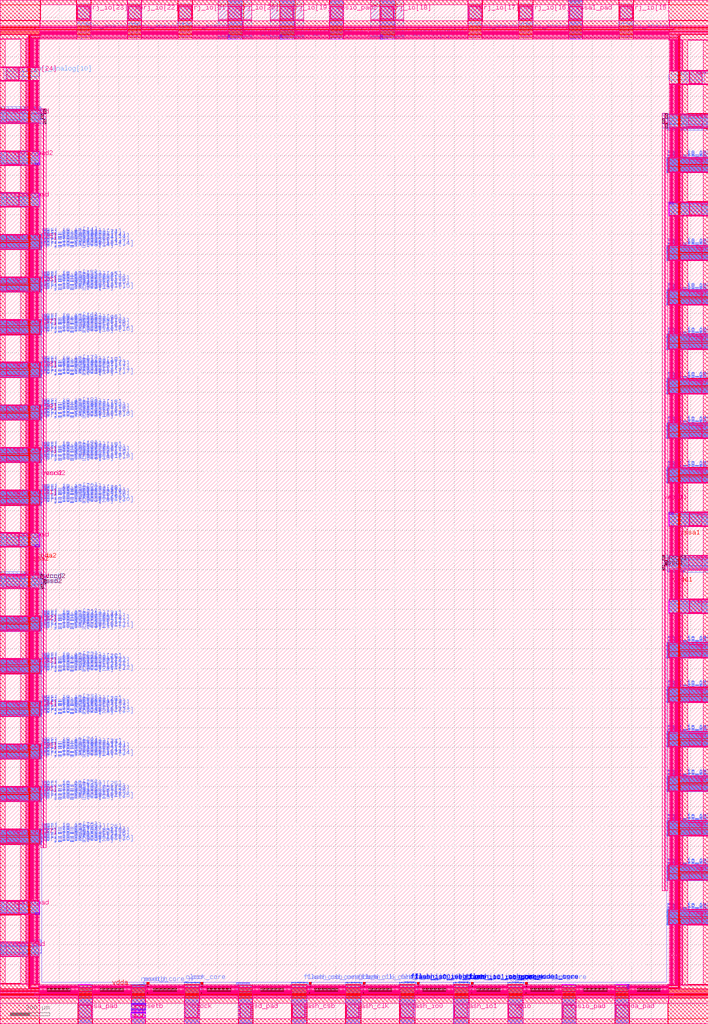
<source format=lef>
VERSION 5.7 ;
  NOWIREEXTENSIONATPIN ON ;
  DIVIDERCHAR "/" ;
  BUSBITCHARS "[]" ;
MACRO chip_io_alt
  CLASS BLOCK ;
  FOREIGN chip_io_alt ;
  ORIGIN 0.000 0.000 ;
  SIZE 3588.000 BY 5188.000 ;
  PIN clock
    DIRECTION INPUT ;
    USE SIGNAL ;
    PORT
      LAYER met5 ;
        RECT 938.200 32.990 1000.800 95.440 ;
    END
  END clock
  PIN clock_core
    DIRECTION OUTPUT TRISTATE ;
    USE SIGNAL ;
    PORT
      LAYER met2 ;
        RECT 936.635 208.565 936.915 210.965 ;
    END
  END clock_core
  PIN por
    DIRECTION INPUT ;
    USE SIGNAL ;
    PORT
      LAYER met2 ;
        RECT 970.215 208.565 970.495 210.965 ;
    END
  END por
  PIN flash_clk
    DIRECTION OUTPUT TRISTATE ;
    USE SIGNAL ;
    PORT
      LAYER met5 ;
        RECT 1755.200 32.990 1817.800 95.440 ;
    END
  END flash_clk
  PIN flash_csb
    DIRECTION OUTPUT TRISTATE ;
    USE SIGNAL ;
    PORT
      LAYER met5 ;
        RECT 1481.200 32.990 1543.800 95.440 ;
    END
  END flash_csb
  PIN flash_io0
    DIRECTION INOUT ;
    USE SIGNAL ;
    PORT
      LAYER met5 ;
        RECT 2029.200 32.990 2091.800 95.440 ;
    END
  END flash_io0
  PIN flash_io0_di_core
    DIRECTION OUTPUT TRISTATE ;
    USE SIGNAL ;
    PORT
      LAYER met2 ;
        RECT 2027.635 208.565 2027.915 210.965 ;
    END
  END flash_io0_di_core
  PIN flash_io0_do_core
    DIRECTION INPUT ;
    USE SIGNAL ;
    PORT
      LAYER met2 ;
        RECT 2082.835 208.565 2083.115 210.965 ;
    END
  END flash_io0_do_core
  PIN flash_io0_ieb_core
    DIRECTION INPUT ;
    USE SIGNAL ;
    PORT
      LAYER met1 ;
        RECT 2046.150 211.680 2046.470 211.740 ;
        RECT 2061.330 211.680 2061.650 211.740 ;
        RECT 2076.970 211.680 2077.290 211.740 ;
        RECT 2046.150 211.540 2077.290 211.680 ;
        RECT 2046.150 211.480 2046.470 211.540 ;
        RECT 2061.330 211.480 2061.650 211.540 ;
        RECT 2076.970 211.480 2077.290 211.540 ;
      LAYER via ;
        RECT 2046.180 211.480 2046.440 211.740 ;
        RECT 2061.360 211.480 2061.620 211.740 ;
        RECT 2077.000 211.480 2077.260 211.740 ;
      LAYER met2 ;
        RECT 2046.180 211.450 2046.440 211.770 ;
        RECT 2061.360 211.450 2061.620 211.770 ;
        RECT 2077.000 211.450 2077.260 211.770 ;
        RECT 2046.240 210.965 2046.380 211.450 ;
        RECT 2061.420 210.965 2061.560 211.450 ;
        RECT 2077.060 210.965 2077.200 211.450 ;
        RECT 2046.035 208.880 2046.380 210.965 ;
        RECT 2061.215 208.880 2061.560 210.965 ;
        RECT 2076.855 208.880 2077.200 210.965 ;
        RECT 2046.035 208.565 2046.315 208.880 ;
        RECT 2061.215 208.565 2061.495 208.880 ;
        RECT 2076.855 208.565 2077.135 208.880 ;
    END
  END flash_io0_ieb_core
  PIN flash_io0_oeb_core
    DIRECTION INPUT ;
    USE SIGNAL ;
    PORT
      LAYER met1 ;
        RECT 2055.350 212.310 2055.670 212.370 ;
        RECT 2098.590 212.310 2098.910 212.370 ;
        RECT 2055.350 212.170 2098.910 212.310 ;
        RECT 2055.350 212.110 2055.670 212.170 ;
        RECT 2098.590 212.110 2098.910 212.170 ;
      LAYER via ;
        RECT 2055.380 212.110 2055.640 212.370 ;
        RECT 2098.620 212.110 2098.880 212.370 ;
      LAYER met2 ;
        RECT 2055.380 212.080 2055.640 212.400 ;
        RECT 2098.620 212.080 2098.880 212.400 ;
        RECT 2055.440 210.965 2055.580 212.080 ;
        RECT 2098.680 210.965 2098.820 212.080 ;
        RECT 2055.235 208.880 2055.580 210.965 ;
        RECT 2098.475 208.880 2098.820 210.965 ;
        RECT 2055.235 208.565 2055.515 208.880 ;
        RECT 2098.475 208.565 2098.755 208.880 ;
    END
  END flash_io0_oeb_core
  PIN flash_io1
    DIRECTION INOUT ;
    USE SIGNAL ;
    PORT
      LAYER met5 ;
        RECT 2303.200 32.990 2365.800 95.440 ;
    END
  END flash_io1
  PIN flash_io1_di_core
    DIRECTION OUTPUT TRISTATE ;
    USE SIGNAL ;
    PORT
      LAYER met2 ;
        RECT 2301.635 208.565 2301.915 210.965 ;
    END
  END flash_io1_di_core
  PIN flash_io1_do_core
    DIRECTION INPUT ;
    USE SIGNAL ;
    PORT
      LAYER met2 ;
        RECT 2356.835 208.565 2357.115 210.965 ;
    END
  END flash_io1_do_core
  PIN flash_io1_ieb_core
    DIRECTION INPUT ;
    USE SIGNAL ;
    PORT
      LAYER met1 ;
        RECT 2320.020 211.620 2320.340 211.680 ;
        RECT 2335.200 211.620 2335.520 211.680 ;
        RECT 2350.835 211.620 2351.155 211.680 ;
        RECT 2320.020 211.480 2351.155 211.620 ;
        RECT 2320.020 211.420 2320.340 211.480 ;
        RECT 2335.200 211.420 2335.520 211.480 ;
        RECT 2350.835 211.420 2351.155 211.480 ;
      LAYER via ;
        RECT 2320.050 211.420 2320.310 211.680 ;
        RECT 2335.230 211.420 2335.490 211.680 ;
        RECT 2350.865 211.420 2351.125 211.680 ;
      LAYER met2 ;
        RECT 2320.050 210.965 2320.310 211.710 ;
        RECT 2335.230 210.965 2335.490 211.710 ;
        RECT 2350.865 210.965 2351.125 211.710 ;
        RECT 2320.035 208.565 2320.315 210.965 ;
        RECT 2335.215 208.565 2335.495 210.965 ;
        RECT 2350.855 208.565 2351.135 210.965 ;
    END
  END flash_io1_ieb_core
  PIN flash_io1_oeb_core
    DIRECTION INPUT ;
    USE SIGNAL ;
    PORT
      LAYER met1 ;
        RECT 2329.050 212.360 2329.370 212.420 ;
        RECT 2372.290 212.360 2372.610 212.420 ;
        RECT 2329.050 212.220 2372.610 212.360 ;
        RECT 2329.050 212.160 2329.370 212.220 ;
        RECT 2372.290 212.160 2372.610 212.220 ;
      LAYER via ;
        RECT 2329.080 212.160 2329.340 212.420 ;
        RECT 2372.320 212.160 2372.580 212.420 ;
      LAYER met2 ;
        RECT 2329.080 212.130 2329.340 212.450 ;
        RECT 2372.320 212.130 2372.580 212.450 ;
        RECT 2329.140 210.965 2329.280 212.130 ;
        RECT 2372.380 210.965 2372.520 212.130 ;
        RECT 2329.140 208.810 2329.515 210.965 ;
        RECT 2372.380 208.810 2372.755 210.965 ;
        RECT 2329.235 208.565 2329.515 208.810 ;
        RECT 2372.475 208.565 2372.755 208.810 ;
    END
  END flash_io1_oeb_core
  PIN gpio
    DIRECTION INOUT ;
    USE SIGNAL ;
    PORT
      LAYER met5 ;
        RECT 2577.200 32.990 2639.800 95.440 ;
    END
  END gpio
  PIN gpio_in_core
    DIRECTION OUTPUT TRISTATE ;
    USE SIGNAL ;
    PORT
      LAYER met2 ;
        RECT 2575.635 208.565 2575.915 210.965 ;
    END
  END gpio_in_core
  PIN gpio_inenb_core
    DIRECTION INPUT ;
    USE SIGNAL ;
    PORT
      LAYER met2 ;
        RECT 2609.215 208.565 2609.495 210.965 ;
    END
  END gpio_inenb_core
  PIN gpio_mode0_core
    DIRECTION INPUT ;
    USE SIGNAL ;
    PORT
      LAYER met2 ;
        RECT 2603.235 208.565 2603.515 210.965 ;
    END
  END gpio_mode0_core
  PIN gpio_out_core
    DIRECTION INPUT ;
    USE SIGNAL ;
    PORT
      LAYER met2 ;
        RECT 2630.835 208.565 2631.115 210.965 ;
    END
  END gpio_out_core
  PIN gpio_outenb_core
    DIRECTION INPUT ;
    USE SIGNAL ;
    PORT
      LAYER met2 ;
        RECT 2646.475 208.565 2646.755 210.965 ;
    END
  END gpio_outenb_core
  PIN vccd_pad
    DIRECTION INOUT ;
    USE SIGNAL ;
    PORT
      LAYER met5 ;
        RECT 30.835 350.270 98.100 404.670 ;
    END
  END vccd_pad
  PIN vdda_pad
    DIRECTION INOUT ;
    USE SIGNAL ;
    PORT
      LAYER met5 ;
        RECT 3121.110 34.055 3181.950 94.880 ;
    END
  END vdda_pad
  PIN vddio_pad
    DIRECTION INOUT ;
    USE SIGNAL ;
    PORT
      LAYER met5 ;
        RECT 34.055 558.050 94.880 618.890 ;
    END
  END vddio_pad
  PIN vddio_pad2
    DIRECTION INOUT ;
    USE SIGNAL ;
    PORT
      LAYER met5 ;
        RECT 34.055 4356.050 94.880 4416.890 ;
    END
  END vddio_pad2
  PIN vssa_pad
    DIRECTION INOUT ;
    USE SIGNAL ;
    PORT
      LAYER met5 ;
        RECT 401.110 34.055 461.950 94.880 ;
    END
  END vssa_pad
  PIN vssd_pad
    DIRECTION INOUT ;
    USE SIGNAL ;
    PORT
      LAYER met5 ;
        RECT 1216.330 30.835 1270.730 98.100 ;
    END
  END vssd_pad
  PIN vssio_pad
    DIRECTION INOUT ;
    USE SIGNAL ;
    PORT
      LAYER met5 ;
        RECT 2852.110 34.055 2912.950 94.880 ;
    END
  END vssio_pad
  PIN vssio_pad2
    DIRECTION INOUT ;
    USE SIGNAL ;
    PORT
      LAYER met5 ;
        RECT 1674.050 5093.120 1734.890 5153.945 ;
    END
  END vssio_pad2
  PIN mprj_io[0]
    DIRECTION INOUT ;
    USE SIGNAL ;
    PORT
      LAYER met5 ;
        RECT 3492.560 506.200 3555.010 568.800 ;
    END
  END mprj_io[0]
  PIN mprj_io_analog_en[0]
    DIRECTION INPUT ;
    USE SIGNAL ;
    PORT
      LAYER met2 ;
        RECT 3377.035 529.015 3379.435 529.295 ;
    END
  END mprj_io_analog_en[0]
  PIN mprj_io_analog_pol[0]
    DIRECTION INPUT ;
    USE SIGNAL ;
    PORT
      LAYER met2 ;
        RECT 3377.035 535.455 3379.435 535.735 ;
    END
  END mprj_io_analog_pol[0]
  PIN mprj_io_analog_sel[0]
    DIRECTION INPUT ;
    USE SIGNAL ;
    PORT
      LAYER met2 ;
        RECT 3377.035 550.635 3379.435 550.915 ;
    END
  END mprj_io_analog_sel[0]
  PIN mprj_io_dm[0]
    DIRECTION INPUT ;
    USE SIGNAL ;
    PORT
      LAYER met2 ;
        RECT 3377.035 532.235 3379.435 532.515 ;
    END
  END mprj_io_dm[0]
  PIN mprj_io_dm[1]
    DIRECTION INPUT ;
    USE SIGNAL ;
    PORT
      LAYER met2 ;
        RECT 3377.035 523.035 3379.435 523.315 ;
    END
  END mprj_io_dm[1]
  PIN mprj_io_dm[2]
    DIRECTION INPUT ;
    USE SIGNAL ;
    PORT
      LAYER met2 ;
        RECT 3377.035 553.855 3379.435 554.135 ;
    END
  END mprj_io_dm[2]
  PIN mprj_io_holdover[0]
    DIRECTION INPUT ;
    USE SIGNAL ;
    PORT
      LAYER met2 ;
        RECT 3377.035 557.075 3379.435 557.355 ;
    END
  END mprj_io_holdover[0]
  PIN mprj_io_ib_mode_sel[0]
    DIRECTION INPUT ;
    USE SIGNAL ;
    PORT
      LAYER met2 ;
        RECT 3377.035 572.255 3379.435 572.535 ;
    END
  END mprj_io_ib_mode_sel[0]
  PIN mprj_io_inp_dis[0]
    DIRECTION INPUT ;
    USE SIGNAL ;
    PORT
      LAYER met2 ;
        RECT 3377.035 538.215 3379.435 538.495 ;
    END
  END mprj_io_inp_dis[0]
  PIN mprj_io_oeb[0]
    DIRECTION INPUT ;
    USE SIGNAL ;
    PORT
      LAYER met2 ;
        RECT 3377.035 575.475 3379.435 575.755 ;
    END
  END mprj_io_oeb[0]
  PIN mprj_io_out[0]
    DIRECTION INPUT ;
    USE SIGNAL ;
    PORT
      LAYER met2 ;
        RECT 3377.035 559.835 3379.435 560.115 ;
    END
  END mprj_io_out[0]
  PIN mprj_io_slow_sel[0]
    DIRECTION INPUT ;
    USE SIGNAL ;
    PORT
      LAYER met2 ;
        RECT 3377.035 513.835 3379.435 514.115 ;
    END
  END mprj_io_slow_sel[0]
  PIN mprj_io_vtrip_sel[0]
    DIRECTION INPUT ;
    USE SIGNAL ;
    PORT
      LAYER met2 ;
        RECT 3377.035 569.035 3379.435 569.315 ;
    END
  END mprj_io_vtrip_sel[0]
  PIN mprj_io_in[0]
    DIRECTION OUTPUT TRISTATE ;
    USE SIGNAL ;
    PORT
      LAYER met2 ;
        RECT 3377.035 504.635 3379.435 504.915 ;
    END
  END mprj_io_in[0]
  PIN mprj_io_in_3v3[0]
    DIRECTION OUTPUT TRISTATE ;
    USE SIGNAL ;
    PORT
      LAYER met2 ;
        RECT 3377.035 578.235 3379.435 578.515 ;
    END
  END mprj_io_in_3v3[0]
  PIN mprj_gpio_analog[3]
    DIRECTION INOUT ;
    USE SIGNAL ;
    PORT
      LAYER met2 ;
        RECT 3377.035 3433.055 3379.435 3433.335 ;
    END
  END mprj_gpio_analog[3]
  PIN mprj_gpio_noesd[3]
    DIRECTION INOUT ;
    USE SIGNAL ;
    PORT
      LAYER met2 ;
        RECT 3377.035 3442.255 3379.435 3442.535 ;
    END
  END mprj_gpio_noesd[3]
  PIN mprj_io[10]
    DIRECTION INOUT ;
    USE SIGNAL ;
    PORT
      LAYER met5 ;
        RECT 3492.560 3422.200 3555.010 3484.800 ;
    END
  END mprj_io[10]
  PIN mprj_io_analog_en[10]
    DIRECTION INPUT ;
    USE SIGNAL ;
    PORT
      LAYER met2 ;
        RECT 3377.035 3445.015 3379.435 3445.295 ;
    END
  END mprj_io_analog_en[10]
  PIN mprj_io_analog_pol[10]
    DIRECTION INPUT ;
    USE SIGNAL ;
    PORT
      LAYER met2 ;
        RECT 3377.035 3451.455 3379.435 3451.735 ;
    END
  END mprj_io_analog_pol[10]
  PIN mprj_io_analog_sel[10]
    DIRECTION INPUT ;
    USE SIGNAL ;
    PORT
      LAYER met2 ;
        RECT 3377.035 3466.635 3379.435 3466.915 ;
    END
  END mprj_io_analog_sel[10]
  PIN mprj_io_dm[30]
    DIRECTION INPUT ;
    USE SIGNAL ;
    PORT
      LAYER met2 ;
        RECT 3377.035 3448.235 3379.435 3448.515 ;
    END
  END mprj_io_dm[30]
  PIN mprj_io_dm[31]
    DIRECTION INPUT ;
    USE SIGNAL ;
    PORT
      LAYER met2 ;
        RECT 3377.035 3439.035 3379.435 3439.315 ;
    END
  END mprj_io_dm[31]
  PIN mprj_io_dm[32]
    DIRECTION INPUT ;
    USE SIGNAL ;
    PORT
      LAYER met2 ;
        RECT 3377.035 3469.855 3379.435 3470.135 ;
    END
  END mprj_io_dm[32]
  PIN mprj_io_holdover[10]
    DIRECTION INPUT ;
    USE SIGNAL ;
    PORT
      LAYER met2 ;
        RECT 3377.035 3473.075 3379.435 3473.355 ;
    END
  END mprj_io_holdover[10]
  PIN mprj_io_ib_mode_sel[10]
    DIRECTION INPUT ;
    USE SIGNAL ;
    PORT
      LAYER met2 ;
        RECT 3377.035 3488.255 3379.435 3488.535 ;
    END
  END mprj_io_ib_mode_sel[10]
  PIN mprj_io_inp_dis[10]
    DIRECTION INPUT ;
    USE SIGNAL ;
    PORT
      LAYER met2 ;
        RECT 3377.035 3454.215 3379.435 3454.495 ;
    END
  END mprj_io_inp_dis[10]
  PIN mprj_io_oeb[10]
    DIRECTION INPUT ;
    USE SIGNAL ;
    PORT
      LAYER met2 ;
        RECT 3377.035 3491.475 3379.435 3491.755 ;
    END
  END mprj_io_oeb[10]
  PIN mprj_io_out[10]
    DIRECTION INPUT ;
    USE SIGNAL ;
    PORT
      LAYER met2 ;
        RECT 3377.035 3475.835 3379.435 3476.115 ;
    END
  END mprj_io_out[10]
  PIN mprj_io_slow_sel[10]
    DIRECTION INPUT ;
    USE SIGNAL ;
    PORT
      LAYER met2 ;
        RECT 3377.035 3429.835 3379.435 3430.115 ;
    END
  END mprj_io_slow_sel[10]
  PIN mprj_io_vtrip_sel[10]
    DIRECTION INPUT ;
    USE SIGNAL ;
    PORT
      LAYER met2 ;
        RECT 3377.035 3485.035 3379.435 3485.315 ;
    END
  END mprj_io_vtrip_sel[10]
  PIN mprj_io_in[10]
    DIRECTION OUTPUT TRISTATE ;
    USE SIGNAL ;
    PORT
      LAYER met2 ;
        RECT 3377.035 3420.635 3379.435 3420.915 ;
    END
  END mprj_io_in[10]
  PIN mprj_io_in_3v3[10]
    DIRECTION OUTPUT TRISTATE ;
    USE SIGNAL ;
    PORT
      LAYER met2 ;
        RECT 3377.035 3494.235 3379.435 3494.515 ;
    END
  END mprj_io_in_3v3[10]
  PIN mprj_gpio_analog[4]
    DIRECTION INOUT ;
    USE SIGNAL ;
    PORT
      LAYER met2 ;
        RECT 3377.035 3658.055 3379.435 3658.335 ;
    END
  END mprj_gpio_analog[4]
  PIN mprj_gpio_noesd[4]
    DIRECTION INOUT ;
    USE SIGNAL ;
    PORT
      LAYER met2 ;
        RECT 3377.035 3667.255 3379.435 3667.535 ;
    END
  END mprj_gpio_noesd[4]
  PIN mprj_io[11]
    DIRECTION INOUT ;
    USE SIGNAL ;
    PORT
      LAYER met5 ;
        RECT 3492.560 3647.200 3555.010 3709.800 ;
    END
  END mprj_io[11]
  PIN mprj_io_analog_en[11]
    DIRECTION INPUT ;
    USE SIGNAL ;
    PORT
      LAYER met2 ;
        RECT 3377.035 3670.015 3379.435 3670.295 ;
    END
  END mprj_io_analog_en[11]
  PIN mprj_io_analog_pol[11]
    DIRECTION INPUT ;
    USE SIGNAL ;
    PORT
      LAYER met2 ;
        RECT 3377.035 3676.455 3379.435 3676.735 ;
    END
  END mprj_io_analog_pol[11]
  PIN mprj_io_analog_sel[11]
    DIRECTION INPUT ;
    USE SIGNAL ;
    PORT
      LAYER met2 ;
        RECT 3377.035 3691.635 3379.435 3691.915 ;
    END
  END mprj_io_analog_sel[11]
  PIN mprj_io_dm[33]
    DIRECTION INPUT ;
    USE SIGNAL ;
    PORT
      LAYER met2 ;
        RECT 3377.035 3673.235 3379.435 3673.515 ;
    END
  END mprj_io_dm[33]
  PIN mprj_io_dm[34]
    DIRECTION INPUT ;
    USE SIGNAL ;
    PORT
      LAYER met2 ;
        RECT 3377.035 3664.035 3379.435 3664.315 ;
    END
  END mprj_io_dm[34]
  PIN mprj_io_dm[35]
    DIRECTION INPUT ;
    USE SIGNAL ;
    PORT
      LAYER met2 ;
        RECT 3377.035 3694.855 3379.435 3695.135 ;
    END
  END mprj_io_dm[35]
  PIN mprj_io_holdover[11]
    DIRECTION INPUT ;
    USE SIGNAL ;
    PORT
      LAYER met2 ;
        RECT 3377.035 3698.075 3379.435 3698.355 ;
    END
  END mprj_io_holdover[11]
  PIN mprj_io_ib_mode_sel[11]
    DIRECTION INPUT ;
    USE SIGNAL ;
    PORT
      LAYER met2 ;
        RECT 3377.035 3713.255 3379.435 3713.535 ;
    END
  END mprj_io_ib_mode_sel[11]
  PIN mprj_io_inp_dis[11]
    DIRECTION INPUT ;
    USE SIGNAL ;
    PORT
      LAYER met2 ;
        RECT 3377.035 3679.215 3379.435 3679.495 ;
    END
  END mprj_io_inp_dis[11]
  PIN mprj_io_oeb[11]
    DIRECTION INPUT ;
    USE SIGNAL ;
    PORT
      LAYER met2 ;
        RECT 3377.035 3716.475 3379.435 3716.755 ;
    END
  END mprj_io_oeb[11]
  PIN mprj_io_out[11]
    DIRECTION INPUT ;
    USE SIGNAL ;
    PORT
      LAYER met2 ;
        RECT 3377.035 3700.835 3379.435 3701.115 ;
    END
  END mprj_io_out[11]
  PIN mprj_io_slow_sel[11]
    DIRECTION INPUT ;
    USE SIGNAL ;
    PORT
      LAYER met2 ;
        RECT 3377.035 3654.835 3379.435 3655.115 ;
    END
  END mprj_io_slow_sel[11]
  PIN mprj_io_vtrip_sel[11]
    DIRECTION INPUT ;
    USE SIGNAL ;
    PORT
      LAYER met2 ;
        RECT 3377.035 3710.035 3379.435 3710.315 ;
    END
  END mprj_io_vtrip_sel[11]
  PIN mprj_io_in[11]
    DIRECTION OUTPUT TRISTATE ;
    USE SIGNAL ;
    PORT
      LAYER met2 ;
        RECT 3377.035 3645.635 3379.435 3645.915 ;
    END
  END mprj_io_in[11]
  PIN mprj_io_in_3v3[11]
    DIRECTION OUTPUT TRISTATE ;
    USE SIGNAL ;
    PORT
      LAYER met2 ;
        RECT 3377.035 3719.235 3379.435 3719.515 ;
    END
  END mprj_io_in_3v3[11]
  PIN mprj_gpio_analog[5]
    DIRECTION INOUT ;
    USE SIGNAL ;
    PORT
      LAYER met2 ;
        RECT 3377.035 3883.055 3379.435 3883.335 ;
    END
  END mprj_gpio_analog[5]
  PIN mprj_gpio_noesd[5]
    DIRECTION INOUT ;
    USE SIGNAL ;
    PORT
      LAYER met2 ;
        RECT 3377.035 3892.255 3379.435 3892.535 ;
    END
  END mprj_gpio_noesd[5]
  PIN mprj_io[12]
    DIRECTION INOUT ;
    USE SIGNAL ;
    PORT
      LAYER met5 ;
        RECT 3492.560 3872.200 3555.010 3934.800 ;
    END
  END mprj_io[12]
  PIN mprj_io_analog_en[12]
    DIRECTION INPUT ;
    USE SIGNAL ;
    PORT
      LAYER met2 ;
        RECT 3377.035 3895.015 3379.435 3895.295 ;
    END
  END mprj_io_analog_en[12]
  PIN mprj_io_analog_pol[12]
    DIRECTION INPUT ;
    USE SIGNAL ;
    PORT
      LAYER met2 ;
        RECT 3377.035 3901.455 3379.435 3901.735 ;
    END
  END mprj_io_analog_pol[12]
  PIN mprj_io_analog_sel[12]
    DIRECTION INPUT ;
    USE SIGNAL ;
    PORT
      LAYER met2 ;
        RECT 3377.035 3916.635 3379.435 3916.915 ;
    END
  END mprj_io_analog_sel[12]
  PIN mprj_io_dm[36]
    DIRECTION INPUT ;
    USE SIGNAL ;
    PORT
      LAYER met2 ;
        RECT 3377.035 3898.235 3379.435 3898.515 ;
    END
  END mprj_io_dm[36]
  PIN mprj_io_dm[37]
    DIRECTION INPUT ;
    USE SIGNAL ;
    PORT
      LAYER met2 ;
        RECT 3377.035 3889.035 3379.435 3889.315 ;
    END
  END mprj_io_dm[37]
  PIN mprj_io_dm[38]
    DIRECTION INPUT ;
    USE SIGNAL ;
    PORT
      LAYER met2 ;
        RECT 3377.035 3919.855 3379.435 3920.135 ;
    END
  END mprj_io_dm[38]
  PIN mprj_io_holdover[12]
    DIRECTION INPUT ;
    USE SIGNAL ;
    PORT
      LAYER met2 ;
        RECT 3377.035 3923.075 3379.435 3923.355 ;
    END
  END mprj_io_holdover[12]
  PIN mprj_io_ib_mode_sel[12]
    DIRECTION INPUT ;
    USE SIGNAL ;
    PORT
      LAYER met2 ;
        RECT 3377.035 3938.255 3379.435 3938.535 ;
    END
  END mprj_io_ib_mode_sel[12]
  PIN mprj_io_inp_dis[12]
    DIRECTION INPUT ;
    USE SIGNAL ;
    PORT
      LAYER met2 ;
        RECT 3377.035 3904.215 3379.435 3904.495 ;
    END
  END mprj_io_inp_dis[12]
  PIN mprj_io_oeb[12]
    DIRECTION INPUT ;
    USE SIGNAL ;
    PORT
      LAYER met2 ;
        RECT 3377.035 3941.475 3379.435 3941.755 ;
    END
  END mprj_io_oeb[12]
  PIN mprj_io_out[12]
    DIRECTION INPUT ;
    USE SIGNAL ;
    PORT
      LAYER met2 ;
        RECT 3377.035 3925.835 3379.435 3926.115 ;
    END
  END mprj_io_out[12]
  PIN mprj_io_slow_sel[12]
    DIRECTION INPUT ;
    USE SIGNAL ;
    PORT
      LAYER met2 ;
        RECT 3377.035 3879.835 3379.435 3880.115 ;
    END
  END mprj_io_slow_sel[12]
  PIN mprj_io_vtrip_sel[12]
    DIRECTION INPUT ;
    USE SIGNAL ;
    PORT
      LAYER met2 ;
        RECT 3377.035 3935.035 3379.435 3935.315 ;
    END
  END mprj_io_vtrip_sel[12]
  PIN mprj_io_in[12]
    DIRECTION OUTPUT TRISTATE ;
    USE SIGNAL ;
    PORT
      LAYER met2 ;
        RECT 3377.035 3870.635 3379.435 3870.915 ;
    END
  END mprj_io_in[12]
  PIN mprj_io_in_3v3[12]
    DIRECTION OUTPUT TRISTATE ;
    USE SIGNAL ;
    PORT
      LAYER met2 ;
        RECT 3377.035 3944.235 3379.435 3944.515 ;
    END
  END mprj_io_in_3v3[12]
  PIN mprj_gpio_analog[6]
    DIRECTION INOUT ;
    USE SIGNAL ;
    PORT
      LAYER met2 ;
        RECT 3377.035 4329.055 3379.435 4329.335 ;
    END
  END mprj_gpio_analog[6]
  PIN mprj_gpio_noesd[6]
    DIRECTION INOUT ;
    USE SIGNAL ;
    PORT
      LAYER met2 ;
        RECT 3377.035 4338.255 3379.435 4338.535 ;
    END
  END mprj_gpio_noesd[6]
  PIN mprj_io[13]
    DIRECTION INOUT ;
    USE SIGNAL ;
    PORT
      LAYER met5 ;
        RECT 3492.560 4318.200 3555.010 4380.800 ;
    END
  END mprj_io[13]
  PIN mprj_io_analog_en[13]
    DIRECTION INPUT ;
    USE SIGNAL ;
    PORT
      LAYER met2 ;
        RECT 3377.035 4341.015 3379.435 4341.295 ;
    END
  END mprj_io_analog_en[13]
  PIN mprj_io_analog_pol[13]
    DIRECTION INPUT ;
    USE SIGNAL ;
    PORT
      LAYER met2 ;
        RECT 3377.035 4347.455 3379.435 4347.735 ;
    END
  END mprj_io_analog_pol[13]
  PIN mprj_io_analog_sel[13]
    DIRECTION INPUT ;
    USE SIGNAL ;
    PORT
      LAYER met2 ;
        RECT 3377.035 4362.635 3379.435 4362.915 ;
    END
  END mprj_io_analog_sel[13]
  PIN mprj_io_dm[39]
    DIRECTION INPUT ;
    USE SIGNAL ;
    PORT
      LAYER met2 ;
        RECT 3377.035 4344.235 3379.435 4344.515 ;
    END
  END mprj_io_dm[39]
  PIN mprj_io_dm[40]
    DIRECTION INPUT ;
    USE SIGNAL ;
    PORT
      LAYER met2 ;
        RECT 3377.035 4335.035 3379.435 4335.315 ;
    END
  END mprj_io_dm[40]
  PIN mprj_io_dm[41]
    DIRECTION INPUT ;
    USE SIGNAL ;
    PORT
      LAYER met2 ;
        RECT 3377.035 4365.855 3379.435 4366.135 ;
    END
  END mprj_io_dm[41]
  PIN mprj_io_holdover[13]
    DIRECTION INPUT ;
    USE SIGNAL ;
    PORT
      LAYER met2 ;
        RECT 3377.035 4369.075 3379.435 4369.355 ;
    END
  END mprj_io_holdover[13]
  PIN mprj_io_ib_mode_sel[13]
    DIRECTION INPUT ;
    USE SIGNAL ;
    PORT
      LAYER met2 ;
        RECT 3377.035 4384.255 3379.435 4384.535 ;
    END
  END mprj_io_ib_mode_sel[13]
  PIN mprj_io_inp_dis[13]
    DIRECTION INPUT ;
    USE SIGNAL ;
    PORT
      LAYER met2 ;
        RECT 3377.035 4350.215 3379.435 4350.495 ;
    END
  END mprj_io_inp_dis[13]
  PIN mprj_io_oeb[13]
    DIRECTION INPUT ;
    USE SIGNAL ;
    PORT
      LAYER met2 ;
        RECT 3377.035 4387.475 3379.435 4387.755 ;
    END
  END mprj_io_oeb[13]
  PIN mprj_io_out[13]
    DIRECTION INPUT ;
    USE SIGNAL ;
    PORT
      LAYER met2 ;
        RECT 3377.035 4371.835 3379.435 4372.115 ;
    END
  END mprj_io_out[13]
  PIN mprj_io_slow_sel[13]
    DIRECTION INPUT ;
    USE SIGNAL ;
    PORT
      LAYER met2 ;
        RECT 3377.035 4325.835 3379.435 4326.115 ;
    END
  END mprj_io_slow_sel[13]
  PIN mprj_io_vtrip_sel[13]
    DIRECTION INPUT ;
    USE SIGNAL ;
    PORT
      LAYER met2 ;
        RECT 3377.035 4381.035 3379.435 4381.315 ;
    END
  END mprj_io_vtrip_sel[13]
  PIN mprj_io_in[13]
    DIRECTION OUTPUT TRISTATE ;
    USE SIGNAL ;
    PORT
      LAYER met2 ;
        RECT 3377.035 4316.635 3379.435 4316.915 ;
    END
  END mprj_io_in[13]
  PIN mprj_io_in_3v3[13]
    DIRECTION OUTPUT TRISTATE ;
    USE SIGNAL ;
    PORT
      LAYER met2 ;
        RECT 3377.035 4390.235 3379.435 4390.515 ;
    END
  END mprj_io_in_3v3[13]
  PIN mprj_io[1]
    DIRECTION INOUT ;
    USE SIGNAL ;
    PORT
      LAYER met5 ;
        RECT 3492.560 732.200 3555.010 794.800 ;
    END
  END mprj_io[1]
  PIN mprj_io_analog_en[1]
    DIRECTION INPUT ;
    USE SIGNAL ;
    PORT
      LAYER met2 ;
        RECT 3377.035 755.015 3379.435 755.295 ;
    END
  END mprj_io_analog_en[1]
  PIN mprj_io_analog_pol[1]
    DIRECTION INPUT ;
    USE SIGNAL ;
    PORT
      LAYER met2 ;
        RECT 3377.035 761.455 3379.435 761.735 ;
    END
  END mprj_io_analog_pol[1]
  PIN mprj_io_analog_sel[1]
    DIRECTION INPUT ;
    USE SIGNAL ;
    PORT
      LAYER met2 ;
        RECT 3377.035 776.635 3379.435 776.915 ;
    END
  END mprj_io_analog_sel[1]
  PIN mprj_io_dm[3]
    DIRECTION INPUT ;
    USE SIGNAL ;
    PORT
      LAYER met2 ;
        RECT 3377.035 758.235 3379.435 758.515 ;
    END
  END mprj_io_dm[3]
  PIN mprj_io_dm[4]
    DIRECTION INPUT ;
    USE SIGNAL ;
    PORT
      LAYER met2 ;
        RECT 3377.035 749.035 3379.435 749.315 ;
    END
  END mprj_io_dm[4]
  PIN mprj_io_dm[5]
    DIRECTION INPUT ;
    USE SIGNAL ;
    PORT
      LAYER met2 ;
        RECT 3377.035 779.855 3379.435 780.135 ;
    END
  END mprj_io_dm[5]
  PIN mprj_io_holdover[1]
    DIRECTION INPUT ;
    USE SIGNAL ;
    PORT
      LAYER met2 ;
        RECT 3377.035 783.075 3379.435 783.355 ;
    END
  END mprj_io_holdover[1]
  PIN mprj_io_ib_mode_sel[1]
    DIRECTION INPUT ;
    USE SIGNAL ;
    PORT
      LAYER met2 ;
        RECT 3377.035 798.255 3379.435 798.535 ;
    END
  END mprj_io_ib_mode_sel[1]
  PIN mprj_io_inp_dis[1]
    DIRECTION INPUT ;
    USE SIGNAL ;
    PORT
      LAYER met2 ;
        RECT 3377.035 764.215 3379.435 764.495 ;
    END
  END mprj_io_inp_dis[1]
  PIN mprj_io_oeb[1]
    DIRECTION INPUT ;
    USE SIGNAL ;
    PORT
      LAYER met2 ;
        RECT 3377.035 801.475 3379.435 801.755 ;
    END
  END mprj_io_oeb[1]
  PIN mprj_io_out[1]
    DIRECTION INPUT ;
    USE SIGNAL ;
    PORT
      LAYER met2 ;
        RECT 3377.035 785.835 3379.435 786.115 ;
    END
  END mprj_io_out[1]
  PIN mprj_io_slow_sel[1]
    DIRECTION INPUT ;
    USE SIGNAL ;
    PORT
      LAYER met2 ;
        RECT 3377.035 739.835 3379.435 740.115 ;
    END
  END mprj_io_slow_sel[1]
  PIN mprj_io_vtrip_sel[1]
    DIRECTION INPUT ;
    USE SIGNAL ;
    PORT
      LAYER met2 ;
        RECT 3377.035 795.035 3379.435 795.315 ;
    END
  END mprj_io_vtrip_sel[1]
  PIN mprj_io_in[1]
    DIRECTION OUTPUT TRISTATE ;
    USE SIGNAL ;
    PORT
      LAYER met2 ;
        RECT 3377.035 730.635 3379.435 730.915 ;
    END
  END mprj_io_in[1]
  PIN mprj_io_in_3v3[1]
    DIRECTION OUTPUT TRISTATE ;
    USE SIGNAL ;
    PORT
      LAYER met2 ;
        RECT 3377.035 804.235 3379.435 804.515 ;
    END
  END mprj_io_in_3v3[1]
  PIN mprj_io[2]
    DIRECTION INOUT ;
    USE SIGNAL ;
    PORT
      LAYER met5 ;
        RECT 3492.560 957.200 3555.010 1019.800 ;
    END
  END mprj_io[2]
  PIN mprj_io_analog_en[2]
    DIRECTION INPUT ;
    USE SIGNAL ;
    PORT
      LAYER met2 ;
        RECT 3377.035 980.015 3379.435 980.295 ;
    END
  END mprj_io_analog_en[2]
  PIN mprj_io_analog_pol[2]
    DIRECTION INPUT ;
    USE SIGNAL ;
    PORT
      LAYER met2 ;
        RECT 3377.035 986.455 3379.435 986.735 ;
    END
  END mprj_io_analog_pol[2]
  PIN mprj_io_analog_sel[2]
    DIRECTION INPUT ;
    USE SIGNAL ;
    PORT
      LAYER met2 ;
        RECT 3377.035 1001.635 3379.435 1001.915 ;
    END
  END mprj_io_analog_sel[2]
  PIN mprj_io_dm[6]
    DIRECTION INPUT ;
    USE SIGNAL ;
    PORT
      LAYER met2 ;
        RECT 3377.035 983.235 3379.435 983.515 ;
    END
  END mprj_io_dm[6]
  PIN mprj_io_dm[7]
    DIRECTION INPUT ;
    USE SIGNAL ;
    PORT
      LAYER met2 ;
        RECT 3377.035 974.035 3379.435 974.315 ;
    END
  END mprj_io_dm[7]
  PIN mprj_io_dm[8]
    DIRECTION INPUT ;
    USE SIGNAL ;
    PORT
      LAYER met2 ;
        RECT 3377.035 1004.855 3379.435 1005.135 ;
    END
  END mprj_io_dm[8]
  PIN mprj_io_holdover[2]
    DIRECTION INPUT ;
    USE SIGNAL ;
    PORT
      LAYER met2 ;
        RECT 3377.035 1008.075 3379.435 1008.355 ;
    END
  END mprj_io_holdover[2]
  PIN mprj_io_ib_mode_sel[2]
    DIRECTION INPUT ;
    USE SIGNAL ;
    PORT
      LAYER met2 ;
        RECT 3377.035 1023.255 3379.435 1023.535 ;
    END
  END mprj_io_ib_mode_sel[2]
  PIN mprj_io_inp_dis[2]
    DIRECTION INPUT ;
    USE SIGNAL ;
    PORT
      LAYER met2 ;
        RECT 3377.035 989.215 3379.435 989.495 ;
    END
  END mprj_io_inp_dis[2]
  PIN mprj_io_oeb[2]
    DIRECTION INPUT ;
    USE SIGNAL ;
    PORT
      LAYER met2 ;
        RECT 3377.035 1026.475 3379.435 1026.755 ;
    END
  END mprj_io_oeb[2]
  PIN mprj_io_out[2]
    DIRECTION INPUT ;
    USE SIGNAL ;
    PORT
      LAYER met2 ;
        RECT 3377.035 1010.835 3379.435 1011.115 ;
    END
  END mprj_io_out[2]
  PIN mprj_io_slow_sel[2]
    DIRECTION INPUT ;
    USE SIGNAL ;
    PORT
      LAYER met2 ;
        RECT 3377.035 964.835 3379.435 965.115 ;
    END
  END mprj_io_slow_sel[2]
  PIN mprj_io_vtrip_sel[2]
    DIRECTION INPUT ;
    USE SIGNAL ;
    PORT
      LAYER met2 ;
        RECT 3377.035 1020.035 3379.435 1020.315 ;
    END
  END mprj_io_vtrip_sel[2]
  PIN mprj_io_in[2]
    DIRECTION OUTPUT TRISTATE ;
    USE SIGNAL ;
    PORT
      LAYER met2 ;
        RECT 3377.035 955.635 3379.435 955.915 ;
    END
  END mprj_io_in[2]
  PIN mprj_io_in_3v3[2]
    DIRECTION OUTPUT TRISTATE ;
    USE SIGNAL ;
    PORT
      LAYER met2 ;
        RECT 3377.035 1029.235 3379.435 1029.515 ;
    END
  END mprj_io_in_3v3[2]
  PIN mprj_io[3]
    DIRECTION INOUT ;
    USE SIGNAL ;
    PORT
      LAYER met5 ;
        RECT 3492.560 1183.200 3555.010 1245.800 ;
    END
  END mprj_io[3]
  PIN mprj_io_analog_en[3]
    DIRECTION INPUT ;
    USE SIGNAL ;
    PORT
      LAYER met2 ;
        RECT 3377.035 1206.015 3379.435 1206.295 ;
    END
  END mprj_io_analog_en[3]
  PIN mprj_io_analog_pol[3]
    DIRECTION INPUT ;
    USE SIGNAL ;
    PORT
      LAYER met2 ;
        RECT 3377.035 1212.455 3379.435 1212.735 ;
    END
  END mprj_io_analog_pol[3]
  PIN mprj_io_analog_sel[3]
    DIRECTION INPUT ;
    USE SIGNAL ;
    PORT
      LAYER met2 ;
        RECT 3377.035 1227.635 3379.435 1227.915 ;
    END
  END mprj_io_analog_sel[3]
  PIN mprj_io_dm[10]
    DIRECTION INPUT ;
    USE SIGNAL ;
    PORT
      LAYER met2 ;
        RECT 3377.035 1200.035 3379.435 1200.315 ;
    END
  END mprj_io_dm[10]
  PIN mprj_io_dm[11]
    DIRECTION INPUT ;
    USE SIGNAL ;
    PORT
      LAYER met2 ;
        RECT 3377.035 1230.855 3379.435 1231.135 ;
    END
  END mprj_io_dm[11]
  PIN mprj_io_dm[9]
    DIRECTION INPUT ;
    USE SIGNAL ;
    PORT
      LAYER met2 ;
        RECT 3377.035 1209.235 3379.435 1209.515 ;
    END
  END mprj_io_dm[9]
  PIN mprj_io_holdover[3]
    DIRECTION INPUT ;
    USE SIGNAL ;
    PORT
      LAYER met2 ;
        RECT 3377.035 1234.075 3379.435 1234.355 ;
    END
  END mprj_io_holdover[3]
  PIN mprj_io_ib_mode_sel[3]
    DIRECTION INPUT ;
    USE SIGNAL ;
    PORT
      LAYER met2 ;
        RECT 3377.035 1249.255 3379.435 1249.535 ;
    END
  END mprj_io_ib_mode_sel[3]
  PIN mprj_io_inp_dis[3]
    DIRECTION INPUT ;
    USE SIGNAL ;
    PORT
      LAYER met2 ;
        RECT 3377.035 1215.215 3379.435 1215.495 ;
    END
  END mprj_io_inp_dis[3]
  PIN mprj_io_oeb[3]
    DIRECTION INPUT ;
    USE SIGNAL ;
    PORT
      LAYER met2 ;
        RECT 3377.035 1252.475 3379.435 1252.755 ;
    END
  END mprj_io_oeb[3]
  PIN mprj_io_out[3]
    DIRECTION INPUT ;
    USE SIGNAL ;
    PORT
      LAYER met2 ;
        RECT 3377.035 1236.835 3379.435 1237.115 ;
    END
  END mprj_io_out[3]
  PIN mprj_io_slow_sel[3]
    DIRECTION INPUT ;
    USE SIGNAL ;
    PORT
      LAYER met2 ;
        RECT 3377.035 1190.835 3379.435 1191.115 ;
    END
  END mprj_io_slow_sel[3]
  PIN mprj_io_vtrip_sel[3]
    DIRECTION INPUT ;
    USE SIGNAL ;
    PORT
      LAYER met2 ;
        RECT 3377.035 1246.035 3379.435 1246.315 ;
    END
  END mprj_io_vtrip_sel[3]
  PIN mprj_io_in[3]
    DIRECTION OUTPUT TRISTATE ;
    USE SIGNAL ;
    PORT
      LAYER met2 ;
        RECT 3377.035 1181.635 3379.435 1181.915 ;
    END
  END mprj_io_in[3]
  PIN mprj_io_in_3v3[3]
    DIRECTION OUTPUT TRISTATE ;
    USE SIGNAL ;
    PORT
      LAYER met2 ;
        RECT 3377.035 1255.235 3379.435 1255.515 ;
    END
  END mprj_io_in_3v3[3]
  PIN mprj_io[4]
    DIRECTION INOUT ;
    USE SIGNAL ;
    PORT
      LAYER met5 ;
        RECT 3492.560 1408.200 3555.010 1470.800 ;
    END
  END mprj_io[4]
  PIN mprj_io_analog_en[4]
    DIRECTION INPUT ;
    USE SIGNAL ;
    PORT
      LAYER met2 ;
        RECT 3377.035 1431.015 3379.435 1431.295 ;
    END
  END mprj_io_analog_en[4]
  PIN mprj_io_analog_pol[4]
    DIRECTION INPUT ;
    USE SIGNAL ;
    PORT
      LAYER met2 ;
        RECT 3377.035 1437.455 3379.435 1437.735 ;
    END
  END mprj_io_analog_pol[4]
  PIN mprj_io_analog_sel[4]
    DIRECTION INPUT ;
    USE SIGNAL ;
    PORT
      LAYER met2 ;
        RECT 3377.035 1452.635 3379.435 1452.915 ;
    END
  END mprj_io_analog_sel[4]
  PIN mprj_io_dm[12]
    DIRECTION INPUT ;
    USE SIGNAL ;
    PORT
      LAYER met2 ;
        RECT 3377.035 1434.235 3379.435 1434.515 ;
    END
  END mprj_io_dm[12]
  PIN mprj_io_dm[13]
    DIRECTION INPUT ;
    USE SIGNAL ;
    PORT
      LAYER met2 ;
        RECT 3377.035 1425.035 3379.435 1425.315 ;
    END
  END mprj_io_dm[13]
  PIN mprj_io_dm[14]
    DIRECTION INPUT ;
    USE SIGNAL ;
    PORT
      LAYER met2 ;
        RECT 3377.035 1455.855 3379.435 1456.135 ;
    END
  END mprj_io_dm[14]
  PIN mprj_io_holdover[4]
    DIRECTION INPUT ;
    USE SIGNAL ;
    PORT
      LAYER met2 ;
        RECT 3377.035 1459.075 3379.435 1459.355 ;
    END
  END mprj_io_holdover[4]
  PIN mprj_io_ib_mode_sel[4]
    DIRECTION INPUT ;
    USE SIGNAL ;
    PORT
      LAYER met2 ;
        RECT 3377.035 1474.255 3379.435 1474.535 ;
    END
  END mprj_io_ib_mode_sel[4]
  PIN mprj_io_inp_dis[4]
    DIRECTION INPUT ;
    USE SIGNAL ;
    PORT
      LAYER met2 ;
        RECT 3377.035 1440.215 3379.435 1440.495 ;
    END
  END mprj_io_inp_dis[4]
  PIN mprj_io_oeb[4]
    DIRECTION INPUT ;
    USE SIGNAL ;
    PORT
      LAYER met2 ;
        RECT 3377.035 1477.475 3379.435 1477.755 ;
    END
  END mprj_io_oeb[4]
  PIN mprj_io_out[4]
    DIRECTION INPUT ;
    USE SIGNAL ;
    PORT
      LAYER met2 ;
        RECT 3377.035 1461.835 3379.435 1462.115 ;
    END
  END mprj_io_out[4]
  PIN mprj_io_slow_sel[4]
    DIRECTION INPUT ;
    USE SIGNAL ;
    PORT
      LAYER met2 ;
        RECT 3377.035 1415.835 3379.435 1416.115 ;
    END
  END mprj_io_slow_sel[4]
  PIN mprj_io_vtrip_sel[4]
    DIRECTION INPUT ;
    USE SIGNAL ;
    PORT
      LAYER met2 ;
        RECT 3377.035 1471.035 3379.435 1471.315 ;
    END
  END mprj_io_vtrip_sel[4]
  PIN mprj_io_in[4]
    DIRECTION OUTPUT TRISTATE ;
    USE SIGNAL ;
    PORT
      LAYER met2 ;
        RECT 3377.035 1406.635 3379.435 1406.915 ;
    END
  END mprj_io_in[4]
  PIN mprj_io_in_3v3[4]
    DIRECTION OUTPUT TRISTATE ;
    USE SIGNAL ;
    PORT
      LAYER met2 ;
        RECT 3377.035 1480.235 3379.435 1480.515 ;
    END
  END mprj_io_in_3v3[4]
  PIN mprj_io[5]
    DIRECTION INOUT ;
    USE SIGNAL ;
    PORT
      LAYER met5 ;
        RECT 3492.560 1633.200 3555.010 1695.800 ;
    END
  END mprj_io[5]
  PIN mprj_io_analog_en[5]
    DIRECTION INPUT ;
    USE SIGNAL ;
    PORT
      LAYER met2 ;
        RECT 3377.035 1656.015 3379.435 1656.295 ;
    END
  END mprj_io_analog_en[5]
  PIN mprj_io_analog_pol[5]
    DIRECTION INPUT ;
    USE SIGNAL ;
    PORT
      LAYER met2 ;
        RECT 3377.035 1662.455 3379.435 1662.735 ;
    END
  END mprj_io_analog_pol[5]
  PIN mprj_io_analog_sel[5]
    DIRECTION INPUT ;
    USE SIGNAL ;
    PORT
      LAYER met2 ;
        RECT 3377.035 1677.635 3379.435 1677.915 ;
    END
  END mprj_io_analog_sel[5]
  PIN mprj_io_dm[15]
    DIRECTION INPUT ;
    USE SIGNAL ;
    PORT
      LAYER met2 ;
        RECT 3377.035 1659.235 3379.435 1659.515 ;
    END
  END mprj_io_dm[15]
  PIN mprj_io_dm[16]
    DIRECTION INPUT ;
    USE SIGNAL ;
    PORT
      LAYER met2 ;
        RECT 3377.035 1650.035 3379.435 1650.315 ;
    END
  END mprj_io_dm[16]
  PIN mprj_io_dm[17]
    DIRECTION INPUT ;
    USE SIGNAL ;
    PORT
      LAYER met2 ;
        RECT 3377.035 1680.855 3379.435 1681.135 ;
    END
  END mprj_io_dm[17]
  PIN mprj_io_holdover[5]
    DIRECTION INPUT ;
    USE SIGNAL ;
    PORT
      LAYER met2 ;
        RECT 3377.035 1684.075 3379.435 1684.355 ;
    END
  END mprj_io_holdover[5]
  PIN mprj_io_ib_mode_sel[5]
    DIRECTION INPUT ;
    USE SIGNAL ;
    PORT
      LAYER met2 ;
        RECT 3377.035 1699.255 3379.435 1699.535 ;
    END
  END mprj_io_ib_mode_sel[5]
  PIN mprj_io_inp_dis[5]
    DIRECTION INPUT ;
    USE SIGNAL ;
    PORT
      LAYER met2 ;
        RECT 3377.035 1665.215 3379.435 1665.495 ;
    END
  END mprj_io_inp_dis[5]
  PIN mprj_io_oeb[5]
    DIRECTION INPUT ;
    USE SIGNAL ;
    PORT
      LAYER met2 ;
        RECT 3377.035 1702.475 3379.435 1702.755 ;
    END
  END mprj_io_oeb[5]
  PIN mprj_io_out[5]
    DIRECTION INPUT ;
    USE SIGNAL ;
    PORT
      LAYER met2 ;
        RECT 3377.035 1686.835 3379.435 1687.115 ;
    END
  END mprj_io_out[5]
  PIN mprj_io_slow_sel[5]
    DIRECTION INPUT ;
    USE SIGNAL ;
    PORT
      LAYER met2 ;
        RECT 3377.035 1640.835 3379.435 1641.115 ;
    END
  END mprj_io_slow_sel[5]
  PIN mprj_io_vtrip_sel[5]
    DIRECTION INPUT ;
    USE SIGNAL ;
    PORT
      LAYER met2 ;
        RECT 3377.035 1696.035 3379.435 1696.315 ;
    END
  END mprj_io_vtrip_sel[5]
  PIN mprj_io_in[5]
    DIRECTION OUTPUT TRISTATE ;
    USE SIGNAL ;
    PORT
      LAYER met2 ;
        RECT 3377.035 1631.635 3379.435 1631.915 ;
    END
  END mprj_io_in[5]
  PIN mprj_io_in_3v3[5]
    DIRECTION OUTPUT TRISTATE ;
    USE SIGNAL ;
    PORT
      LAYER met2 ;
        RECT 3377.035 1705.235 3379.435 1705.515 ;
    END
  END mprj_io_in_3v3[5]
  PIN mprj_io[6]
    DIRECTION INOUT ;
    USE SIGNAL ;
    PORT
      LAYER met5 ;
        RECT 3492.560 1859.200 3555.010 1921.800 ;
    END
  END mprj_io[6]
  PIN mprj_io_analog_en[6]
    DIRECTION INPUT ;
    USE SIGNAL ;
    PORT
      LAYER met2 ;
        RECT 3377.035 1882.015 3379.435 1882.295 ;
    END
  END mprj_io_analog_en[6]
  PIN mprj_io_analog_pol[6]
    DIRECTION INPUT ;
    USE SIGNAL ;
    PORT
      LAYER met2 ;
        RECT 3377.035 1888.455 3379.435 1888.735 ;
    END
  END mprj_io_analog_pol[6]
  PIN mprj_io_analog_sel[6]
    DIRECTION INPUT ;
    USE SIGNAL ;
    PORT
      LAYER met2 ;
        RECT 3377.035 1903.635 3379.435 1903.915 ;
    END
  END mprj_io_analog_sel[6]
  PIN mprj_io_dm[18]
    DIRECTION INPUT ;
    USE SIGNAL ;
    PORT
      LAYER met2 ;
        RECT 3377.035 1885.235 3379.435 1885.515 ;
    END
  END mprj_io_dm[18]
  PIN mprj_io_dm[19]
    DIRECTION INPUT ;
    USE SIGNAL ;
    PORT
      LAYER met2 ;
        RECT 3377.035 1876.035 3379.435 1876.315 ;
    END
  END mprj_io_dm[19]
  PIN mprj_io_dm[20]
    DIRECTION INPUT ;
    USE SIGNAL ;
    PORT
      LAYER met2 ;
        RECT 3377.035 1906.855 3379.435 1907.135 ;
    END
  END mprj_io_dm[20]
  PIN mprj_io_holdover[6]
    DIRECTION INPUT ;
    USE SIGNAL ;
    PORT
      LAYER met2 ;
        RECT 3377.035 1910.075 3379.435 1910.355 ;
    END
  END mprj_io_holdover[6]
  PIN mprj_io_ib_mode_sel[6]
    DIRECTION INPUT ;
    USE SIGNAL ;
    PORT
      LAYER met2 ;
        RECT 3377.035 1925.255 3379.435 1925.535 ;
    END
  END mprj_io_ib_mode_sel[6]
  PIN mprj_io_inp_dis[6]
    DIRECTION INPUT ;
    USE SIGNAL ;
    PORT
      LAYER met2 ;
        RECT 3377.035 1891.215 3379.435 1891.495 ;
    END
  END mprj_io_inp_dis[6]
  PIN mprj_io_oeb[6]
    DIRECTION INPUT ;
    USE SIGNAL ;
    PORT
      LAYER met2 ;
        RECT 3377.035 1928.475 3379.435 1928.755 ;
    END
  END mprj_io_oeb[6]
  PIN mprj_io_out[6]
    DIRECTION INPUT ;
    USE SIGNAL ;
    PORT
      LAYER met2 ;
        RECT 3377.035 1912.835 3379.435 1913.115 ;
    END
  END mprj_io_out[6]
  PIN mprj_io_slow_sel[6]
    DIRECTION INPUT ;
    USE SIGNAL ;
    PORT
      LAYER met2 ;
        RECT 3377.035 1866.835 3379.435 1867.115 ;
    END
  END mprj_io_slow_sel[6]
  PIN mprj_io_vtrip_sel[6]
    DIRECTION INPUT ;
    USE SIGNAL ;
    PORT
      LAYER met2 ;
        RECT 3377.035 1922.035 3379.435 1922.315 ;
    END
  END mprj_io_vtrip_sel[6]
  PIN mprj_io_in[6]
    DIRECTION OUTPUT TRISTATE ;
    USE SIGNAL ;
    PORT
      LAYER met2 ;
        RECT 3377.035 1857.635 3379.435 1857.915 ;
    END
  END mprj_io_in[6]
  PIN mprj_io_in_3v3[6]
    DIRECTION OUTPUT TRISTATE ;
    USE SIGNAL ;
    PORT
      LAYER met2 ;
        RECT 3377.035 1931.235 3379.435 1931.515 ;
    END
  END mprj_io_in_3v3[6]
  PIN mprj_gpio_analog[0]
    DIRECTION INOUT ;
    USE SIGNAL ;
    PORT
      LAYER met2 ;
        RECT 3377.035 2756.055 3379.435 2756.335 ;
    END
  END mprj_gpio_analog[0]
  PIN mprj_gpio_noesd[0]
    DIRECTION INOUT ;
    USE SIGNAL ;
    PORT
      LAYER met2 ;
        RECT 3377.035 2765.255 3379.435 2765.535 ;
    END
  END mprj_gpio_noesd[0]
  PIN mprj_io[7]
    DIRECTION INOUT ;
    USE SIGNAL ;
    PORT
      LAYER met5 ;
        RECT 3492.560 2745.200 3555.010 2807.800 ;
    END
  END mprj_io[7]
  PIN mprj_io_analog_en[7]
    DIRECTION INPUT ;
    USE SIGNAL ;
    PORT
      LAYER met2 ;
        RECT 3377.035 2768.015 3379.435 2768.295 ;
    END
  END mprj_io_analog_en[7]
  PIN mprj_io_analog_pol[7]
    DIRECTION INPUT ;
    USE SIGNAL ;
    PORT
      LAYER met2 ;
        RECT 3377.035 2774.455 3379.435 2774.735 ;
    END
  END mprj_io_analog_pol[7]
  PIN mprj_io_analog_sel[7]
    DIRECTION INPUT ;
    USE SIGNAL ;
    PORT
      LAYER met2 ;
        RECT 3377.035 2789.635 3379.435 2789.915 ;
    END
  END mprj_io_analog_sel[7]
  PIN mprj_io_dm[21]
    DIRECTION INPUT ;
    USE SIGNAL ;
    PORT
      LAYER met2 ;
        RECT 3377.035 2771.235 3379.435 2771.515 ;
    END
  END mprj_io_dm[21]
  PIN mprj_io_dm[22]
    DIRECTION INPUT ;
    USE SIGNAL ;
    PORT
      LAYER met2 ;
        RECT 3377.035 2762.035 3379.435 2762.315 ;
    END
  END mprj_io_dm[22]
  PIN mprj_io_dm[23]
    DIRECTION INPUT ;
    USE SIGNAL ;
    PORT
      LAYER met2 ;
        RECT 3377.035 2792.855 3379.435 2793.135 ;
    END
  END mprj_io_dm[23]
  PIN mprj_io_holdover[7]
    DIRECTION INPUT ;
    USE SIGNAL ;
    PORT
      LAYER met2 ;
        RECT 3377.035 2796.075 3379.435 2796.355 ;
    END
  END mprj_io_holdover[7]
  PIN mprj_io_ib_mode_sel[7]
    DIRECTION INPUT ;
    USE SIGNAL ;
    PORT
      LAYER met2 ;
        RECT 3377.035 2811.255 3379.435 2811.535 ;
    END
  END mprj_io_ib_mode_sel[7]
  PIN mprj_io_inp_dis[7]
    DIRECTION INPUT ;
    USE SIGNAL ;
    PORT
      LAYER met2 ;
        RECT 3377.035 2777.215 3379.435 2777.495 ;
    END
  END mprj_io_inp_dis[7]
  PIN mprj_io_oeb[7]
    DIRECTION INPUT ;
    USE SIGNAL ;
    PORT
      LAYER met2 ;
        RECT 3377.035 2814.475 3379.435 2814.755 ;
    END
  END mprj_io_oeb[7]
  PIN mprj_io_out[7]
    DIRECTION INPUT ;
    USE SIGNAL ;
    PORT
      LAYER met2 ;
        RECT 3377.035 2798.835 3379.435 2799.115 ;
    END
  END mprj_io_out[7]
  PIN mprj_io_slow_sel[7]
    DIRECTION INPUT ;
    USE SIGNAL ;
    PORT
      LAYER met2 ;
        RECT 3377.035 2752.835 3379.435 2753.115 ;
    END
  END mprj_io_slow_sel[7]
  PIN mprj_io_vtrip_sel[7]
    DIRECTION INPUT ;
    USE SIGNAL ;
    PORT
      LAYER met2 ;
        RECT 3377.035 2808.035 3379.435 2808.315 ;
    END
  END mprj_io_vtrip_sel[7]
  PIN mprj_io_in[7]
    DIRECTION OUTPUT TRISTATE ;
    USE SIGNAL ;
    PORT
      LAYER met2 ;
        RECT 3377.035 2743.635 3379.435 2743.915 ;
    END
  END mprj_io_in[7]
  PIN mprj_io_in_3v3[7]
    DIRECTION OUTPUT TRISTATE ;
    USE SIGNAL ;
    PORT
      LAYER met2 ;
        RECT 3377.035 2817.235 3379.435 2817.515 ;
    END
  END mprj_io_in_3v3[7]
  PIN mprj_gpio_analog[1]
    DIRECTION INOUT ;
    USE SIGNAL ;
    PORT
      LAYER met2 ;
        RECT 3377.035 2982.055 3379.435 2982.335 ;
    END
  END mprj_gpio_analog[1]
  PIN mprj_gpio_noesd[1]
    DIRECTION INOUT ;
    USE SIGNAL ;
    PORT
      LAYER met2 ;
        RECT 3377.035 2991.255 3379.435 2991.535 ;
    END
  END mprj_gpio_noesd[1]
  PIN mprj_io[8]
    DIRECTION INOUT ;
    USE SIGNAL ;
    PORT
      LAYER met5 ;
        RECT 3492.560 2971.200 3555.010 3033.800 ;
    END
  END mprj_io[8]
  PIN mprj_io_analog_en[8]
    DIRECTION INPUT ;
    USE SIGNAL ;
    PORT
      LAYER met2 ;
        RECT 3377.035 2994.015 3379.435 2994.295 ;
    END
  END mprj_io_analog_en[8]
  PIN mprj_io_analog_pol[8]
    DIRECTION INPUT ;
    USE SIGNAL ;
    PORT
      LAYER met2 ;
        RECT 3377.035 3000.455 3379.435 3000.735 ;
    END
  END mprj_io_analog_pol[8]
  PIN mprj_io_analog_sel[8]
    DIRECTION INPUT ;
    USE SIGNAL ;
    PORT
      LAYER met2 ;
        RECT 3377.035 3015.635 3379.435 3015.915 ;
    END
  END mprj_io_analog_sel[8]
  PIN mprj_io_dm[24]
    DIRECTION INPUT ;
    USE SIGNAL ;
    PORT
      LAYER met2 ;
        RECT 3377.035 2997.235 3379.435 2997.515 ;
    END
  END mprj_io_dm[24]
  PIN mprj_io_dm[25]
    DIRECTION INPUT ;
    USE SIGNAL ;
    PORT
      LAYER met2 ;
        RECT 3377.035 2988.035 3379.435 2988.315 ;
    END
  END mprj_io_dm[25]
  PIN mprj_io_dm[26]
    DIRECTION INPUT ;
    USE SIGNAL ;
    PORT
      LAYER met2 ;
        RECT 3377.035 3018.855 3379.435 3019.135 ;
    END
  END mprj_io_dm[26]
  PIN mprj_io_holdover[8]
    DIRECTION INPUT ;
    USE SIGNAL ;
    PORT
      LAYER met2 ;
        RECT 3377.035 3022.075 3379.435 3022.355 ;
    END
  END mprj_io_holdover[8]
  PIN mprj_io_ib_mode_sel[8]
    DIRECTION INPUT ;
    USE SIGNAL ;
    PORT
      LAYER met2 ;
        RECT 3377.035 3037.255 3379.435 3037.535 ;
    END
  END mprj_io_ib_mode_sel[8]
  PIN mprj_io_inp_dis[8]
    DIRECTION INPUT ;
    USE SIGNAL ;
    PORT
      LAYER met2 ;
        RECT 3377.035 3003.215 3379.435 3003.495 ;
    END
  END mprj_io_inp_dis[8]
  PIN mprj_io_oeb[8]
    DIRECTION INPUT ;
    USE SIGNAL ;
    PORT
      LAYER met2 ;
        RECT 3377.035 3040.475 3379.435 3040.755 ;
    END
  END mprj_io_oeb[8]
  PIN mprj_io_out[8]
    DIRECTION INPUT ;
    USE SIGNAL ;
    PORT
      LAYER met2 ;
        RECT 3377.035 3024.835 3379.435 3025.115 ;
    END
  END mprj_io_out[8]
  PIN mprj_io_slow_sel[8]
    DIRECTION INPUT ;
    USE SIGNAL ;
    PORT
      LAYER met2 ;
        RECT 3377.035 2978.835 3379.435 2979.115 ;
    END
  END mprj_io_slow_sel[8]
  PIN mprj_io_vtrip_sel[8]
    DIRECTION INPUT ;
    USE SIGNAL ;
    PORT
      LAYER met2 ;
        RECT 3377.035 3034.035 3379.435 3034.315 ;
    END
  END mprj_io_vtrip_sel[8]
  PIN mprj_io_in[8]
    DIRECTION OUTPUT TRISTATE ;
    USE SIGNAL ;
    PORT
      LAYER met2 ;
        RECT 3377.035 2969.635 3379.435 2969.915 ;
    END
  END mprj_io_in[8]
  PIN mprj_io_in_3v3[8]
    DIRECTION OUTPUT TRISTATE ;
    USE SIGNAL ;
    PORT
      LAYER met2 ;
        RECT 3377.035 3043.235 3379.435 3043.515 ;
    END
  END mprj_io_in_3v3[8]
  PIN mprj_gpio_analog[2]
    DIRECTION INOUT ;
    USE SIGNAL ;
    PORT
      LAYER met2 ;
        RECT 3377.035 3207.055 3379.435 3207.335 ;
    END
  END mprj_gpio_analog[2]
  PIN mprj_gpio_noesd[2]
    DIRECTION INOUT ;
    USE SIGNAL ;
    PORT
      LAYER met2 ;
        RECT 3377.035 3216.255 3379.435 3216.535 ;
    END
  END mprj_gpio_noesd[2]
  PIN mprj_io[9]
    DIRECTION INOUT ;
    USE SIGNAL ;
    PORT
      LAYER met5 ;
        RECT 3492.560 3196.200 3555.010 3258.800 ;
    END
  END mprj_io[9]
  PIN mprj_io_analog_en[9]
    DIRECTION INPUT ;
    USE SIGNAL ;
    PORT
      LAYER met2 ;
        RECT 3377.035 3219.015 3379.435 3219.295 ;
    END
  END mprj_io_analog_en[9]
  PIN mprj_io_analog_pol[9]
    DIRECTION INPUT ;
    USE SIGNAL ;
    PORT
      LAYER met2 ;
        RECT 3377.035 3225.455 3379.435 3225.735 ;
    END
  END mprj_io_analog_pol[9]
  PIN mprj_io_analog_sel[9]
    DIRECTION INPUT ;
    USE SIGNAL ;
    PORT
      LAYER met2 ;
        RECT 3377.035 3240.635 3379.435 3240.915 ;
    END
  END mprj_io_analog_sel[9]
  PIN mprj_io_dm[27]
    DIRECTION INPUT ;
    USE SIGNAL ;
    PORT
      LAYER met2 ;
        RECT 3377.035 3222.235 3379.435 3222.515 ;
    END
  END mprj_io_dm[27]
  PIN mprj_io_dm[28]
    DIRECTION INPUT ;
    USE SIGNAL ;
    PORT
      LAYER met2 ;
        RECT 3377.035 3213.035 3379.435 3213.315 ;
    END
  END mprj_io_dm[28]
  PIN mprj_io_dm[29]
    DIRECTION INPUT ;
    USE SIGNAL ;
    PORT
      LAYER met2 ;
        RECT 3377.035 3243.855 3379.435 3244.135 ;
    END
  END mprj_io_dm[29]
  PIN mprj_io_holdover[9]
    DIRECTION INPUT ;
    USE SIGNAL ;
    PORT
      LAYER met2 ;
        RECT 3377.035 3247.075 3379.435 3247.355 ;
    END
  END mprj_io_holdover[9]
  PIN mprj_io_ib_mode_sel[9]
    DIRECTION INPUT ;
    USE SIGNAL ;
    PORT
      LAYER met2 ;
        RECT 3377.035 3262.255 3379.435 3262.535 ;
    END
  END mprj_io_ib_mode_sel[9]
  PIN mprj_io_inp_dis[9]
    DIRECTION INPUT ;
    USE SIGNAL ;
    PORT
      LAYER met2 ;
        RECT 3377.035 3228.215 3379.435 3228.495 ;
    END
  END mprj_io_inp_dis[9]
  PIN mprj_io_oeb[9]
    DIRECTION INPUT ;
    USE SIGNAL ;
    PORT
      LAYER met2 ;
        RECT 3377.035 3265.475 3379.435 3265.755 ;
    END
  END mprj_io_oeb[9]
  PIN mprj_io_out[9]
    DIRECTION INPUT ;
    USE SIGNAL ;
    PORT
      LAYER met2 ;
        RECT 3377.035 3249.835 3379.435 3250.115 ;
    END
  END mprj_io_out[9]
  PIN mprj_io_slow_sel[9]
    DIRECTION INPUT ;
    USE SIGNAL ;
    PORT
      LAYER met2 ;
        RECT 3377.035 3203.835 3379.435 3204.115 ;
    END
  END mprj_io_slow_sel[9]
  PIN mprj_io_vtrip_sel[9]
    DIRECTION INPUT ;
    USE SIGNAL ;
    PORT
      LAYER met2 ;
        RECT 3377.035 3259.035 3379.435 3259.315 ;
    END
  END mprj_io_vtrip_sel[9]
  PIN mprj_io_in[9]
    DIRECTION OUTPUT TRISTATE ;
    USE SIGNAL ;
    PORT
      LAYER met2 ;
        RECT 3377.035 3194.635 3379.435 3194.915 ;
    END
  END mprj_io_in[9]
  PIN mprj_io_in_3v3[9]
    DIRECTION OUTPUT TRISTATE ;
    USE SIGNAL ;
    PORT
      LAYER met2 ;
        RECT 3377.035 3268.235 3379.435 3268.515 ;
    END
  END mprj_io_in_3v3[9]
  PIN mprj_gpio_analog[7]
    DIRECTION INOUT ;
    USE SIGNAL ;
    PORT
      LAYER met2 ;
        RECT 208.565 3984.665 210.965 3984.945 ;
    END
  END mprj_gpio_analog[7]
  PIN mprj_gpio_noesd[7]
    DIRECTION INOUT ;
    USE SIGNAL ;
    PORT
      LAYER met2 ;
        RECT 208.565 3975.465 210.965 3975.745 ;
    END
  END mprj_gpio_noesd[7]
  PIN mprj_io[25]
    DIRECTION INOUT ;
    USE SIGNAL ;
    PORT
      LAYER met5 ;
        RECT 32.990 3933.200 95.440 3995.800 ;
    END
  END mprj_io[25]
  PIN mprj_io_analog_en[14]
    DIRECTION INPUT ;
    USE SIGNAL ;
    PORT
      LAYER met2 ;
        RECT 208.565 3972.705 210.965 3972.985 ;
    END
  END mprj_io_analog_en[14]
  PIN mprj_io_analog_pol[14]
    DIRECTION INPUT ;
    USE SIGNAL ;
    PORT
      LAYER met2 ;
        RECT 208.565 3966.265 210.965 3966.545 ;
    END
  END mprj_io_analog_pol[14]
  PIN mprj_io_analog_sel[14]
    DIRECTION INPUT ;
    USE SIGNAL ;
    PORT
      LAYER met2 ;
        RECT 208.565 3951.085 210.965 3951.365 ;
    END
  END mprj_io_analog_sel[14]
  PIN mprj_io_dm[42]
    DIRECTION INPUT ;
    USE SIGNAL ;
    PORT
      LAYER met2 ;
        RECT 208.565 3969.485 210.965 3969.765 ;
    END
  END mprj_io_dm[42]
  PIN mprj_io_dm[43]
    DIRECTION INPUT ;
    USE SIGNAL ;
    PORT
      LAYER met2 ;
        RECT 208.565 3978.685 210.965 3978.965 ;
    END
  END mprj_io_dm[43]
  PIN mprj_io_dm[44]
    DIRECTION INPUT ;
    USE SIGNAL ;
    PORT
      LAYER met2 ;
        RECT 208.565 3947.865 210.965 3948.145 ;
    END
  END mprj_io_dm[44]
  PIN mprj_io_holdover[14]
    DIRECTION INPUT ;
    USE SIGNAL ;
    PORT
      LAYER met2 ;
        RECT 208.565 3944.645 210.965 3944.925 ;
    END
  END mprj_io_holdover[14]
  PIN mprj_io_ib_mode_sel[14]
    DIRECTION INPUT ;
    USE SIGNAL ;
    PORT
      LAYER met2 ;
        RECT 208.565 3929.465 210.965 3929.745 ;
    END
  END mprj_io_ib_mode_sel[14]
  PIN mprj_io_inp_dis[14]
    DIRECTION INPUT ;
    USE SIGNAL ;
    PORT
      LAYER met2 ;
        RECT 208.565 3963.505 210.965 3963.785 ;
    END
  END mprj_io_inp_dis[14]
  PIN mprj_io_oeb[14]
    DIRECTION INPUT ;
    USE SIGNAL ;
    PORT
      LAYER met2 ;
        RECT 208.565 3926.245 210.965 3926.525 ;
    END
  END mprj_io_oeb[14]
  PIN mprj_io_out[14]
    DIRECTION INPUT ;
    USE SIGNAL ;
    PORT
      LAYER met2 ;
        RECT 208.565 3941.885 210.965 3942.165 ;
    END
  END mprj_io_out[14]
  PIN mprj_io_slow_sel[14]
    DIRECTION INPUT ;
    USE SIGNAL ;
    PORT
      LAYER met2 ;
        RECT 208.565 3987.885 210.965 3988.165 ;
    END
  END mprj_io_slow_sel[14]
  PIN mprj_io_vtrip_sel[14]
    DIRECTION INPUT ;
    USE SIGNAL ;
    PORT
      LAYER met2 ;
        RECT 208.565 3932.685 210.965 3932.965 ;
    END
  END mprj_io_vtrip_sel[14]
  PIN mprj_io_in[14]
    DIRECTION OUTPUT TRISTATE ;
    USE SIGNAL ;
    PORT
      LAYER met2 ;
        RECT 208.565 3997.085 210.965 3997.365 ;
    END
  END mprj_io_in[14]
  PIN mprj_io_in_3v3[14]
    DIRECTION OUTPUT TRISTATE ;
    USE SIGNAL ;
    PORT
      LAYER met2 ;
        RECT 208.565 3923.485 210.965 3923.765 ;
    END
  END mprj_io_in_3v3[14]
  PIN mprj_gpio_analog[17]
    DIRECTION INOUT ;
    USE SIGNAL ;
    PORT
      LAYER met2 ;
        RECT 208.565 1402.665 210.965 1402.945 ;
    END
  END mprj_gpio_analog[17]
  PIN mprj_gpio_noesd[17]
    DIRECTION INOUT ;
    USE SIGNAL ;
    PORT
      LAYER met2 ;
        RECT 208.565 1393.465 210.965 1393.745 ;
    END
  END mprj_gpio_noesd[17]
  PIN mprj_io[35]
    DIRECTION INOUT ;
    USE SIGNAL ;
    PORT
      LAYER met5 ;
        RECT 32.990 1351.200 95.440 1413.800 ;
    END
  END mprj_io[35]
  PIN mprj_io_analog_en[24]
    DIRECTION INPUT ;
    USE SIGNAL ;
    PORT
      LAYER met2 ;
        RECT 208.565 1390.705 210.965 1390.985 ;
    END
  END mprj_io_analog_en[24]
  PIN mprj_io_analog_pol[24]
    DIRECTION INPUT ;
    USE SIGNAL ;
    PORT
      LAYER met2 ;
        RECT 208.565 1384.265 210.965 1384.545 ;
    END
  END mprj_io_analog_pol[24]
  PIN mprj_io_analog_sel[24]
    DIRECTION INPUT ;
    USE SIGNAL ;
    PORT
      LAYER met2 ;
        RECT 208.565 1369.085 210.965 1369.365 ;
    END
  END mprj_io_analog_sel[24]
  PIN mprj_io_dm[72]
    DIRECTION INPUT ;
    USE SIGNAL ;
    PORT
      LAYER met2 ;
        RECT 208.565 1387.485 210.965 1387.765 ;
    END
  END mprj_io_dm[72]
  PIN mprj_io_dm[73]
    DIRECTION INPUT ;
    USE SIGNAL ;
    PORT
      LAYER met2 ;
        RECT 208.565 1396.685 210.965 1396.965 ;
    END
  END mprj_io_dm[73]
  PIN mprj_io_dm[74]
    DIRECTION INPUT ;
    USE SIGNAL ;
    PORT
      LAYER met2 ;
        RECT 208.565 1365.865 210.965 1366.145 ;
    END
  END mprj_io_dm[74]
  PIN mprj_io_holdover[24]
    DIRECTION INPUT ;
    USE SIGNAL ;
    PORT
      LAYER met2 ;
        RECT 208.565 1362.645 210.965 1362.925 ;
    END
  END mprj_io_holdover[24]
  PIN mprj_io_ib_mode_sel[24]
    DIRECTION INPUT ;
    USE SIGNAL ;
    PORT
      LAYER met2 ;
        RECT 208.565 1347.465 210.965 1347.745 ;
    END
  END mprj_io_ib_mode_sel[24]
  PIN mprj_io_inp_dis[24]
    DIRECTION INPUT ;
    USE SIGNAL ;
    PORT
      LAYER met2 ;
        RECT 208.565 1381.505 210.965 1381.785 ;
    END
  END mprj_io_inp_dis[24]
  PIN mprj_io_oeb[24]
    DIRECTION INPUT ;
    USE SIGNAL ;
    PORT
      LAYER met2 ;
        RECT 208.565 1344.245 210.965 1344.525 ;
    END
  END mprj_io_oeb[24]
  PIN mprj_io_out[24]
    DIRECTION INPUT ;
    USE SIGNAL ;
    PORT
      LAYER met2 ;
        RECT 208.565 1359.885 210.965 1360.165 ;
    END
  END mprj_io_out[24]
  PIN mprj_io_slow_sel[24]
    DIRECTION INPUT ;
    USE SIGNAL ;
    PORT
      LAYER met2 ;
        RECT 208.565 1405.885 210.965 1406.165 ;
    END
  END mprj_io_slow_sel[24]
  PIN mprj_io_vtrip_sel[24]
    DIRECTION INPUT ;
    USE SIGNAL ;
    PORT
      LAYER met2 ;
        RECT 208.565 1350.685 210.965 1350.965 ;
    END
  END mprj_io_vtrip_sel[24]
  PIN mprj_io_in[24]
    DIRECTION OUTPUT TRISTATE ;
    USE SIGNAL ;
    PORT
      LAYER met2 ;
        RECT 208.565 1415.085 210.965 1415.365 ;
    END
  END mprj_io_in[24]
  PIN mprj_io_in_3v3[24]
    DIRECTION OUTPUT TRISTATE ;
    USE SIGNAL ;
    PORT
      LAYER met2 ;
        RECT 208.565 1341.485 210.965 1341.765 ;
    END
  END mprj_io_in_3v3[24]
  PIN mprj_io[36]
    DIRECTION INOUT ;
    USE SIGNAL ;
    PORT
      LAYER met5 ;
        RECT 32.990 1135.200 95.440 1197.800 ;
    END
  END mprj_io[36]
  PIN mprj_io_analog_en[25]
    DIRECTION INPUT ;
    USE SIGNAL ;
    PORT
      LAYER met2 ;
        RECT 208.565 1174.705 210.965 1174.985 ;
    END
  END mprj_io_analog_en[25]
  PIN mprj_io_analog_pol[25]
    DIRECTION INPUT ;
    USE SIGNAL ;
    PORT
      LAYER met2 ;
        RECT 208.565 1168.265 210.965 1168.545 ;
    END
  END mprj_io_analog_pol[25]
  PIN mprj_io_analog_sel[25]
    DIRECTION INPUT ;
    USE SIGNAL ;
    PORT
      LAYER met2 ;
        RECT 208.565 1153.085 210.965 1153.365 ;
    END
  END mprj_io_analog_sel[25]
  PIN mprj_io_dm[75]
    DIRECTION INPUT ;
    USE SIGNAL ;
    PORT
      LAYER met2 ;
        RECT 208.565 1171.485 210.965 1171.765 ;
    END
  END mprj_io_dm[75]
  PIN mprj_io_dm[76]
    DIRECTION INPUT ;
    USE SIGNAL ;
    PORT
      LAYER met2 ;
        RECT 208.565 1180.685 210.965 1180.965 ;
    END
  END mprj_io_dm[76]
  PIN mprj_io_dm[77]
    DIRECTION INPUT ;
    USE SIGNAL ;
    PORT
      LAYER met2 ;
        RECT 208.565 1149.865 210.965 1150.145 ;
    END
  END mprj_io_dm[77]
  PIN mprj_io_holdover[25]
    DIRECTION INPUT ;
    USE SIGNAL ;
    PORT
      LAYER met2 ;
        RECT 208.565 1146.645 210.965 1146.925 ;
    END
  END mprj_io_holdover[25]
  PIN mprj_io_ib_mode_sel[25]
    DIRECTION INPUT ;
    USE SIGNAL ;
    PORT
      LAYER met2 ;
        RECT 208.565 1131.465 210.965 1131.745 ;
    END
  END mprj_io_ib_mode_sel[25]
  PIN mprj_io_inp_dis[25]
    DIRECTION INPUT ;
    USE SIGNAL ;
    PORT
      LAYER met2 ;
        RECT 208.565 1165.505 210.965 1165.785 ;
    END
  END mprj_io_inp_dis[25]
  PIN mprj_io_oeb[25]
    DIRECTION INPUT ;
    USE SIGNAL ;
    PORT
      LAYER met2 ;
        RECT 208.565 1128.245 210.965 1128.525 ;
    END
  END mprj_io_oeb[25]
  PIN mprj_io_out[25]
    DIRECTION INPUT ;
    USE SIGNAL ;
    PORT
      LAYER met2 ;
        RECT 208.565 1143.885 210.965 1144.165 ;
    END
  END mprj_io_out[25]
  PIN mprj_io_slow_sel[25]
    DIRECTION INPUT ;
    USE SIGNAL ;
    PORT
      LAYER met2 ;
        RECT 208.565 1189.885 210.965 1190.165 ;
    END
  END mprj_io_slow_sel[25]
  PIN mprj_io_vtrip_sel[25]
    DIRECTION INPUT ;
    USE SIGNAL ;
    PORT
      LAYER met2 ;
        RECT 208.565 1134.685 210.965 1134.965 ;
    END
  END mprj_io_vtrip_sel[25]
  PIN mprj_io_in[25]
    DIRECTION OUTPUT TRISTATE ;
    USE SIGNAL ;
    PORT
      LAYER met2 ;
        RECT 208.565 1199.085 210.965 1199.365 ;
    END
  END mprj_io_in[25]
  PIN mprj_io_in_3v3[25]
    DIRECTION OUTPUT TRISTATE ;
    USE SIGNAL ;
    PORT
      LAYER met2 ;
        RECT 208.565 1125.485 210.965 1125.765 ;
    END
  END mprj_io_in_3v3[25]
  PIN mprj_io[37]
    DIRECTION INOUT ;
    USE SIGNAL ;
    PORT
      LAYER met5 ;
        RECT 32.990 919.200 95.440 981.800 ;
    END
  END mprj_io[37]
  PIN mprj_io_analog_en[26]
    DIRECTION INPUT ;
    USE SIGNAL ;
    PORT
      LAYER met2 ;
        RECT 208.565 958.705 210.965 958.985 ;
    END
  END mprj_io_analog_en[26]
  PIN mprj_io_analog_pol[26]
    DIRECTION INPUT ;
    USE SIGNAL ;
    PORT
      LAYER met2 ;
        RECT 208.565 952.265 210.965 952.545 ;
    END
  END mprj_io_analog_pol[26]
  PIN mprj_io_analog_sel[26]
    DIRECTION INPUT ;
    USE SIGNAL ;
    PORT
      LAYER met2 ;
        RECT 208.565 937.085 210.965 937.365 ;
    END
  END mprj_io_analog_sel[26]
  PIN mprj_io_dm[78]
    DIRECTION INPUT ;
    USE SIGNAL ;
    PORT
      LAYER met2 ;
        RECT 208.565 955.485 210.965 955.765 ;
    END
  END mprj_io_dm[78]
  PIN mprj_io_dm[79]
    DIRECTION INPUT ;
    USE SIGNAL ;
    PORT
      LAYER met2 ;
        RECT 208.565 964.685 210.965 964.965 ;
    END
  END mprj_io_dm[79]
  PIN mprj_io_dm[80]
    DIRECTION INPUT ;
    USE SIGNAL ;
    PORT
      LAYER met2 ;
        RECT 208.565 933.865 210.965 934.145 ;
    END
  END mprj_io_dm[80]
  PIN mprj_io_holdover[26]
    DIRECTION INPUT ;
    USE SIGNAL ;
    PORT
      LAYER met2 ;
        RECT 208.565 930.645 210.965 930.925 ;
    END
  END mprj_io_holdover[26]
  PIN mprj_io_ib_mode_sel[26]
    DIRECTION INPUT ;
    USE SIGNAL ;
    PORT
      LAYER met2 ;
        RECT 208.565 915.465 210.965 915.745 ;
    END
  END mprj_io_ib_mode_sel[26]
  PIN mprj_io_inp_dis[26]
    DIRECTION INPUT ;
    USE SIGNAL ;
    PORT
      LAYER met2 ;
        RECT 208.565 949.505 210.965 949.785 ;
    END
  END mprj_io_inp_dis[26]
  PIN mprj_io_oeb[26]
    DIRECTION INPUT ;
    USE SIGNAL ;
    PORT
      LAYER met2 ;
        RECT 208.565 912.245 210.965 912.525 ;
    END
  END mprj_io_oeb[26]
  PIN mprj_io_out[26]
    DIRECTION INPUT ;
    USE SIGNAL ;
    PORT
      LAYER met2 ;
        RECT 208.565 927.885 210.965 928.165 ;
    END
  END mprj_io_out[26]
  PIN mprj_io_slow_sel[26]
    DIRECTION INPUT ;
    USE SIGNAL ;
    PORT
      LAYER met2 ;
        RECT 208.565 973.885 210.965 974.165 ;
    END
  END mprj_io_slow_sel[26]
  PIN mprj_io_vtrip_sel[26]
    DIRECTION INPUT ;
    USE SIGNAL ;
    PORT
      LAYER met2 ;
        RECT 208.565 918.685 210.965 918.965 ;
    END
  END mprj_io_vtrip_sel[26]
  PIN mprj_io_in[26]
    DIRECTION OUTPUT TRISTATE ;
    USE SIGNAL ;
    PORT
      LAYER met2 ;
        RECT 208.565 983.085 210.965 983.365 ;
    END
  END mprj_io_in[26]
  PIN mprj_io_in_3v3[26]
    DIRECTION OUTPUT TRISTATE ;
    USE SIGNAL ;
    PORT
      LAYER met2 ;
        RECT 208.565 909.485 210.965 909.765 ;
    END
  END mprj_io_in_3v3[26]
  PIN mprj_gpio_analog[8]
    DIRECTION INOUT ;
    USE SIGNAL ;
    PORT
      LAYER met2 ;
        RECT 208.565 3768.665 210.965 3768.945 ;
    END
  END mprj_gpio_analog[8]
  PIN mprj_gpio_noesd[8]
    DIRECTION INOUT ;
    USE SIGNAL ;
    PORT
      LAYER met2 ;
        RECT 208.565 3759.465 210.965 3759.745 ;
    END
  END mprj_gpio_noesd[8]
  PIN mprj_io[26]
    DIRECTION INOUT ;
    USE SIGNAL ;
    PORT
      LAYER met5 ;
        RECT 32.990 3717.200 95.440 3779.800 ;
    END
  END mprj_io[26]
  PIN mprj_io_analog_en[15]
    DIRECTION INPUT ;
    USE SIGNAL ;
    PORT
      LAYER met2 ;
        RECT 208.565 3756.705 210.965 3756.985 ;
    END
  END mprj_io_analog_en[15]
  PIN mprj_io_analog_pol[15]
    DIRECTION INPUT ;
    USE SIGNAL ;
    PORT
      LAYER met2 ;
        RECT 208.565 3750.265 210.965 3750.545 ;
    END
  END mprj_io_analog_pol[15]
  PIN mprj_io_analog_sel[15]
    DIRECTION INPUT ;
    USE SIGNAL ;
    PORT
      LAYER met2 ;
        RECT 208.565 3735.085 210.965 3735.365 ;
    END
  END mprj_io_analog_sel[15]
  PIN mprj_io_dm[45]
    DIRECTION INPUT ;
    USE SIGNAL ;
    PORT
      LAYER met2 ;
        RECT 208.565 3753.485 210.965 3753.765 ;
    END
  END mprj_io_dm[45]
  PIN mprj_io_dm[46]
    DIRECTION INPUT ;
    USE SIGNAL ;
    PORT
      LAYER met2 ;
        RECT 208.565 3762.685 210.965 3762.965 ;
    END
  END mprj_io_dm[46]
  PIN mprj_io_dm[47]
    DIRECTION INPUT ;
    USE SIGNAL ;
    PORT
      LAYER met2 ;
        RECT 208.565 3731.865 210.965 3732.145 ;
    END
  END mprj_io_dm[47]
  PIN mprj_io_holdover[15]
    DIRECTION INPUT ;
    USE SIGNAL ;
    PORT
      LAYER met2 ;
        RECT 208.565 3728.645 210.965 3728.925 ;
    END
  END mprj_io_holdover[15]
  PIN mprj_io_ib_mode_sel[15]
    DIRECTION INPUT ;
    USE SIGNAL ;
    PORT
      LAYER met2 ;
        RECT 208.565 3713.465 210.965 3713.745 ;
    END
  END mprj_io_ib_mode_sel[15]
  PIN mprj_io_inp_dis[15]
    DIRECTION INPUT ;
    USE SIGNAL ;
    PORT
      LAYER met2 ;
        RECT 208.565 3747.505 210.965 3747.785 ;
    END
  END mprj_io_inp_dis[15]
  PIN mprj_io_oeb[15]
    DIRECTION INPUT ;
    USE SIGNAL ;
    PORT
      LAYER met2 ;
        RECT 208.565 3710.245 210.965 3710.525 ;
    END
  END mprj_io_oeb[15]
  PIN mprj_io_out[15]
    DIRECTION INPUT ;
    USE SIGNAL ;
    PORT
      LAYER met2 ;
        RECT 208.565 3725.885 210.965 3726.165 ;
    END
  END mprj_io_out[15]
  PIN mprj_io_slow_sel[15]
    DIRECTION INPUT ;
    USE SIGNAL ;
    PORT
      LAYER met2 ;
        RECT 208.565 3771.885 210.965 3772.165 ;
    END
  END mprj_io_slow_sel[15]
  PIN mprj_io_vtrip_sel[15]
    DIRECTION INPUT ;
    USE SIGNAL ;
    PORT
      LAYER met2 ;
        RECT 208.565 3716.685 210.965 3716.965 ;
    END
  END mprj_io_vtrip_sel[15]
  PIN mprj_io_in[15]
    DIRECTION OUTPUT TRISTATE ;
    USE SIGNAL ;
    PORT
      LAYER met2 ;
        RECT 208.565 3781.085 210.965 3781.365 ;
    END
  END mprj_io_in[15]
  PIN mprj_io_in_3v3[15]
    DIRECTION OUTPUT TRISTATE ;
    USE SIGNAL ;
    PORT
      LAYER met2 ;
        RECT 208.565 3707.485 210.965 3707.765 ;
    END
  END mprj_io_in_3v3[15]
  PIN mprj_gpio_analog[9]
    DIRECTION INOUT ;
    USE SIGNAL ;
    PORT
      LAYER met2 ;
        RECT 208.565 3552.665 210.965 3552.945 ;
    END
  END mprj_gpio_analog[9]
  PIN mprj_gpio_noesd[9]
    DIRECTION INOUT ;
    USE SIGNAL ;
    PORT
      LAYER met2 ;
        RECT 208.565 3543.465 210.965 3543.745 ;
    END
  END mprj_gpio_noesd[9]
  PIN mprj_io[27]
    DIRECTION INOUT ;
    USE SIGNAL ;
    PORT
      LAYER met5 ;
        RECT 32.990 3501.200 95.440 3563.800 ;
    END
  END mprj_io[27]
  PIN mprj_io_analog_en[16]
    DIRECTION INPUT ;
    USE SIGNAL ;
    PORT
      LAYER met2 ;
        RECT 208.565 3540.705 210.965 3540.985 ;
    END
  END mprj_io_analog_en[16]
  PIN mprj_io_analog_pol[16]
    DIRECTION INPUT ;
    USE SIGNAL ;
    PORT
      LAYER met2 ;
        RECT 208.565 3534.265 210.965 3534.545 ;
    END
  END mprj_io_analog_pol[16]
  PIN mprj_io_analog_sel[16]
    DIRECTION INPUT ;
    USE SIGNAL ;
    PORT
      LAYER met2 ;
        RECT 208.565 3519.085 210.965 3519.365 ;
    END
  END mprj_io_analog_sel[16]
  PIN mprj_io_dm[48]
    DIRECTION INPUT ;
    USE SIGNAL ;
    PORT
      LAYER met2 ;
        RECT 208.565 3537.485 210.965 3537.765 ;
    END
  END mprj_io_dm[48]
  PIN mprj_io_dm[49]
    DIRECTION INPUT ;
    USE SIGNAL ;
    PORT
      LAYER met2 ;
        RECT 208.565 3546.685 210.965 3546.965 ;
    END
  END mprj_io_dm[49]
  PIN mprj_io_dm[50]
    DIRECTION INPUT ;
    USE SIGNAL ;
    PORT
      LAYER met2 ;
        RECT 208.565 3515.865 210.965 3516.145 ;
    END
  END mprj_io_dm[50]
  PIN mprj_io_holdover[16]
    DIRECTION INPUT ;
    USE SIGNAL ;
    PORT
      LAYER met2 ;
        RECT 208.565 3512.645 210.965 3512.925 ;
    END
  END mprj_io_holdover[16]
  PIN mprj_io_ib_mode_sel[16]
    DIRECTION INPUT ;
    USE SIGNAL ;
    PORT
      LAYER met2 ;
        RECT 208.565 3497.465 210.965 3497.745 ;
    END
  END mprj_io_ib_mode_sel[16]
  PIN mprj_io_inp_dis[16]
    DIRECTION INPUT ;
    USE SIGNAL ;
    PORT
      LAYER met2 ;
        RECT 208.565 3531.505 210.965 3531.785 ;
    END
  END mprj_io_inp_dis[16]
  PIN mprj_io_oeb[16]
    DIRECTION INPUT ;
    USE SIGNAL ;
    PORT
      LAYER met2 ;
        RECT 208.565 3494.245 210.965 3494.525 ;
    END
  END mprj_io_oeb[16]
  PIN mprj_io_out[16]
    DIRECTION INPUT ;
    USE SIGNAL ;
    PORT
      LAYER met2 ;
        RECT 208.565 3509.885 210.965 3510.165 ;
    END
  END mprj_io_out[16]
  PIN mprj_io_slow_sel[16]
    DIRECTION INPUT ;
    USE SIGNAL ;
    PORT
      LAYER met2 ;
        RECT 208.565 3555.885 210.965 3556.165 ;
    END
  END mprj_io_slow_sel[16]
  PIN mprj_io_vtrip_sel[16]
    DIRECTION INPUT ;
    USE SIGNAL ;
    PORT
      LAYER met2 ;
        RECT 208.565 3500.685 210.965 3500.965 ;
    END
  END mprj_io_vtrip_sel[16]
  PIN mprj_io_in[16]
    DIRECTION OUTPUT TRISTATE ;
    USE SIGNAL ;
    PORT
      LAYER met2 ;
        RECT 208.565 3565.085 210.965 3565.365 ;
    END
  END mprj_io_in[16]
  PIN mprj_io_in_3v3[16]
    DIRECTION OUTPUT TRISTATE ;
    USE SIGNAL ;
    PORT
      LAYER met2 ;
        RECT 208.565 3491.485 210.965 3491.765 ;
    END
  END mprj_io_in_3v3[16]
  PIN mprj_gpio_analog[10]
    DIRECTION INOUT ;
    USE SIGNAL ;
    PORT
      LAYER met2 ;
        RECT 208.565 3336.665 210.965 3336.945 ;
    END
  END mprj_gpio_analog[10]
  PIN mprj_gpio_noesd[10]
    DIRECTION INOUT ;
    USE SIGNAL ;
    PORT
      LAYER met2 ;
        RECT 208.565 3327.465 210.965 3327.745 ;
    END
  END mprj_gpio_noesd[10]
  PIN mprj_io[28]
    DIRECTION INOUT ;
    USE SIGNAL ;
    PORT
      LAYER met5 ;
        RECT 32.990 3285.200 95.440 3347.800 ;
    END
  END mprj_io[28]
  PIN mprj_io_analog_en[17]
    DIRECTION INPUT ;
    USE SIGNAL ;
    PORT
      LAYER met2 ;
        RECT 208.565 3324.705 210.965 3324.985 ;
    END
  END mprj_io_analog_en[17]
  PIN mprj_io_analog_pol[17]
    DIRECTION INPUT ;
    USE SIGNAL ;
    PORT
      LAYER met2 ;
        RECT 208.565 3318.265 210.965 3318.545 ;
    END
  END mprj_io_analog_pol[17]
  PIN mprj_io_analog_sel[17]
    DIRECTION INPUT ;
    USE SIGNAL ;
    PORT
      LAYER met2 ;
        RECT 208.565 3303.085 210.965 3303.365 ;
    END
  END mprj_io_analog_sel[17]
  PIN mprj_io_dm[51]
    DIRECTION INPUT ;
    USE SIGNAL ;
    PORT
      LAYER met2 ;
        RECT 208.565 3321.485 210.965 3321.765 ;
    END
  END mprj_io_dm[51]
  PIN mprj_io_dm[52]
    DIRECTION INPUT ;
    USE SIGNAL ;
    PORT
      LAYER met2 ;
        RECT 208.565 3330.685 210.965 3330.965 ;
    END
  END mprj_io_dm[52]
  PIN mprj_io_dm[53]
    DIRECTION INPUT ;
    USE SIGNAL ;
    PORT
      LAYER met2 ;
        RECT 208.565 3299.865 210.965 3300.145 ;
    END
  END mprj_io_dm[53]
  PIN mprj_io_holdover[17]
    DIRECTION INPUT ;
    USE SIGNAL ;
    PORT
      LAYER met2 ;
        RECT 208.565 3296.645 210.965 3296.925 ;
    END
  END mprj_io_holdover[17]
  PIN mprj_io_ib_mode_sel[17]
    DIRECTION INPUT ;
    USE SIGNAL ;
    PORT
      LAYER met2 ;
        RECT 208.565 3281.465 210.965 3281.745 ;
    END
  END mprj_io_ib_mode_sel[17]
  PIN mprj_io_inp_dis[17]
    DIRECTION INPUT ;
    USE SIGNAL ;
    PORT
      LAYER met2 ;
        RECT 208.565 3315.505 210.965 3315.785 ;
    END
  END mprj_io_inp_dis[17]
  PIN mprj_io_oeb[17]
    DIRECTION INPUT ;
    USE SIGNAL ;
    PORT
      LAYER met2 ;
        RECT 208.565 3278.245 210.965 3278.525 ;
    END
  END mprj_io_oeb[17]
  PIN mprj_io_out[17]
    DIRECTION INPUT ;
    USE SIGNAL ;
    PORT
      LAYER met2 ;
        RECT 208.565 3293.885 210.965 3294.165 ;
    END
  END mprj_io_out[17]
  PIN mprj_io_slow_sel[17]
    DIRECTION INPUT ;
    USE SIGNAL ;
    PORT
      LAYER met2 ;
        RECT 208.565 3339.885 210.965 3340.165 ;
    END
  END mprj_io_slow_sel[17]
  PIN mprj_io_vtrip_sel[17]
    DIRECTION INPUT ;
    USE SIGNAL ;
    PORT
      LAYER met2 ;
        RECT 208.565 3284.685 210.965 3284.965 ;
    END
  END mprj_io_vtrip_sel[17]
  PIN mprj_io_in[17]
    DIRECTION OUTPUT TRISTATE ;
    USE SIGNAL ;
    PORT
      LAYER met2 ;
        RECT 208.565 3349.085 210.965 3349.365 ;
    END
  END mprj_io_in[17]
  PIN mprj_io_in_3v3[17]
    DIRECTION OUTPUT TRISTATE ;
    USE SIGNAL ;
    PORT
      LAYER met2 ;
        RECT 208.565 3275.485 210.965 3275.765 ;
    END
  END mprj_io_in_3v3[17]
  PIN mprj_gpio_analog[11]
    DIRECTION INOUT ;
    USE SIGNAL ;
    PORT
      LAYER met2 ;
        RECT 208.565 3120.665 210.965 3120.945 ;
    END
  END mprj_gpio_analog[11]
  PIN mprj_gpio_noesd[11]
    DIRECTION INOUT ;
    USE SIGNAL ;
    PORT
      LAYER met2 ;
        RECT 208.565 3111.465 210.965 3111.745 ;
    END
  END mprj_gpio_noesd[11]
  PIN mprj_io[29]
    DIRECTION INOUT ;
    USE SIGNAL ;
    PORT
      LAYER met5 ;
        RECT 32.990 3069.200 95.440 3131.800 ;
    END
  END mprj_io[29]
  PIN mprj_io_analog_en[18]
    DIRECTION INPUT ;
    USE SIGNAL ;
    PORT
      LAYER met2 ;
        RECT 208.565 3108.705 210.965 3108.985 ;
    END
  END mprj_io_analog_en[18]
  PIN mprj_io_analog_pol[18]
    DIRECTION INPUT ;
    USE SIGNAL ;
    PORT
      LAYER met2 ;
        RECT 208.565 3102.265 210.965 3102.545 ;
    END
  END mprj_io_analog_pol[18]
  PIN mprj_io_analog_sel[18]
    DIRECTION INPUT ;
    USE SIGNAL ;
    PORT
      LAYER met2 ;
        RECT 208.565 3087.085 210.965 3087.365 ;
    END
  END mprj_io_analog_sel[18]
  PIN mprj_io_dm[54]
    DIRECTION INPUT ;
    USE SIGNAL ;
    PORT
      LAYER met2 ;
        RECT 208.565 3105.485 210.965 3105.765 ;
    END
  END mprj_io_dm[54]
  PIN mprj_io_dm[55]
    DIRECTION INPUT ;
    USE SIGNAL ;
    PORT
      LAYER met2 ;
        RECT 208.565 3114.685 210.965 3114.965 ;
    END
  END mprj_io_dm[55]
  PIN mprj_io_dm[56]
    DIRECTION INPUT ;
    USE SIGNAL ;
    PORT
      LAYER met2 ;
        RECT 208.565 3083.865 210.965 3084.145 ;
    END
  END mprj_io_dm[56]
  PIN mprj_io_holdover[18]
    DIRECTION INPUT ;
    USE SIGNAL ;
    PORT
      LAYER met2 ;
        RECT 208.565 3080.645 210.965 3080.925 ;
    END
  END mprj_io_holdover[18]
  PIN mprj_io_ib_mode_sel[18]
    DIRECTION INPUT ;
    USE SIGNAL ;
    PORT
      LAYER met2 ;
        RECT 208.565 3065.465 210.965 3065.745 ;
    END
  END mprj_io_ib_mode_sel[18]
  PIN mprj_io_inp_dis[18]
    DIRECTION INPUT ;
    USE SIGNAL ;
    PORT
      LAYER met2 ;
        RECT 208.565 3099.505 210.965 3099.785 ;
    END
  END mprj_io_inp_dis[18]
  PIN mprj_io_oeb[18]
    DIRECTION INPUT ;
    USE SIGNAL ;
    PORT
      LAYER met2 ;
        RECT 208.565 3062.245 210.965 3062.525 ;
    END
  END mprj_io_oeb[18]
  PIN mprj_io_out[18]
    DIRECTION INPUT ;
    USE SIGNAL ;
    PORT
      LAYER met2 ;
        RECT 208.565 3077.885 210.965 3078.165 ;
    END
  END mprj_io_out[18]
  PIN mprj_io_slow_sel[18]
    DIRECTION INPUT ;
    USE SIGNAL ;
    PORT
      LAYER met2 ;
        RECT 208.565 3123.885 210.965 3124.165 ;
    END
  END mprj_io_slow_sel[18]
  PIN mprj_io_vtrip_sel[18]
    DIRECTION INPUT ;
    USE SIGNAL ;
    PORT
      LAYER met2 ;
        RECT 208.565 3068.685 210.965 3068.965 ;
    END
  END mprj_io_vtrip_sel[18]
  PIN mprj_io_in[18]
    DIRECTION OUTPUT TRISTATE ;
    USE SIGNAL ;
    PORT
      LAYER met2 ;
        RECT 208.565 3133.085 210.965 3133.365 ;
    END
  END mprj_io_in[18]
  PIN mprj_io_in_3v3[18]
    DIRECTION OUTPUT TRISTATE ;
    USE SIGNAL ;
    PORT
      LAYER met2 ;
        RECT 208.565 3059.485 210.965 3059.765 ;
    END
  END mprj_io_in_3v3[18]
  PIN mprj_gpio_analog[12]
    DIRECTION INOUT ;
    USE SIGNAL ;
    PORT
      LAYER met2 ;
        RECT 208.565 2904.665 210.965 2904.945 ;
    END
  END mprj_gpio_analog[12]
  PIN mprj_gpio_noesd[12]
    DIRECTION INOUT ;
    USE SIGNAL ;
    PORT
      LAYER met2 ;
        RECT 208.565 2895.465 210.965 2895.745 ;
    END
  END mprj_gpio_noesd[12]
  PIN mprj_io[30]
    DIRECTION INOUT ;
    USE SIGNAL ;
    PORT
      LAYER met5 ;
        RECT 32.990 2853.200 95.440 2915.800 ;
    END
  END mprj_io[30]
  PIN mprj_io_analog_en[19]
    DIRECTION INPUT ;
    USE SIGNAL ;
    PORT
      LAYER met2 ;
        RECT 208.565 2892.705 210.965 2892.985 ;
    END
  END mprj_io_analog_en[19]
  PIN mprj_io_analog_pol[19]
    DIRECTION INPUT ;
    USE SIGNAL ;
    PORT
      LAYER met2 ;
        RECT 208.565 2886.265 210.965 2886.545 ;
    END
  END mprj_io_analog_pol[19]
  PIN mprj_io_analog_sel[19]
    DIRECTION INPUT ;
    USE SIGNAL ;
    PORT
      LAYER met2 ;
        RECT 208.565 2871.085 210.965 2871.365 ;
    END
  END mprj_io_analog_sel[19]
  PIN mprj_io_dm[57]
    DIRECTION INPUT ;
    USE SIGNAL ;
    PORT
      LAYER met2 ;
        RECT 208.565 2889.485 210.965 2889.765 ;
    END
  END mprj_io_dm[57]
  PIN mprj_io_dm[58]
    DIRECTION INPUT ;
    USE SIGNAL ;
    PORT
      LAYER met2 ;
        RECT 208.565 2898.685 210.965 2898.965 ;
    END
  END mprj_io_dm[58]
  PIN mprj_io_dm[59]
    DIRECTION INPUT ;
    USE SIGNAL ;
    PORT
      LAYER met2 ;
        RECT 208.565 2867.865 210.965 2868.145 ;
    END
  END mprj_io_dm[59]
  PIN mprj_io_holdover[19]
    DIRECTION INPUT ;
    USE SIGNAL ;
    PORT
      LAYER met2 ;
        RECT 208.565 2864.645 210.965 2864.925 ;
    END
  END mprj_io_holdover[19]
  PIN mprj_io_ib_mode_sel[19]
    DIRECTION INPUT ;
    USE SIGNAL ;
    PORT
      LAYER met2 ;
        RECT 208.565 2849.465 210.965 2849.745 ;
    END
  END mprj_io_ib_mode_sel[19]
  PIN mprj_io_inp_dis[19]
    DIRECTION INPUT ;
    USE SIGNAL ;
    PORT
      LAYER met2 ;
        RECT 208.565 2883.505 210.965 2883.785 ;
    END
  END mprj_io_inp_dis[19]
  PIN mprj_io_oeb[19]
    DIRECTION INPUT ;
    USE SIGNAL ;
    PORT
      LAYER met2 ;
        RECT 208.565 2846.245 210.965 2846.525 ;
    END
  END mprj_io_oeb[19]
  PIN mprj_io_out[19]
    DIRECTION INPUT ;
    USE SIGNAL ;
    PORT
      LAYER met2 ;
        RECT 208.565 2861.885 210.965 2862.165 ;
    END
  END mprj_io_out[19]
  PIN mprj_io_slow_sel[19]
    DIRECTION INPUT ;
    USE SIGNAL ;
    PORT
      LAYER met2 ;
        RECT 208.565 2907.885 210.965 2908.165 ;
    END
  END mprj_io_slow_sel[19]
  PIN mprj_io_vtrip_sel[19]
    DIRECTION INPUT ;
    USE SIGNAL ;
    PORT
      LAYER met2 ;
        RECT 208.565 2852.685 210.965 2852.965 ;
    END
  END mprj_io_vtrip_sel[19]
  PIN mprj_io_in[19]
    DIRECTION OUTPUT TRISTATE ;
    USE SIGNAL ;
    PORT
      LAYER met2 ;
        RECT 208.565 2917.085 210.965 2917.365 ;
    END
  END mprj_io_in[19]
  PIN mprj_io_in_3v3[19]
    DIRECTION OUTPUT TRISTATE ;
    USE SIGNAL ;
    PORT
      LAYER met2 ;
        RECT 208.565 2843.485 210.965 2843.765 ;
    END
  END mprj_io_in_3v3[19]
  PIN mprj_gpio_analog[13]
    DIRECTION INOUT ;
    USE SIGNAL ;
    PORT
      LAYER met2 ;
        RECT 208.565 2688.665 210.965 2688.945 ;
    END
  END mprj_gpio_analog[13]
  PIN mprj_gpio_noesd[13]
    DIRECTION INOUT ;
    USE SIGNAL ;
    PORT
      LAYER met2 ;
        RECT 208.565 2679.465 210.965 2679.745 ;
    END
  END mprj_gpio_noesd[13]
  PIN mprj_io[31]
    DIRECTION INOUT ;
    USE SIGNAL ;
    PORT
      LAYER met5 ;
        RECT 32.990 2637.200 95.440 2699.800 ;
    END
  END mprj_io[31]
  PIN mprj_io_analog_en[20]
    DIRECTION INPUT ;
    USE SIGNAL ;
    PORT
      LAYER met2 ;
        RECT 208.565 2676.705 210.965 2676.985 ;
    END
  END mprj_io_analog_en[20]
  PIN mprj_io_analog_pol[20]
    DIRECTION INPUT ;
    USE SIGNAL ;
    PORT
      LAYER met2 ;
        RECT 208.565 2670.265 210.965 2670.545 ;
    END
  END mprj_io_analog_pol[20]
  PIN mprj_io_analog_sel[20]
    DIRECTION INPUT ;
    USE SIGNAL ;
    PORT
      LAYER met2 ;
        RECT 208.565 2655.085 210.965 2655.365 ;
    END
  END mprj_io_analog_sel[20]
  PIN mprj_io_dm[60]
    DIRECTION INPUT ;
    USE SIGNAL ;
    PORT
      LAYER met2 ;
        RECT 208.565 2673.485 210.965 2673.765 ;
    END
  END mprj_io_dm[60]
  PIN mprj_io_dm[61]
    DIRECTION INPUT ;
    USE SIGNAL ;
    PORT
      LAYER met2 ;
        RECT 208.565 2682.685 210.965 2682.965 ;
    END
  END mprj_io_dm[61]
  PIN mprj_io_dm[62]
    DIRECTION INPUT ;
    USE SIGNAL ;
    PORT
      LAYER met2 ;
        RECT 208.565 2651.865 210.965 2652.145 ;
    END
  END mprj_io_dm[62]
  PIN mprj_io_holdover[20]
    DIRECTION INPUT ;
    USE SIGNAL ;
    PORT
      LAYER met2 ;
        RECT 208.565 2648.645 210.965 2648.925 ;
    END
  END mprj_io_holdover[20]
  PIN mprj_io_ib_mode_sel[20]
    DIRECTION INPUT ;
    USE SIGNAL ;
    PORT
      LAYER met2 ;
        RECT 208.565 2633.465 210.965 2633.745 ;
    END
  END mprj_io_ib_mode_sel[20]
  PIN mprj_io_inp_dis[20]
    DIRECTION INPUT ;
    USE SIGNAL ;
    PORT
      LAYER met2 ;
        RECT 208.565 2667.505 210.965 2667.785 ;
    END
  END mprj_io_inp_dis[20]
  PIN mprj_io_oeb[20]
    DIRECTION INPUT ;
    USE SIGNAL ;
    PORT
      LAYER met2 ;
        RECT 208.565 2630.245 210.965 2630.525 ;
    END
  END mprj_io_oeb[20]
  PIN mprj_io_out[20]
    DIRECTION INPUT ;
    USE SIGNAL ;
    PORT
      LAYER met2 ;
        RECT 208.565 2645.885 210.965 2646.165 ;
    END
  END mprj_io_out[20]
  PIN mprj_io_slow_sel[20]
    DIRECTION INPUT ;
    USE SIGNAL ;
    PORT
      LAYER met2 ;
        RECT 208.565 2691.885 210.965 2692.165 ;
    END
  END mprj_io_slow_sel[20]
  PIN mprj_io_vtrip_sel[20]
    DIRECTION INPUT ;
    USE SIGNAL ;
    PORT
      LAYER met2 ;
        RECT 208.565 2636.685 210.965 2636.965 ;
    END
  END mprj_io_vtrip_sel[20]
  PIN mprj_io_in[20]
    DIRECTION OUTPUT TRISTATE ;
    USE SIGNAL ;
    PORT
      LAYER met2 ;
        RECT 208.565 2701.085 210.965 2701.365 ;
    END
  END mprj_io_in[20]
  PIN mprj_io_in_3v3[20]
    DIRECTION OUTPUT TRISTATE ;
    USE SIGNAL ;
    PORT
      LAYER met2 ;
        RECT 208.565 2627.485 210.965 2627.765 ;
    END
  END mprj_io_in_3v3[20]
  PIN mprj_gpio_analog[14]
    DIRECTION INOUT ;
    USE SIGNAL ;
    PORT
      LAYER met2 ;
        RECT 208.565 2050.665 210.965 2050.945 ;
    END
  END mprj_gpio_analog[14]
  PIN mprj_gpio_noesd[14]
    DIRECTION INOUT ;
    USE SIGNAL ;
    PORT
      LAYER met2 ;
        RECT 208.565 2041.465 210.965 2041.745 ;
    END
  END mprj_gpio_noesd[14]
  PIN mprj_io[32]
    DIRECTION INOUT ;
    USE SIGNAL ;
    PORT
      LAYER met5 ;
        RECT 32.990 1999.200 95.440 2061.800 ;
    END
  END mprj_io[32]
  PIN mprj_io_analog_en[21]
    DIRECTION INPUT ;
    USE SIGNAL ;
    PORT
      LAYER met2 ;
        RECT 208.565 2038.705 210.965 2038.985 ;
    END
  END mprj_io_analog_en[21]
  PIN mprj_io_analog_pol[21]
    DIRECTION INPUT ;
    USE SIGNAL ;
    PORT
      LAYER met2 ;
        RECT 208.565 2032.265 210.965 2032.545 ;
    END
  END mprj_io_analog_pol[21]
  PIN mprj_io_analog_sel[21]
    DIRECTION INPUT ;
    USE SIGNAL ;
    PORT
      LAYER met2 ;
        RECT 208.565 2017.085 210.965 2017.365 ;
    END
  END mprj_io_analog_sel[21]
  PIN mprj_io_dm[63]
    DIRECTION INPUT ;
    USE SIGNAL ;
    PORT
      LAYER met2 ;
        RECT 208.565 2035.485 210.965 2035.765 ;
    END
  END mprj_io_dm[63]
  PIN mprj_io_dm[64]
    DIRECTION INPUT ;
    USE SIGNAL ;
    PORT
      LAYER met2 ;
        RECT 208.565 2044.685 210.965 2044.965 ;
    END
  END mprj_io_dm[64]
  PIN mprj_io_dm[65]
    DIRECTION INPUT ;
    USE SIGNAL ;
    PORT
      LAYER met2 ;
        RECT 208.565 2013.865 210.965 2014.145 ;
    END
  END mprj_io_dm[65]
  PIN mprj_io_holdover[21]
    DIRECTION INPUT ;
    USE SIGNAL ;
    PORT
      LAYER met2 ;
        RECT 208.565 2010.645 210.965 2010.925 ;
    END
  END mprj_io_holdover[21]
  PIN mprj_io_ib_mode_sel[21]
    DIRECTION INPUT ;
    USE SIGNAL ;
    PORT
      LAYER met2 ;
        RECT 208.565 1995.465 210.965 1995.745 ;
    END
  END mprj_io_ib_mode_sel[21]
  PIN mprj_io_inp_dis[21]
    DIRECTION INPUT ;
    USE SIGNAL ;
    PORT
      LAYER met2 ;
        RECT 208.565 2029.505 210.965 2029.785 ;
    END
  END mprj_io_inp_dis[21]
  PIN mprj_io_oeb[21]
    DIRECTION INPUT ;
    USE SIGNAL ;
    PORT
      LAYER met2 ;
        RECT 208.565 1992.245 210.965 1992.525 ;
    END
  END mprj_io_oeb[21]
  PIN mprj_io_out[21]
    DIRECTION INPUT ;
    USE SIGNAL ;
    PORT
      LAYER met2 ;
        RECT 208.565 2007.885 210.965 2008.165 ;
    END
  END mprj_io_out[21]
  PIN mprj_io_slow_sel[21]
    DIRECTION INPUT ;
    USE SIGNAL ;
    PORT
      LAYER met2 ;
        RECT 208.565 2053.885 210.965 2054.165 ;
    END
  END mprj_io_slow_sel[21]
  PIN mprj_io_vtrip_sel[21]
    DIRECTION INPUT ;
    USE SIGNAL ;
    PORT
      LAYER met2 ;
        RECT 208.565 1998.685 210.965 1998.965 ;
    END
  END mprj_io_vtrip_sel[21]
  PIN mprj_io_in[21]
    DIRECTION OUTPUT TRISTATE ;
    USE SIGNAL ;
    PORT
      LAYER met2 ;
        RECT 208.565 2063.085 210.965 2063.365 ;
    END
  END mprj_io_in[21]
  PIN mprj_io_in_3v3[21]
    DIRECTION OUTPUT TRISTATE ;
    USE SIGNAL ;
    PORT
      LAYER met2 ;
        RECT 208.565 1989.485 210.965 1989.765 ;
    END
  END mprj_io_in_3v3[21]
  PIN mprj_gpio_analog[15]
    DIRECTION INOUT ;
    USE SIGNAL ;
    PORT
      LAYER met2 ;
        RECT 208.565 1834.665 210.965 1834.945 ;
    END
  END mprj_gpio_analog[15]
  PIN mprj_gpio_noesd[15]
    DIRECTION INOUT ;
    USE SIGNAL ;
    PORT
      LAYER met2 ;
        RECT 208.565 1825.465 210.965 1825.745 ;
    END
  END mprj_gpio_noesd[15]
  PIN mprj_io[33]
    DIRECTION INOUT ;
    USE SIGNAL ;
    PORT
      LAYER met5 ;
        RECT 32.990 1783.200 95.440 1845.800 ;
    END
  END mprj_io[33]
  PIN mprj_io_analog_en[22]
    DIRECTION INPUT ;
    USE SIGNAL ;
    PORT
      LAYER met2 ;
        RECT 208.565 1822.705 210.965 1822.985 ;
    END
  END mprj_io_analog_en[22]
  PIN mprj_io_analog_pol[22]
    DIRECTION INPUT ;
    USE SIGNAL ;
    PORT
      LAYER met2 ;
        RECT 208.565 1816.265 210.965 1816.545 ;
    END
  END mprj_io_analog_pol[22]
  PIN mprj_io_analog_sel[22]
    DIRECTION INPUT ;
    USE SIGNAL ;
    PORT
      LAYER met2 ;
        RECT 208.565 1801.085 210.965 1801.365 ;
    END
  END mprj_io_analog_sel[22]
  PIN mprj_io_dm[66]
    DIRECTION INPUT ;
    USE SIGNAL ;
    PORT
      LAYER met2 ;
        RECT 208.565 1819.485 210.965 1819.765 ;
    END
  END mprj_io_dm[66]
  PIN mprj_io_dm[67]
    DIRECTION INPUT ;
    USE SIGNAL ;
    PORT
      LAYER met2 ;
        RECT 208.565 1828.685 210.965 1828.965 ;
    END
  END mprj_io_dm[67]
  PIN mprj_io_dm[68]
    DIRECTION INPUT ;
    USE SIGNAL ;
    PORT
      LAYER met2 ;
        RECT 208.565 1797.865 210.965 1798.145 ;
    END
  END mprj_io_dm[68]
  PIN mprj_io_holdover[22]
    DIRECTION INPUT ;
    USE SIGNAL ;
    PORT
      LAYER met2 ;
        RECT 208.565 1794.645 210.965 1794.925 ;
    END
  END mprj_io_holdover[22]
  PIN mprj_io_ib_mode_sel[22]
    DIRECTION INPUT ;
    USE SIGNAL ;
    PORT
      LAYER met2 ;
        RECT 208.565 1779.465 210.965 1779.745 ;
    END
  END mprj_io_ib_mode_sel[22]
  PIN mprj_io_inp_dis[22]
    DIRECTION INPUT ;
    USE SIGNAL ;
    PORT
      LAYER met2 ;
        RECT 208.565 1813.505 210.965 1813.785 ;
    END
  END mprj_io_inp_dis[22]
  PIN mprj_io_oeb[22]
    DIRECTION INPUT ;
    USE SIGNAL ;
    PORT
      LAYER met2 ;
        RECT 208.565 1776.245 210.965 1776.525 ;
    END
  END mprj_io_oeb[22]
  PIN mprj_io_out[22]
    DIRECTION INPUT ;
    USE SIGNAL ;
    PORT
      LAYER met2 ;
        RECT 208.565 1791.885 210.965 1792.165 ;
    END
  END mprj_io_out[22]
  PIN mprj_io_slow_sel[22]
    DIRECTION INPUT ;
    USE SIGNAL ;
    PORT
      LAYER met2 ;
        RECT 208.565 1837.885 210.965 1838.165 ;
    END
  END mprj_io_slow_sel[22]
  PIN mprj_io_vtrip_sel[22]
    DIRECTION INPUT ;
    USE SIGNAL ;
    PORT
      LAYER met2 ;
        RECT 208.565 1782.685 210.965 1782.965 ;
    END
  END mprj_io_vtrip_sel[22]
  PIN mprj_io_in[22]
    DIRECTION OUTPUT TRISTATE ;
    USE SIGNAL ;
    PORT
      LAYER met2 ;
        RECT 208.565 1847.085 210.965 1847.365 ;
    END
  END mprj_io_in[22]
  PIN mprj_io_in_3v3[22]
    DIRECTION OUTPUT TRISTATE ;
    USE SIGNAL ;
    PORT
      LAYER met2 ;
        RECT 208.565 1773.485 210.965 1773.765 ;
    END
  END mprj_io_in_3v3[22]
  PIN mprj_gpio_analog[16]
    DIRECTION INOUT ;
    USE SIGNAL ;
    PORT
      LAYER met2 ;
        RECT 208.565 1618.665 210.965 1618.945 ;
    END
  END mprj_gpio_analog[16]
  PIN mprj_gpio_noesd[16]
    DIRECTION INOUT ;
    USE SIGNAL ;
    PORT
      LAYER met2 ;
        RECT 208.565 1609.465 210.965 1609.745 ;
    END
  END mprj_gpio_noesd[16]
  PIN mprj_io[34]
    DIRECTION INOUT ;
    USE SIGNAL ;
    PORT
      LAYER met5 ;
        RECT 32.990 1567.200 95.440 1629.800 ;
    END
  END mprj_io[34]
  PIN mprj_io_analog_en[23]
    DIRECTION INPUT ;
    USE SIGNAL ;
    PORT
      LAYER met2 ;
        RECT 208.565 1606.705 210.965 1606.985 ;
    END
  END mprj_io_analog_en[23]
  PIN mprj_io_analog_pol[23]
    DIRECTION INPUT ;
    USE SIGNAL ;
    PORT
      LAYER met2 ;
        RECT 208.565 1600.265 210.965 1600.545 ;
    END
  END mprj_io_analog_pol[23]
  PIN mprj_io_analog_sel[23]
    DIRECTION INPUT ;
    USE SIGNAL ;
    PORT
      LAYER met2 ;
        RECT 208.565 1585.085 210.965 1585.365 ;
    END
  END mprj_io_analog_sel[23]
  PIN mprj_io_dm[69]
    DIRECTION INPUT ;
    USE SIGNAL ;
    PORT
      LAYER met2 ;
        RECT 208.565 1603.485 210.965 1603.765 ;
    END
  END mprj_io_dm[69]
  PIN mprj_io_dm[70]
    DIRECTION INPUT ;
    USE SIGNAL ;
    PORT
      LAYER met2 ;
        RECT 208.565 1612.685 210.965 1612.965 ;
    END
  END mprj_io_dm[70]
  PIN mprj_io_dm[71]
    DIRECTION INPUT ;
    USE SIGNAL ;
    PORT
      LAYER met2 ;
        RECT 208.565 1581.865 210.965 1582.145 ;
    END
  END mprj_io_dm[71]
  PIN mprj_io_holdover[23]
    DIRECTION INPUT ;
    USE SIGNAL ;
    PORT
      LAYER met2 ;
        RECT 208.565 1578.645 210.965 1578.925 ;
    END
  END mprj_io_holdover[23]
  PIN mprj_io_ib_mode_sel[23]
    DIRECTION INPUT ;
    USE SIGNAL ;
    PORT
      LAYER met2 ;
        RECT 208.565 1563.465 210.965 1563.745 ;
    END
  END mprj_io_ib_mode_sel[23]
  PIN mprj_io_inp_dis[23]
    DIRECTION INPUT ;
    USE SIGNAL ;
    PORT
      LAYER met2 ;
        RECT 208.565 1597.505 210.965 1597.785 ;
    END
  END mprj_io_inp_dis[23]
  PIN mprj_io_oeb[23]
    DIRECTION INPUT ;
    USE SIGNAL ;
    PORT
      LAYER met2 ;
        RECT 208.565 1560.245 210.965 1560.525 ;
    END
  END mprj_io_oeb[23]
  PIN mprj_io_out[23]
    DIRECTION INPUT ;
    USE SIGNAL ;
    PORT
      LAYER met2 ;
        RECT 208.565 1575.885 210.965 1576.165 ;
    END
  END mprj_io_out[23]
  PIN mprj_io_slow_sel[23]
    DIRECTION INPUT ;
    USE SIGNAL ;
    PORT
      LAYER met2 ;
        RECT 208.565 1621.885 210.965 1622.165 ;
    END
  END mprj_io_slow_sel[23]
  PIN mprj_io_vtrip_sel[23]
    DIRECTION INPUT ;
    USE SIGNAL ;
    PORT
      LAYER met2 ;
        RECT 208.565 1566.685 210.965 1566.965 ;
    END
  END mprj_io_vtrip_sel[23]
  PIN mprj_io_in[23]
    DIRECTION OUTPUT TRISTATE ;
    USE SIGNAL ;
    PORT
      LAYER met2 ;
        RECT 208.565 1631.085 210.965 1631.365 ;
    END
  END mprj_io_in[23]
  PIN mprj_io_in_3v3[23]
    DIRECTION OUTPUT TRISTATE ;
    USE SIGNAL ;
    PORT
      LAYER met2 ;
        RECT 208.565 1557.485 210.965 1557.765 ;
    END
  END mprj_io_in_3v3[23]
  PIN resetb
    DIRECTION INPUT ;
    USE SIGNAL ;
    PORT
      LAYER met5 ;
        RECT 683.565 35.715 720.750 91.545 ;
    END
  END resetb
  PIN resetb_core_h
    DIRECTION OUTPUT TRISTATE ;
    USE SIGNAL ;
    PORT
      LAYER met2 ;
        RECT 708.335 199.670 709.065 200.000 ;
    END
  END resetb_core_h
  PIN vdda
    DIRECTION INOUT ;
    USE SIGNAL ;
    PORT
      LAYER met4 ;
        RECT 468.035 181.615 663.965 185.065 ;
    END
  END vdda
  PIN mprj_analog[1]
    DIRECTION INOUT ;
    USE SIGNAL ;
    PORT
      LAYER met3 ;
        RECT 3159.720 4988.000 3184.720 5070.350 ;
    END
  END mprj_analog[1]
  PIN mprj_io[15]
    DIRECTION INOUT ;
    USE SIGNAL ;
    PORT
      LAYER met5 ;
        RECT 3142.050 5093.120 3202.890 5153.945 ;
    END
  END mprj_io[15]
  PIN mprj_analog[2]
    DIRECTION INOUT ;
    USE SIGNAL ;
    PORT
      LAYER met3 ;
        RECT 2650.720 4988.000 2675.720 5070.350 ;
    END
  END mprj_analog[2]
  PIN mprj_io[16]
    DIRECTION INOUT ;
    USE SIGNAL ;
    PORT
      LAYER met5 ;
        RECT 2633.050 5093.120 2693.890 5153.945 ;
    END
  END mprj_io[16]
  PIN mprj_analog[3]
    DIRECTION INOUT ;
    USE SIGNAL ;
    PORT
      LAYER met3 ;
        RECT 2393.720 4988.000 2418.720 5070.350 ;
    END
  END mprj_analog[3]
  PIN mprj_io[17]
    DIRECTION INOUT ;
    USE SIGNAL ;
    PORT
      LAYER met5 ;
        RECT 2376.050 5093.120 2436.890 5153.945 ;
    END
  END mprj_io[17]
  PIN mprj_analog[0]
    DIRECTION INOUT ;
    USE SIGNAL ;
    PORT
      LAYER met3 ;
        RECT 3388.000 4783.280 3470.350 4808.280 ;
    END
  END mprj_analog[0]
  PIN mprj_io[14]
    DIRECTION INOUT ;
    USE SIGNAL ;
    PORT
      LAYER met5 ;
        RECT 3493.120 4765.110 3553.945 4825.950 ;
    END
  END mprj_io[14]
  PIN mprj_analog[4]
    DIRECTION INOUT ;
    USE SIGNAL ;
    PORT
      LAYER met3 ;
        RECT 1974.390 4988.000 2046.000 5003.685 ;
    END
  END mprj_analog[4]
  PIN mprj_clamp_high[0]
    DIRECTION INPUT ;
    USE SIGNAL ;
    PORT
      LAYER met2 ;
        RECT 1974.390 4988.000 1998.290 5013.660 ;
    END
  END mprj_clamp_high[0]
  PIN mprj_clamp_low[0]
    DIRECTION INPUT ;
    USE SIGNAL ;
    PORT
      LAYER met2 ;
        RECT 1924.495 4988.000 1948.395 4990.055 ;
    END
  END mprj_clamp_low[0]
  PIN mprj_io[18]
    DIRECTION INOUT ;
    USE SIGNAL ;
    PORT
      LAYER met5 ;
        RECT 1931.050 5093.120 1991.890 5153.945 ;
    END
  END mprj_io[18]
  PIN vccd1_pad
    DIRECTION INOUT ;
    USE SIGNAL ;
    PORT
      LAYER met5 ;
        RECT 3489.900 4548.330 3557.165 4602.730 ;
    END
  END vccd1_pad
  PIN vdda1_pad
    DIRECTION INOUT ;
    USE SIGNAL ;
    PORT
      LAYER met5 ;
        RECT 3493.120 4099.110 3553.945 4159.950 ;
    END
  END vdda1_pad
  PIN vdda1_pad2
    DIRECTION INOUT ;
    USE SIGNAL ;
    PORT
      LAYER met5 ;
        RECT 3493.120 2526.110 3553.945 2586.950 ;
    END
  END vdda1_pad2
  PIN vssa1_pad
    DIRECTION INOUT ;
    USE SIGNAL ;
    PORT
      LAYER met5 ;
        RECT 2885.050 5093.120 2945.890 5153.945 ;
    END
  END vssa1_pad
  PIN vssa1_pad2
    DIRECTION INOUT ;
    USE SIGNAL ;
    PORT
      LAYER met5 ;
        RECT 3493.120 2085.110 3553.945 2145.950 ;
    END
  END vssa1_pad2
  PIN vccd1
    DIRECTION INOUT ;
    USE SIGNAL ;
    PORT
      LAYER met3 ;
        RECT 3353.800 4612.500 3382.205 4612.510 ;
        RECT 3353.800 4588.500 3437.380 4612.500 ;
        RECT 3353.800 4538.300 3474.465 4562.245 ;
        RECT 3353.640 2324.745 3387.745 2348.000 ;
      LAYER via3 ;
        RECT 3370.680 4589.210 3382.310 4611.980 ;
        RECT 3370.820 4538.930 3382.450 4561.700 ;
        RECT 3370.690 2325.350 3382.510 2347.380 ;
      LAYER met4 ;
        RECT 3370.050 4588.470 3383.100 4612.580 ;
        RECT 3370.130 4538.280 3383.180 4562.390 ;
        RECT 3370.100 2324.720 3383.140 2348.000 ;
      LAYER via4 ;
        RECT 3370.680 4589.210 3382.310 4611.980 ;
        RECT 3370.820 4538.930 3382.450 4561.700 ;
        RECT 3370.690 2325.350 3382.510 2347.380 ;
      LAYER met5 ;
        RECT 3370.100 672.880 3383.100 4613.530 ;
    END
  END vccd1
  PIN vdda1
    DIRECTION INOUT ;
    USE SIGNAL ;
    PORT
      LAYER met4 ;
        RECT 3402.935 2152.035 3406.385 2299.965 ;
    END
  END vdda1
  PIN vssa1
    DIRECTION INOUT ;
    USE SIGNAL ;
    PORT
      LAYER met4 ;
        RECT 3444.405 2151.730 3444.735 2771.910 ;
    END
  END vssa1
  PIN vssd1
    DIRECTION INOUT ;
    USE SIGNAL ;
    PORT
      LAYER met3 ;
        RECT 3353.800 4563.740 3387.525 4587.050 ;
        RECT 3353.640 2349.500 3416.435 2373.500 ;
        RECT 3353.640 2299.300 3417.155 2323.245 ;
      LAYER via3 ;
        RECT 3354.740 4564.440 3366.430 4586.390 ;
        RECT 3354.600 2349.970 3366.390 2372.990 ;
        RECT 3354.800 2300.030 3366.500 2322.650 ;
      LAYER met4 ;
        RECT 3354.090 4563.760 3367.110 4587.010 ;
        RECT 3354.050 2349.500 3367.080 2373.520 ;
        RECT 3354.090 2299.300 3367.100 2323.320 ;
      LAYER via4 ;
        RECT 3354.740 4564.440 3366.430 4586.390 ;
        RECT 3354.600 2349.970 3366.390 2372.990 ;
        RECT 3354.800 2300.030 3366.500 2322.650 ;
      LAYER met5 ;
        RECT 3354.100 672.880 3367.100 4613.530 ;
    END
  END vssd1
  PIN vssd1_pad
    DIRECTION INOUT ;
    USE SIGNAL ;
    PORT
      LAYER met5 ;
        RECT 3489.900 2309.330 3557.165 2363.730 ;
    END
  END vssd1_pad
  PIN mprj_analog[7]
    DIRECTION INOUT ;
    USE SIGNAL ;
    PORT
      LAYER met3 ;
        RECT 924.720 4988.000 949.720 5070.350 ;
    END
  END mprj_analog[7]
  PIN mprj_io[21]
    DIRECTION INOUT ;
    USE SIGNAL ;
    PORT
      LAYER met5 ;
        RECT 907.050 5093.120 967.890 5153.945 ;
    END
  END mprj_io[21]
  PIN mprj_analog[8]
    DIRECTION INOUT ;
    USE SIGNAL ;
    PORT
      LAYER met3 ;
        RECT 667.720 4988.000 692.720 5070.350 ;
    END
  END mprj_analog[8]
  PIN mprj_io[22]
    DIRECTION INOUT ;
    USE SIGNAL ;
    PORT
      LAYER met5 ;
        RECT 650.050 5093.120 710.890 5153.945 ;
    END
  END mprj_io[22]
  PIN mprj_analog[9]
    DIRECTION INOUT ;
    USE SIGNAL ;
    PORT
      LAYER met3 ;
        RECT 410.720 4988.000 435.720 5070.350 ;
    END
  END mprj_analog[9]
  PIN mprj_io[23]
    DIRECTION INOUT ;
    USE SIGNAL ;
    PORT
      LAYER met5 ;
        RECT 393.050 5093.120 453.890 5153.945 ;
    END
  END mprj_io[23]
  PIN mprj_analog[10]
    DIRECTION INOUT ;
    USE SIGNAL ;
    PORT
      LAYER met3 ;
        RECT 117.650 4800.720 200.000 4825.720 ;
    END
  END mprj_analog[10]
  PIN mprj_io[24]
    DIRECTION INOUT ;
    USE SIGNAL ;
    PORT
      LAYER met5 ;
        RECT 34.055 4783.050 94.880 4843.890 ;
    END
  END mprj_io[24]
  PIN mprj_analog[5]
    DIRECTION INOUT ;
    USE SIGNAL ;
    PORT
      LAYER met3 ;
        RECT 1465.390 4988.000 1537.000 5003.685 ;
    END
  END mprj_analog[5]
  PIN mprj_clamp_high[1]
    DIRECTION INPUT ;
    USE SIGNAL ;
    PORT
      LAYER met2 ;
        RECT 1465.390 4988.000 1489.290 5013.660 ;
    END
  END mprj_clamp_high[1]
  PIN mprj_clamp_low[1]
    DIRECTION INPUT ;
    USE SIGNAL ;
    PORT
      LAYER met2 ;
        RECT 1415.495 4988.000 1439.395 4990.055 ;
    END
  END mprj_clamp_low[1]
  PIN mprj_io[19]
    DIRECTION INOUT ;
    USE SIGNAL ;
    PORT
      LAYER met5 ;
        RECT 1422.050 5093.120 1482.890 5153.945 ;
    END
  END mprj_io[19]
  PIN mprj_analog[6]
    DIRECTION INOUT ;
    USE SIGNAL ;
    PORT
      LAYER met3 ;
        RECT 1202.390 4988.000 1274.000 5003.685 ;
    END
  END mprj_analog[6]
  PIN mprj_clamp_high[2]
    DIRECTION INPUT ;
    USE SIGNAL ;
    PORT
      LAYER met2 ;
        RECT 1202.390 4988.000 1226.290 5013.660 ;
    END
  END mprj_clamp_high[2]
  PIN mprj_clamp_low[2]
    DIRECTION INPUT ;
    USE SIGNAL ;
    PORT
      LAYER met2 ;
        RECT 1152.495 4988.000 1176.395 4990.055 ;
    END
  END mprj_clamp_low[2]
  PIN mprj_io[20]
    DIRECTION INOUT ;
    USE SIGNAL ;
    PORT
      LAYER met5 ;
        RECT 1159.050 5093.120 1219.890 5153.945 ;
    END
  END mprj_io[20]
  PIN vccd2_pad
    DIRECTION INOUT ;
    USE SIGNAL ;
    PORT
      LAYER met5 ;
        RECT 30.835 4570.270 98.100 4624.670 ;
    END
  END vccd2_pad
  PIN vdda2_pad
    DIRECTION INOUT ;
    USE SIGNAL ;
    PORT
      LAYER met5 ;
        RECT 34.055 2422.050 94.880 2482.890 ;
    END
  END vdda2_pad
  PIN vssa2_pad
    DIRECTION INOUT ;
    USE SIGNAL ;
    PORT
      LAYER met5 ;
        RECT 34.055 4145.050 94.880 4205.890 ;
    END
  END vssa2_pad
  PIN vccd2
    DIRECTION INOUT ;
    USE SIGNAL ;
    PORT
      LAYER met3 ;
        RECT 113.535 4610.755 234.110 4634.700 ;
        RECT 150.620 4560.500 234.110 4584.500 ;
        RECT 200.255 2230.000 234.120 2253.255 ;
      LAYER via3 ;
        RECT 221.480 4611.320 233.370 4634.080 ;
        RECT 221.570 4561.170 233.460 4583.930 ;
        RECT 221.450 2230.520 233.280 2252.670 ;
      LAYER met4 ;
        RECT 220.950 4610.830 233.940 4634.720 ;
        RECT 220.990 4560.590 233.980 4584.480 ;
        RECT 220.950 2230.050 233.980 2253.230 ;
      LAYER via4 ;
        RECT 221.480 4611.320 233.370 4634.080 ;
        RECT 221.570 4561.170 233.460 4583.930 ;
        RECT 221.450 2230.520 233.280 2252.670 ;
      LAYER met5 ;
        RECT 220.980 892.140 233.980 4636.120 ;
    END
  END vccd2
  PIN vdda2
    DIRECTION INOUT ;
    USE SIGNAL ;
    PORT
      LAYER met4 ;
        RECT 181.615 2278.035 185.065 2415.965 ;
    END
  END vdda2
  PIN vssa2
    DIRECTION INOUT ;
    USE SIGNAL ;
    PORT
      LAYER met4 ;
        RECT 143.265 2035.090 143.595 2628.610 ;
    END
  END vssa2
  PIN vssd2
    DIRECTION INOUT ;
    USE SIGNAL ;
    PORT
      LAYER met3 ;
        RECT 200.475 4585.950 233.910 4609.260 ;
        RECT 170.845 2254.755 234.120 2278.700 ;
        RECT 171.165 2204.500 234.120 2228.500 ;
      LAYER via3 ;
        RECT 205.510 4586.510 217.360 4608.610 ;
        RECT 205.540 2255.340 217.470 2278.140 ;
        RECT 205.500 2205.070 217.430 2227.870 ;
      LAYER met4 ;
        RECT 205.020 4586.050 218.010 4609.230 ;
        RECT 204.990 2254.740 217.920 2278.620 ;
        RECT 204.960 2204.570 217.890 2228.450 ;
      LAYER via4 ;
        RECT 205.510 4586.510 217.360 4608.610 ;
        RECT 205.540 2255.340 217.470 2278.140 ;
        RECT 205.500 2205.070 217.430 2227.870 ;
      LAYER met5 ;
        RECT 204.980 892.140 217.980 4636.120 ;
    END
  END vssd2
  PIN vssd2_pad
    DIRECTION INOUT ;
    USE SIGNAL ;
    PORT
      LAYER met5 ;
        RECT 30.835 2214.270 98.100 2268.670 ;
    END
  END vssd2_pad
  PIN flash_csb_core
    DIRECTION INPUT ;
    USE SIGNAL ;
    PORT
      LAYER met2 ;
        RECT 1534.835 208.565 1535.115 210.965 ;
    END
  END flash_csb_core
  PIN flash_clk_oeb_core
    DIRECTION INPUT ;
    USE SIGNAL ;
    PORT
      LAYER met2 ;
        RECT 1824.475 208.565 1824.755 210.965 ;
    END
  END flash_clk_oeb_core
  PIN flash_clk_core
    DIRECTION INPUT ;
    USE SIGNAL ;
    PORT
      LAYER met2 ;
        RECT 1808.835 208.565 1809.115 210.965 ;
    END
  END flash_clk_core
  PIN flash_csb_oeb_core
    DIRECTION INPUT ;
    USE SIGNAL ;
    PORT
      LAYER met2 ;
        RECT 1550.475 208.565 1550.755 210.965 ;
    END
  END flash_csb_oeb_core
  PIN mprj_io_one[0]
    PORT
      LAYER met2 ;
        RECT 3377.035 510.615 3379.435 510.895 ;
    END
  END mprj_io_one[0]
  PIN mprj_io_one[1]
    PORT
      LAYER met2 ;
        RECT 3377.035 736.615 3379.435 736.895 ;
    END
  END mprj_io_one[1]
  PIN mprj_io_one[2]
    PORT
      LAYER met2 ;
        RECT 3377.035 961.615 3379.435 961.895 ;
    END
  END mprj_io_one[2]
  PIN mprj_io_one[3]
    PORT
      LAYER met2 ;
        RECT 3377.035 1187.615 3379.435 1187.895 ;
    END
  END mprj_io_one[3]
  PIN mprj_io_one[4]
    PORT
      LAYER met2 ;
        RECT 3377.035 1412.615 3379.435 1412.895 ;
    END
  END mprj_io_one[4]
  PIN mprj_io_one[5]
    PORT
      LAYER met2 ;
        RECT 3377.035 1637.615 3379.435 1637.895 ;
    END
  END mprj_io_one[5]
  PIN mprj_io_one[6]
    PORT
      LAYER met2 ;
        RECT 3377.035 1863.615 3379.435 1863.895 ;
    END
  END mprj_io_one[6]
  PIN mprj_io_one[7]
    PORT
      LAYER met2 ;
        RECT 3377.035 2749.615 3379.435 2749.895 ;
    END
  END mprj_io_one[7]
  PIN mprj_io_one[8]
    PORT
      LAYER met2 ;
        RECT 3377.035 2975.615 3379.435 2975.895 ;
    END
  END mprj_io_one[8]
  PIN mprj_io_one[9]
    PORT
      LAYER met2 ;
        RECT 3377.035 3200.615 3379.435 3200.895 ;
    END
  END mprj_io_one[9]
  PIN mprj_io_one[10]
    PORT
      LAYER met2 ;
        RECT 3377.035 3426.615 3379.435 3426.895 ;
    END
  END mprj_io_one[10]
  PIN mprj_io_one[11]
    PORT
      LAYER met2 ;
        RECT 3377.035 3651.615 3379.435 3651.895 ;
    END
  END mprj_io_one[11]
  PIN mprj_io_one[12]
    PORT
      LAYER met2 ;
        RECT 3377.035 3876.615 3379.435 3876.895 ;
    END
  END mprj_io_one[12]
  PIN mprj_io_one[13]
    PORT
      LAYER met2 ;
        RECT 3377.035 4322.615 3379.435 4322.895 ;
    END
  END mprj_io_one[13]
  PIN mprj_io_one[14]
    PORT
      LAYER met2 ;
        RECT 208.565 3991.105 210.965 3991.385 ;
    END
  END mprj_io_one[14]
  PIN mprj_io_one[15]
    PORT
      LAYER met2 ;
        RECT 208.565 3775.105 210.965 3775.385 ;
    END
  END mprj_io_one[15]
  PIN mprj_io_one[16]
    PORT
      LAYER met2 ;
        RECT 208.565 3559.105 210.965 3559.385 ;
    END
  END mprj_io_one[16]
  PIN mprj_io_one[17]
    PORT
      LAYER met2 ;
        RECT 208.565 3343.105 210.965 3343.385 ;
    END
  END mprj_io_one[17]
  PIN mprj_io_one[18]
    PORT
      LAYER met2 ;
        RECT 208.565 3127.105 210.965 3127.385 ;
    END
  END mprj_io_one[18]
  PIN mprj_io_one[19]
    PORT
      LAYER met2 ;
        RECT 208.565 2911.105 210.965 2911.385 ;
    END
  END mprj_io_one[19]
  PIN mprj_io_one[20]
    PORT
      LAYER met2 ;
        RECT 208.565 2695.105 210.965 2695.385 ;
    END
  END mprj_io_one[20]
  PIN mprj_io_one[21]
    PORT
      LAYER met2 ;
        RECT 208.565 2057.105 210.965 2057.385 ;
    END
  END mprj_io_one[21]
  PIN mprj_io_one[22]
    PORT
      LAYER met2 ;
        RECT 208.565 1841.105 210.965 1841.385 ;
    END
  END mprj_io_one[22]
  PIN mprj_io_one[23]
    PORT
      LAYER met2 ;
        RECT 208.565 1625.105 210.965 1625.385 ;
    END
  END mprj_io_one[23]
  PIN mprj_io_one[24]
    PORT
      LAYER met2 ;
        RECT 208.565 1409.105 210.965 1409.385 ;
    END
  END mprj_io_one[24]
  PIN mprj_io_one[25]
    PORT
      LAYER met2 ;
        RECT 208.565 1193.105 210.965 1193.385 ;
    END
  END mprj_io_one[25]
  PIN mprj_io_one[26]
    PORT
      LAYER met2 ;
        RECT 208.565 977.105 210.965 977.385 ;
    END
  END mprj_io_one[26]
  PIN porb_h
    DIRECTION INPUT ;
    USE SIGNAL ;
    PORT
      LAYER met1 ;
        RECT 209.330 210.905 209.590 4002.520 ;
        RECT 3378.410 210.905 3378.670 1931.545 ;
        RECT 209.330 210.645 3378.670 210.905 ;
      LAYER via ;
        RECT 209.330 3935.145 209.590 3936.005 ;
        RECT 209.330 3719.145 209.590 3720.005 ;
        RECT 209.330 3503.145 209.590 3504.005 ;
        RECT 209.330 3287.145 209.590 3288.005 ;
        RECT 209.330 3071.145 209.590 3072.005 ;
        RECT 209.330 2855.145 209.590 2856.005 ;
        RECT 209.330 2639.145 209.590 2640.005 ;
        RECT 209.330 2001.145 209.590 2002.005 ;
        RECT 209.330 1785.145 209.590 1786.005 ;
        RECT 209.330 1569.145 209.590 1570.005 ;
        RECT 209.330 1353.145 209.590 1354.005 ;
        RECT 209.330 1137.145 209.590 1138.005 ;
        RECT 209.330 921.145 209.590 922.005 ;
        RECT 3378.410 1918.995 3378.670 1919.855 ;
        RECT 3378.410 1692.995 3378.670 1693.855 ;
        RECT 3378.410 1467.995 3378.670 1468.855 ;
        RECT 3378.410 1242.995 3378.670 1243.855 ;
        RECT 3378.410 1016.995 3378.670 1017.855 ;
        RECT 3378.410 791.995 3378.670 792.855 ;
        RECT 3378.410 565.995 3378.670 566.855 ;
        RECT 725.175 210.645 726.035 210.905 ;
        RECT 976.640 210.645 976.900 210.905 ;
        RECT 998.265 210.645 998.525 210.905 ;
        RECT 1519.645 210.645 1519.905 210.905 ;
        RECT 1540.330 210.645 1540.590 210.905 ;
        RECT 1793.660 210.645 1793.920 210.905 ;
        RECT 1815.265 210.645 1815.525 210.905 ;
        RECT 2067.620 210.645 2067.880 210.905 ;
        RECT 2089.290 210.645 2089.550 210.905 ;
        RECT 2341.650 210.645 2341.910 210.905 ;
        RECT 2363.280 210.645 2363.540 210.905 ;
        RECT 2615.630 210.645 2615.890 210.905 ;
        RECT 2637.285 210.645 2637.545 210.905 ;
      LAYER met2 ;
        RECT 209.300 3935.725 209.620 3936.005 ;
        RECT 208.565 3935.445 210.965 3935.725 ;
        RECT 209.300 3935.145 209.620 3935.445 ;
        RECT 209.300 3719.725 209.620 3720.005 ;
        RECT 208.565 3719.445 210.965 3719.725 ;
        RECT 209.300 3719.145 209.620 3719.445 ;
        RECT 209.300 3503.725 209.620 3504.005 ;
        RECT 208.565 3503.445 210.965 3503.725 ;
        RECT 209.300 3503.145 209.620 3503.445 ;
        RECT 209.300 3287.725 209.620 3288.005 ;
        RECT 208.565 3287.445 210.965 3287.725 ;
        RECT 209.300 3287.145 209.620 3287.445 ;
        RECT 209.300 3071.725 209.620 3072.005 ;
        RECT 208.565 3071.445 210.965 3071.725 ;
        RECT 209.300 3071.145 209.620 3071.445 ;
        RECT 209.300 2855.725 209.620 2856.005 ;
        RECT 208.565 2855.445 210.965 2855.725 ;
        RECT 209.300 2855.145 209.620 2855.445 ;
        RECT 209.300 2639.725 209.620 2640.005 ;
        RECT 208.565 2639.445 210.965 2639.725 ;
        RECT 209.300 2639.145 209.620 2639.445 ;
        RECT 209.300 2001.725 209.620 2002.005 ;
        RECT 208.565 2001.445 210.965 2001.725 ;
        RECT 209.300 2001.145 209.620 2001.445 ;
        RECT 3378.380 1919.555 3378.700 1919.855 ;
        RECT 3377.035 1919.275 3379.435 1919.555 ;
        RECT 3378.380 1918.995 3378.700 1919.275 ;
        RECT 209.300 1785.725 209.620 1786.005 ;
        RECT 208.565 1785.445 210.965 1785.725 ;
        RECT 209.300 1785.145 209.620 1785.445 ;
        RECT 3378.380 1693.555 3378.700 1693.855 ;
        RECT 3377.035 1693.275 3379.435 1693.555 ;
        RECT 3378.380 1692.995 3378.700 1693.275 ;
        RECT 209.300 1569.725 209.620 1570.005 ;
        RECT 208.565 1569.445 210.965 1569.725 ;
        RECT 209.300 1569.145 209.620 1569.445 ;
        RECT 3378.380 1468.555 3378.700 1468.855 ;
        RECT 3377.035 1468.275 3379.435 1468.555 ;
        RECT 3378.380 1467.995 3378.700 1468.275 ;
        RECT 209.300 1353.725 209.620 1354.005 ;
        RECT 208.565 1353.445 210.965 1353.725 ;
        RECT 209.300 1353.145 209.620 1353.445 ;
        RECT 3378.380 1243.555 3378.700 1243.855 ;
        RECT 3377.035 1243.275 3379.435 1243.555 ;
        RECT 3378.380 1242.995 3378.700 1243.275 ;
        RECT 209.300 1137.725 209.620 1138.005 ;
        RECT 208.565 1137.445 210.965 1137.725 ;
        RECT 209.300 1137.145 209.620 1137.445 ;
        RECT 3378.380 1017.555 3378.700 1017.855 ;
        RECT 3377.035 1017.275 3379.435 1017.555 ;
        RECT 3378.380 1016.995 3378.700 1017.275 ;
        RECT 209.300 921.725 209.620 922.005 ;
        RECT 208.565 921.445 210.965 921.725 ;
        RECT 209.300 921.145 209.620 921.445 ;
        RECT 3378.380 792.555 3378.700 792.855 ;
        RECT 3377.035 792.275 3379.435 792.555 ;
        RECT 3378.380 791.995 3378.700 792.275 ;
        RECT 3378.380 566.555 3378.700 566.855 ;
        RECT 3377.035 566.275 3379.435 566.555 ;
        RECT 3378.380 565.995 3378.700 566.275 ;
        RECT 976.655 210.935 976.935 210.990 ;
        RECT 998.275 210.935 998.555 210.995 ;
        RECT 1519.655 210.935 1519.935 210.980 ;
        RECT 725.175 210.615 726.035 210.935 ;
        RECT 976.640 210.615 976.935 210.935 ;
        RECT 998.265 210.615 998.555 210.935 ;
        RECT 1519.645 210.615 1519.935 210.935 ;
        RECT 725.530 200.000 725.680 210.615 ;
        RECT 976.655 208.565 976.935 210.615 ;
        RECT 998.275 208.565 998.555 210.615 ;
        RECT 1519.655 208.565 1519.935 210.615 ;
        RECT 1540.325 210.425 1540.605 211.020 ;
        RECT 1541.275 210.425 1541.555 211.130 ;
        RECT 1540.325 210.145 1541.555 210.425 ;
        RECT 1541.275 208.565 1541.555 210.145 ;
        RECT 1793.655 208.565 1793.935 210.980 ;
        RECT 1815.275 210.935 1815.555 210.980 ;
        RECT 2067.655 210.935 2067.935 210.980 ;
        RECT 1815.265 210.615 1815.555 210.935 ;
        RECT 2067.620 210.615 2067.935 210.935 ;
        RECT 1815.275 208.565 1815.555 210.615 ;
        RECT 2067.655 208.565 2067.935 210.615 ;
        RECT 2089.275 208.565 2089.555 210.965 ;
        RECT 2341.655 210.935 2341.935 211.005 ;
        RECT 2341.650 210.615 2341.935 210.935 ;
        RECT 2341.655 208.565 2341.935 210.615 ;
        RECT 2363.275 208.565 2363.555 210.965 ;
        RECT 2615.655 210.935 2615.935 211.035 ;
        RECT 2615.630 210.615 2615.935 210.935 ;
        RECT 2615.655 208.565 2615.935 210.615 ;
        RECT 2637.275 208.565 2637.555 211.025 ;
        RECT 725.455 199.670 725.715 200.000 ;
    END
  END porb_h
  PIN gpio_mode1_core
    DIRECTION INPUT ;
    USE SIGNAL ;
    PORT
      LAYER met1 ;
        RECT 2594.010 211.680 2594.330 211.740 ;
        RECT 2624.830 211.680 2625.150 211.740 ;
        RECT 2594.010 211.540 2625.150 211.680 ;
        RECT 2594.010 211.480 2594.330 211.540 ;
        RECT 2624.830 211.480 2625.150 211.540 ;
      LAYER via ;
        RECT 2594.040 211.480 2594.300 211.740 ;
        RECT 2624.860 211.480 2625.120 211.740 ;
      LAYER met2 ;
        RECT 2594.040 211.450 2594.300 211.770 ;
        RECT 2624.860 211.450 2625.120 211.770 ;
        RECT 2594.100 210.965 2594.240 211.450 ;
        RECT 2624.920 211.130 2625.060 211.450 ;
        RECT 2594.035 208.565 2594.315 210.965 ;
        RECT 2624.855 208.565 2625.135 211.130 ;
    END
  END gpio_mode1_core
  OBS
      LAYER pwell ;
        RECT 1155.495 4988.935 1163.285 5011.790 ;
      LAYER nwell ;
        RECT 1163.860 4988.685 1222.965 4990.205 ;
      LAYER pwell ;
        RECT 1418.495 4988.935 1426.285 5011.790 ;
      LAYER nwell ;
        RECT 1426.860 4988.685 1485.965 4990.205 ;
        RECT 1678.860 4988.685 1737.965 4990.205 ;
      LAYER pwell ;
        RECT 1927.495 4988.935 1935.285 5011.790 ;
      LAYER nwell ;
        RECT 1935.860 4988.685 1994.965 4990.205 ;
        RECT 2889.860 4988.685 2948.965 4990.205 ;
        RECT 197.795 4360.860 199.315 4419.965 ;
      LAYER pwell ;
        RECT 176.210 4352.495 199.065 4360.285 ;
      LAYER nwell ;
        RECT 197.795 4149.860 199.315 4208.965 ;
      LAYER pwell ;
        RECT 3388.935 4155.715 3411.790 4163.505 ;
      LAYER nwell ;
        RECT 3388.685 4096.035 3390.205 4155.140 ;
      LAYER pwell ;
        RECT 3388.935 2582.715 3411.790 2590.505 ;
      LAYER nwell ;
        RECT 3388.685 2523.035 3390.205 2582.140 ;
        RECT 197.795 2426.860 199.315 2485.965 ;
      LAYER pwell ;
        RECT 176.210 2418.495 199.065 2426.285 ;
      LAYER nwell ;
        RECT 3388.685 2082.035 3390.205 2141.140 ;
        RECT 197.795 562.860 199.315 621.965 ;
      LAYER pwell ;
        RECT 176.210 554.495 199.065 562.285 ;
      LAYER nwell ;
        RECT 398.035 197.795 457.140 199.315 ;
        RECT 2849.035 197.795 2908.140 199.315 ;
        RECT 3118.035 197.795 3177.140 199.315 ;
      LAYER pwell ;
        RECT 3177.715 176.210 3185.505 199.065 ;
        RECT 679.530 103.265 738.130 103.270 ;
        RECT 662.870 102.005 738.130 103.265 ;
        RECT 662.870 100.770 666.070 102.005 ;
        RECT 679.530 100.770 738.130 102.005 ;
        RECT 662.870 97.475 738.130 100.770 ;
        RECT 662.870 75.865 664.440 97.475 ;
        RECT 736.565 75.865 738.130 97.475 ;
        RECT 662.870 70.685 738.130 75.865 ;
        RECT 662.870 69.645 676.090 70.685 ;
        RECT 696.250 69.645 738.130 70.685 ;
      LAYER nwell ;
        RECT 662.670 59.620 738.330 69.335 ;
      LAYER pwell ;
        RECT 662.710 55.435 738.290 59.315 ;
      LAYER nwell ;
        RECT 662.380 53.310 738.515 55.120 ;
        RECT 662.380 31.485 664.905 53.310 ;
        RECT 736.325 31.485 738.515 53.310 ;
        RECT 662.380 29.790 738.515 31.485 ;
      LAYER li1 ;
        RECT 388.905 5036.265 458.045 5169.100 ;
        RECT 645.905 5036.265 715.045 5169.100 ;
        RECT 902.905 5036.265 972.045 5169.100 ;
        RECT 1152.610 4990.035 1224.855 5187.695 ;
        RECT 1415.610 4990.035 1487.855 5187.695 ;
        RECT 1668.070 4990.035 1739.775 5187.695 ;
        RECT 1924.610 4990.035 1996.855 5187.695 ;
        RECT 2371.905 5036.265 2441.045 5169.100 ;
        RECT 2628.905 5036.265 2698.045 5169.100 ;
        RECT 2879.070 4990.035 2950.775 5187.695 ;
        RECT 3137.905 5036.265 3207.045 5169.100 ;
        RECT 1152.610 4989.065 1163.155 4990.035 ;
        RECT 1164.035 4989.920 1165.045 4990.035 ;
        RECT 1221.730 4989.920 1222.680 4990.035 ;
        RECT 1164.035 4988.970 1222.680 4989.920 ;
        RECT 1415.610 4989.065 1426.155 4990.035 ;
        RECT 1427.035 4989.920 1428.045 4990.035 ;
        RECT 1484.730 4989.920 1485.680 4990.035 ;
        RECT 1427.035 4988.970 1485.680 4989.920 ;
        RECT 1679.065 4989.890 1680.045 4990.035 ;
        RECT 1736.760 4989.890 1737.650 4990.035 ;
        RECT 1679.065 4989.000 1737.650 4989.890 ;
        RECT 1924.610 4989.065 1935.155 4990.035 ;
        RECT 1936.035 4989.920 1937.045 4990.035 ;
        RECT 1993.730 4989.920 1994.680 4990.035 ;
        RECT 1936.035 4988.970 1994.680 4989.920 ;
        RECT 2890.065 4989.890 2891.045 4990.035 ;
        RECT 2947.760 4989.890 2948.650 4990.035 ;
        RECT 2890.065 4989.000 2948.650 4989.890 ;
        RECT 18.900 4778.905 151.735 4848.045 ;
        RECT 3436.265 4760.955 3569.100 4830.095 ;
        RECT 0.220 4560.240 196.980 4634.755 ;
        RECT 3391.020 4538.245 3587.780 4612.760 ;
        RECT 0.305 4419.680 197.965 4421.855 ;
        RECT 0.305 4418.730 199.030 4419.680 ;
        RECT 0.305 4362.045 197.965 4418.730 ;
        RECT 198.080 4362.045 199.030 4418.730 ;
        RECT 0.305 4361.035 199.030 4362.045 ;
        RECT 0.305 4360.155 197.965 4361.035 ;
        RECT 0.305 4349.610 198.935 4360.155 ;
        RECT 3388.230 4311.840 3587.705 4392.160 ;
        RECT 0.305 4208.650 197.965 4210.775 ;
        RECT 0.305 4207.760 199.000 4208.650 ;
        RECT 0.305 4151.045 197.965 4207.760 ;
        RECT 198.110 4151.045 199.000 4207.760 ;
        RECT 3389.065 4155.845 3587.695 4166.390 ;
        RECT 3390.035 4154.965 3587.695 4155.845 ;
        RECT 0.305 4150.065 199.000 4151.045 ;
        RECT 3388.970 4153.955 3587.695 4154.965 ;
        RECT 0.305 4139.070 197.965 4150.065 ;
        RECT 3388.970 4097.270 3389.920 4153.955 ;
        RECT 3390.035 4097.270 3587.695 4153.955 ;
        RECT 3388.970 4096.320 3587.695 4097.270 ;
        RECT 3390.035 4094.145 3587.695 4096.320 ;
        RECT 0.295 3921.840 199.770 4002.160 ;
        RECT 3388.230 3865.840 3587.705 3946.160 ;
        RECT 0.295 3705.840 199.770 3786.160 ;
        RECT 3388.230 3640.840 3587.705 3721.160 ;
        RECT 0.295 3489.840 199.770 3570.160 ;
        RECT 3388.230 3415.840 3587.705 3496.160 ;
        RECT 0.295 3273.840 199.770 3354.160 ;
        RECT 3388.230 3189.840 3587.705 3270.160 ;
        RECT 0.295 3057.840 199.770 3138.160 ;
        RECT 3388.230 2964.840 3587.705 3045.160 ;
        RECT 0.295 2841.840 199.770 2922.160 ;
        RECT 3388.230 2738.840 3587.705 2819.160 ;
        RECT 0.295 2625.840 199.770 2706.160 ;
        RECT 3389.065 2582.845 3587.695 2593.390 ;
        RECT 3390.035 2581.965 3587.695 2582.845 ;
        RECT 3388.970 2580.955 3587.695 2581.965 ;
        RECT 3388.970 2524.270 3389.920 2580.955 ;
        RECT 3390.035 2524.270 3587.695 2580.955 ;
        RECT 3388.970 2523.320 3587.695 2524.270 ;
        RECT 3390.035 2521.145 3587.695 2523.320 ;
        RECT 0.305 2485.680 197.965 2487.855 ;
        RECT 0.305 2484.730 199.030 2485.680 ;
        RECT 0.305 2428.045 197.965 2484.730 ;
        RECT 198.080 2428.045 199.030 2484.730 ;
        RECT 0.305 2427.035 199.030 2428.045 ;
        RECT 0.305 2426.155 197.965 2427.035 ;
        RECT 0.305 2415.610 198.935 2426.155 ;
        RECT 3391.020 2299.245 3587.780 2373.760 ;
        RECT 0.220 2204.240 196.980 2278.755 ;
        RECT 3390.035 2140.935 3587.695 2151.930 ;
        RECT 3389.000 2139.955 3587.695 2140.935 ;
        RECT 3389.000 2083.240 3389.890 2139.955 ;
        RECT 3390.035 2083.240 3587.695 2139.955 ;
        RECT 3389.000 2082.350 3587.695 2083.240 ;
        RECT 3390.035 2080.225 3587.695 2082.350 ;
        RECT 0.295 1987.840 199.770 2068.160 ;
        RECT 3388.230 1852.840 3587.705 1933.160 ;
        RECT 0.295 1771.840 199.770 1852.160 ;
        RECT 0.295 1555.840 199.770 1636.160 ;
        RECT 3388.230 1626.840 3587.705 1707.160 ;
        RECT 0.295 1339.840 199.770 1420.160 ;
        RECT 3388.230 1401.840 3587.705 1482.160 ;
        RECT 0.295 1123.840 199.770 1204.160 ;
        RECT 3388.230 1176.840 3587.705 1257.160 ;
        RECT 0.295 907.840 199.770 988.160 ;
        RECT 3388.230 950.840 3587.705 1031.160 ;
        RECT 3388.230 725.840 3587.705 806.160 ;
        RECT 0.305 621.680 197.965 623.855 ;
        RECT 0.305 620.730 199.030 621.680 ;
        RECT 0.305 564.045 197.965 620.730 ;
        RECT 198.080 564.045 199.030 620.730 ;
        RECT 0.305 563.035 199.030 564.045 ;
        RECT 0.305 562.155 197.965 563.035 ;
        RECT 0.305 551.610 198.935 562.155 ;
        RECT 3388.230 499.840 3587.705 580.160 ;
        RECT 0.220 340.240 196.980 414.755 ;
        RECT 741.740 200.675 754.620 209.005 ;
        RECT 1015.740 200.675 1028.620 209.005 ;
        RECT 1563.740 200.675 1576.620 209.005 ;
        RECT 1837.740 200.675 1850.620 209.005 ;
        RECT 2111.740 200.675 2124.620 209.005 ;
        RECT 2385.740 200.675 2398.620 209.005 ;
        RECT 2659.740 200.675 2672.620 209.005 ;
        RECT 398.350 198.110 456.935 199.000 ;
        RECT 398.350 197.965 399.240 198.110 ;
        RECT 455.955 197.965 456.935 198.110 ;
        RECT 396.225 0.305 467.930 197.965 ;
        RECT 663.000 98.605 738.000 199.815 ;
        RECT 663.000 69.775 738.265 98.605 ;
        RECT 663.000 59.185 738.000 69.775 ;
        RECT 662.840 55.565 738.160 59.185 ;
        RECT 663.000 0.780 738.000 55.565 ;
        RECT 931.840 0.295 1012.160 199.770 ;
        RECT 1206.245 0.220 1280.760 196.980 ;
        RECT 1474.840 0.295 1555.160 199.770 ;
        RECT 1748.840 0.295 1829.160 199.770 ;
        RECT 2022.840 0.295 2103.160 199.770 ;
        RECT 2296.840 0.295 2377.160 199.770 ;
        RECT 2570.840 0.295 2651.160 199.770 ;
        RECT 2849.350 198.110 2907.935 199.000 ;
        RECT 2849.350 197.965 2850.240 198.110 ;
        RECT 2906.955 197.965 2907.935 198.110 ;
        RECT 3118.320 198.080 3176.965 199.030 ;
        RECT 3118.320 197.965 3119.270 198.080 ;
        RECT 3175.955 197.965 3176.965 198.080 ;
        RECT 3177.845 197.965 3188.390 198.935 ;
        RECT 2847.225 0.305 2918.930 197.965 ;
        RECT 3116.145 0.305 3188.390 197.965 ;
      LAYER met1 ;
        RECT 390.250 5034.255 456.440 5036.855 ;
        RECT 647.250 5034.255 713.440 5036.855 ;
        RECT 904.250 5034.255 970.440 5036.855 ;
        RECT 1152.185 4990.035 1224.915 5187.725 ;
        RECT 1415.185 4990.035 1487.915 5187.725 ;
        RECT 1667.185 4990.035 1740.620 5187.725 ;
        RECT 1924.185 4990.035 1996.915 5187.725 ;
        RECT 2373.250 5034.255 2439.440 5036.855 ;
        RECT 2630.250 5034.255 2696.440 5036.855 ;
        RECT 2878.185 4990.035 2951.620 5187.725 ;
        RECT 3139.250 5034.255 3205.440 5036.855 ;
        RECT 1155.625 4989.130 1160.855 4990.035 ;
        RECT 1164.035 4989.920 1165.350 4990.035 ;
        POLYGON 1165.350 4990.035 1165.465 4989.920 1165.350 4989.920 ;
        POLYGON 1221.540 4990.035 1221.540 4989.920 1221.425 4989.920 ;
        RECT 1221.540 4989.920 1222.680 4990.035 ;
        RECT 1164.035 4988.970 1222.680 4989.920 ;
        RECT 1418.625 4989.130 1423.855 4990.035 ;
        RECT 1427.035 4989.920 1428.350 4990.035 ;
        POLYGON 1428.350 4990.035 1428.465 4989.920 1428.350 4989.920 ;
        POLYGON 1484.540 4990.035 1484.540 4989.920 1484.425 4989.920 ;
        RECT 1484.540 4989.920 1485.680 4990.035 ;
        RECT 1427.035 4988.970 1485.680 4989.920 ;
        RECT 1679.035 4989.920 1680.350 4990.035 ;
        POLYGON 1680.350 4990.035 1680.465 4989.920 1680.350 4989.920 ;
        POLYGON 1736.540 4990.035 1736.540 4989.920 1736.425 4989.920 ;
        RECT 1736.540 4989.920 1737.680 4990.035 ;
        RECT 1679.035 4988.970 1737.680 4989.920 ;
        RECT 1927.625 4989.130 1932.855 4990.035 ;
        RECT 1936.035 4989.920 1937.350 4990.035 ;
        POLYGON 1937.350 4990.035 1937.465 4989.920 1937.350 4989.920 ;
        POLYGON 1993.540 4990.035 1993.540 4989.920 1993.425 4989.920 ;
        RECT 1993.540 4989.920 1994.680 4990.035 ;
        RECT 1936.035 4988.970 1994.680 4989.920 ;
        RECT 2890.035 4989.920 2891.350 4990.035 ;
        POLYGON 2891.350 4990.035 2891.465 4989.920 2891.350 4989.920 ;
        POLYGON 2947.540 4990.035 2947.540 4989.920 2947.425 4989.920 ;
        RECT 2947.540 4989.920 2948.680 4990.035 ;
        RECT 2890.035 4988.970 2948.680 4989.920 ;
        RECT 151.145 4780.250 153.745 4846.440 ;
        RECT 3434.255 4762.560 3436.855 4828.750 ;
        RECT 122.580 4641.935 204.850 4645.935 ;
        POLYGON 204.850 4645.935 208.850 4641.935 204.850 4641.935 ;
        RECT 122.580 4636.200 208.850 4641.935 ;
        RECT 0.160 4616.565 197.965 4635.000 ;
        RECT 198.745 4616.565 208.850 4636.200 ;
        RECT 0.160 4580.925 208.850 4616.565 ;
        RECT 3390.035 4596.345 3587.840 4612.880 ;
        RECT 3390.000 4592.075 3587.840 4596.345 ;
        RECT 0.160 4576.655 198.000 4580.925 ;
        RECT 0.160 4560.120 197.965 4576.655 ;
        RECT 3379.150 4556.435 3587.840 4592.075 ;
        RECT 3379.150 4536.800 3389.255 4556.435 ;
        RECT 3390.035 4538.000 3587.840 4556.435 ;
        RECT 3379.150 4531.065 3465.420 4536.800 ;
        POLYGON 3379.150 4531.065 3383.150 4531.065 3383.150 4527.065 ;
        RECT 3383.150 4527.065 3465.420 4531.065 ;
        RECT 0.275 4419.680 197.965 4421.915 ;
        RECT 0.275 4418.540 199.030 4419.680 ;
        RECT 0.275 4362.350 197.965 4418.540 ;
        POLYGON 197.965 4418.540 198.080 4418.540 198.080 4418.425 ;
        POLYGON 198.080 4362.465 198.080 4362.350 197.965 4362.350 ;
        RECT 198.080 4362.350 199.030 4418.540 ;
      LAYER met1 ;
        RECT 3377.930 4374.435 3378.190 4375.355 ;
      LAYER met1 ;
        RECT 0.275 4361.035 199.030 4362.350 ;
        RECT 0.275 4357.855 197.965 4361.035 ;
      LAYER met1 ;
        RECT 3377.450 4359.260 3377.710 4360.180 ;
      LAYER met1 ;
        RECT 0.275 4352.625 198.870 4357.855 ;
        RECT 0.275 4349.185 197.965 4352.625 ;
      LAYER met1 ;
        RECT 3377.460 4320.155 3377.700 4359.260 ;
        RECT 3377.940 4353.735 3378.180 4374.435 ;
        RECT 3377.930 4352.815 3378.190 4353.735 ;
        RECT 3377.450 4319.835 3377.710 4320.155 ;
        RECT 3377.460 4313.325 3377.700 4319.835 ;
        RECT 3377.940 4314.310 3378.180 4352.815 ;
        RECT 3377.930 4313.390 3378.190 4314.310 ;
        RECT 3377.940 4313.325 3378.180 4313.390 ;
        RECT 3378.410 4311.480 3378.670 4390.545 ;
      LAYER met1 ;
        RECT 3381.155 4311.855 3588.000 4392.145 ;
        RECT 0.275 4208.680 197.965 4211.620 ;
        RECT 0.275 4207.540 199.030 4208.680 ;
        RECT 0.275 4151.350 197.965 4207.540 ;
        POLYGON 197.965 4207.540 198.080 4207.540 198.080 4207.425 ;
        POLYGON 198.080 4151.465 198.080 4151.350 197.965 4151.350 ;
        RECT 198.080 4151.350 199.030 4207.540 ;
        RECT 3390.035 4163.375 3587.725 4166.815 ;
        RECT 3389.130 4158.145 3587.725 4163.375 ;
        RECT 3390.035 4154.965 3587.725 4158.145 ;
        RECT 0.275 4150.035 199.030 4151.350 ;
        RECT 3388.970 4153.650 3587.725 4154.965 ;
        RECT 0.275 4138.185 197.965 4150.035 ;
        RECT 3388.970 4097.460 3389.920 4153.650 ;
        POLYGON 3389.920 4153.650 3390.035 4153.650 3389.920 4153.535 ;
        POLYGON 3389.920 4097.575 3390.035 4097.460 3389.920 4097.460 ;
        RECT 3390.035 4097.460 3587.725 4153.650 ;
        RECT 3388.970 4096.320 3587.725 4097.460 ;
        RECT 3390.035 4094.085 3587.725 4096.320 ;
        RECT 0.000 3921.855 206.845 4002.145 ;
      LAYER met1 ;
        RECT 209.820 4000.610 210.060 4000.675 ;
        RECT 209.810 3999.690 210.070 4000.610 ;
        RECT 209.820 3961.185 210.060 3999.690 ;
        RECT 210.300 3994.165 210.540 4000.675 ;
        RECT 210.290 3993.845 210.550 3994.165 ;
        RECT 209.810 3960.265 210.070 3961.185 ;
        RECT 209.820 3939.565 210.060 3960.265 ;
        RECT 210.300 3954.740 210.540 3993.845 ;
        RECT 210.290 3953.820 210.550 3954.740 ;
        RECT 209.810 3938.645 210.070 3939.565 ;
        RECT 3377.930 3928.435 3378.190 3929.355 ;
        RECT 3377.450 3913.260 3377.710 3914.180 ;
        RECT 3377.460 3874.155 3377.700 3913.260 ;
        RECT 3377.940 3907.735 3378.180 3928.435 ;
        RECT 3377.930 3906.815 3378.190 3907.735 ;
        RECT 3377.450 3873.835 3377.710 3874.155 ;
        RECT 3377.460 3867.325 3377.700 3873.835 ;
        RECT 3377.940 3868.310 3378.180 3906.815 ;
        RECT 3377.930 3867.390 3378.190 3868.310 ;
        RECT 3377.940 3867.325 3378.180 3867.390 ;
        RECT 3378.410 3865.480 3378.670 3944.545 ;
      LAYER met1 ;
        RECT 3381.155 3865.855 3588.000 3946.145 ;
        RECT 0.000 3705.855 206.845 3786.145 ;
      LAYER met1 ;
        RECT 209.820 3784.610 210.060 3784.675 ;
        RECT 209.810 3783.690 210.070 3784.610 ;
        RECT 209.820 3745.185 210.060 3783.690 ;
        RECT 210.300 3778.165 210.540 3784.675 ;
        RECT 210.290 3777.845 210.550 3778.165 ;
        RECT 209.810 3744.265 210.070 3745.185 ;
        RECT 209.820 3723.565 210.060 3744.265 ;
        RECT 210.300 3738.740 210.540 3777.845 ;
        RECT 210.290 3737.820 210.550 3738.740 ;
        RECT 209.810 3722.645 210.070 3723.565 ;
        RECT 3377.930 3703.435 3378.190 3704.355 ;
        RECT 3377.450 3688.260 3377.710 3689.180 ;
        RECT 3377.460 3649.155 3377.700 3688.260 ;
        RECT 3377.940 3682.735 3378.180 3703.435 ;
        RECT 3377.930 3681.815 3378.190 3682.735 ;
        RECT 3377.450 3648.835 3377.710 3649.155 ;
        RECT 3377.460 3642.325 3377.700 3648.835 ;
        RECT 3377.940 3643.310 3378.180 3681.815 ;
        RECT 3377.930 3642.390 3378.190 3643.310 ;
        RECT 3377.940 3642.325 3378.180 3642.390 ;
        RECT 3378.410 3640.480 3378.670 3719.545 ;
      LAYER met1 ;
        RECT 3381.155 3640.855 3588.000 3721.145 ;
        RECT 0.000 3489.855 206.845 3570.145 ;
      LAYER met1 ;
        RECT 209.820 3568.610 210.060 3568.675 ;
        RECT 209.810 3567.690 210.070 3568.610 ;
        RECT 209.820 3529.185 210.060 3567.690 ;
        RECT 210.300 3562.165 210.540 3568.675 ;
        RECT 210.290 3561.845 210.550 3562.165 ;
        RECT 209.810 3528.265 210.070 3529.185 ;
        RECT 209.820 3507.565 210.060 3528.265 ;
        RECT 210.300 3522.740 210.540 3561.845 ;
        RECT 210.290 3521.820 210.550 3522.740 ;
        RECT 209.810 3506.645 210.070 3507.565 ;
        RECT 3377.930 3478.435 3378.190 3479.355 ;
        RECT 3377.450 3463.260 3377.710 3464.180 ;
        RECT 3377.460 3424.155 3377.700 3463.260 ;
        RECT 3377.940 3457.735 3378.180 3478.435 ;
        RECT 3377.930 3456.815 3378.190 3457.735 ;
        RECT 3377.450 3423.835 3377.710 3424.155 ;
        RECT 3377.460 3417.325 3377.700 3423.835 ;
        RECT 3377.940 3418.310 3378.180 3456.815 ;
        RECT 3377.930 3417.390 3378.190 3418.310 ;
        RECT 3377.940 3417.325 3378.180 3417.390 ;
        RECT 3378.410 3415.480 3378.670 3494.545 ;
      LAYER met1 ;
        RECT 3381.155 3415.855 3588.000 3496.145 ;
        RECT 0.000 3273.855 206.845 3354.145 ;
      LAYER met1 ;
        RECT 209.820 3352.610 210.060 3352.675 ;
        RECT 209.810 3351.690 210.070 3352.610 ;
        RECT 209.820 3313.185 210.060 3351.690 ;
        RECT 210.300 3346.165 210.540 3352.675 ;
        RECT 210.290 3345.845 210.550 3346.165 ;
        RECT 209.810 3312.265 210.070 3313.185 ;
        RECT 209.820 3291.565 210.060 3312.265 ;
        RECT 210.300 3306.740 210.540 3345.845 ;
        RECT 210.290 3305.820 210.550 3306.740 ;
        RECT 209.810 3290.645 210.070 3291.565 ;
        RECT 3377.930 3252.435 3378.190 3253.355 ;
        RECT 3377.450 3237.260 3377.710 3238.180 ;
        RECT 3377.460 3198.155 3377.700 3237.260 ;
        RECT 3377.940 3231.735 3378.180 3252.435 ;
        RECT 3377.930 3230.815 3378.190 3231.735 ;
        RECT 3377.450 3197.835 3377.710 3198.155 ;
        RECT 3377.460 3191.325 3377.700 3197.835 ;
        RECT 3377.940 3192.310 3378.180 3230.815 ;
        RECT 3377.930 3191.390 3378.190 3192.310 ;
        RECT 3377.940 3191.325 3378.180 3191.390 ;
        RECT 3378.410 3189.480 3378.670 3268.545 ;
      LAYER met1 ;
        RECT 3381.155 3189.855 3588.000 3270.145 ;
        RECT 0.000 3057.855 206.845 3138.145 ;
      LAYER met1 ;
        RECT 209.820 3136.610 210.060 3136.675 ;
        RECT 209.810 3135.690 210.070 3136.610 ;
        RECT 209.820 3097.185 210.060 3135.690 ;
        RECT 210.300 3130.165 210.540 3136.675 ;
        RECT 210.290 3129.845 210.550 3130.165 ;
        RECT 209.810 3096.265 210.070 3097.185 ;
        RECT 209.820 3075.565 210.060 3096.265 ;
        RECT 210.300 3090.740 210.540 3129.845 ;
        RECT 210.290 3089.820 210.550 3090.740 ;
        RECT 209.810 3074.645 210.070 3075.565 ;
        RECT 3377.930 3027.435 3378.190 3028.355 ;
        RECT 3377.450 3012.260 3377.710 3013.180 ;
        RECT 3377.460 2973.155 3377.700 3012.260 ;
        RECT 3377.940 3006.735 3378.180 3027.435 ;
        RECT 3377.930 3005.815 3378.190 3006.735 ;
        RECT 3377.450 2972.835 3377.710 2973.155 ;
        RECT 3377.460 2966.325 3377.700 2972.835 ;
        RECT 3377.940 2967.310 3378.180 3005.815 ;
        RECT 3377.930 2966.390 3378.190 2967.310 ;
        RECT 3377.940 2966.325 3378.180 2966.390 ;
        RECT 3378.410 2964.480 3378.670 3043.545 ;
      LAYER met1 ;
        RECT 3381.155 2964.855 3588.000 3045.145 ;
        RECT 0.000 2841.855 206.845 2922.145 ;
      LAYER met1 ;
        RECT 209.820 2920.610 210.060 2920.675 ;
        RECT 209.810 2919.690 210.070 2920.610 ;
        RECT 209.820 2881.185 210.060 2919.690 ;
        RECT 210.300 2914.165 210.540 2920.675 ;
        RECT 210.290 2913.845 210.550 2914.165 ;
        RECT 209.810 2880.265 210.070 2881.185 ;
        RECT 209.820 2859.565 210.060 2880.265 ;
        RECT 210.300 2874.740 210.540 2913.845 ;
        RECT 210.290 2873.820 210.550 2874.740 ;
        RECT 209.810 2858.645 210.070 2859.565 ;
        RECT 3377.930 2801.435 3378.190 2802.355 ;
        RECT 3377.450 2786.260 3377.710 2787.180 ;
        RECT 3377.460 2747.155 3377.700 2786.260 ;
        RECT 3377.940 2780.735 3378.180 2801.435 ;
        RECT 3377.930 2779.815 3378.190 2780.735 ;
        RECT 3377.450 2746.835 3377.710 2747.155 ;
        RECT 3377.460 2740.325 3377.700 2746.835 ;
        RECT 3377.940 2741.310 3378.180 2779.815 ;
        RECT 3377.930 2740.390 3378.190 2741.310 ;
        RECT 3377.940 2740.325 3378.180 2740.390 ;
        RECT 3378.410 2738.480 3378.670 2817.545 ;
      LAYER met1 ;
        RECT 3381.155 2738.855 3588.000 2819.145 ;
        RECT 0.000 2625.855 206.845 2706.145 ;
      LAYER met1 ;
        RECT 209.820 2704.610 210.060 2704.675 ;
        RECT 209.810 2703.690 210.070 2704.610 ;
        RECT 209.820 2665.185 210.060 2703.690 ;
        RECT 210.300 2698.165 210.540 2704.675 ;
        RECT 210.290 2697.845 210.550 2698.165 ;
        RECT 209.810 2664.265 210.070 2665.185 ;
        RECT 209.820 2643.565 210.060 2664.265 ;
        RECT 210.300 2658.740 210.540 2697.845 ;
        RECT 210.290 2657.820 210.550 2658.740 ;
        RECT 209.810 2642.645 210.070 2643.565 ;
      LAYER met1 ;
        RECT 3390.035 2590.375 3587.725 2593.815 ;
        RECT 3389.130 2585.145 3587.725 2590.375 ;
        RECT 3390.035 2581.965 3587.725 2585.145 ;
        RECT 3388.970 2580.650 3587.725 2581.965 ;
        RECT 3388.970 2524.460 3389.920 2580.650 ;
        POLYGON 3389.920 2580.650 3390.035 2580.650 3389.920 2580.535 ;
        POLYGON 3389.920 2524.575 3390.035 2524.460 3389.920 2524.460 ;
        RECT 3390.035 2524.460 3587.725 2580.650 ;
        RECT 3388.970 2523.320 3587.725 2524.460 ;
        RECT 3390.035 2521.085 3587.725 2523.320 ;
        RECT 0.275 2485.680 197.965 2487.915 ;
        RECT 0.275 2484.540 199.030 2485.680 ;
        RECT 0.275 2428.350 197.965 2484.540 ;
        POLYGON 197.965 2484.540 198.080 2484.540 198.080 2484.425 ;
        POLYGON 198.080 2428.465 198.080 2428.350 197.965 2428.350 ;
        RECT 198.080 2428.350 199.030 2484.540 ;
        RECT 0.275 2427.035 199.030 2428.350 ;
        RECT 0.275 2423.855 197.965 2427.035 ;
        RECT 0.275 2418.625 198.870 2423.855 ;
        RECT 0.275 2415.185 197.965 2418.625 ;
        RECT 3390.035 2357.345 3587.840 2373.880 ;
        RECT 3390.000 2353.075 3587.840 2357.345 ;
        RECT 3379.150 2317.435 3587.840 2353.075 ;
        RECT 3379.150 2297.800 3389.255 2317.435 ;
        RECT 3390.035 2299.000 3587.840 2317.435 ;
        RECT 3379.150 2292.065 3465.420 2297.800 ;
        POLYGON 3379.150 2292.065 3381.280 2292.065 3381.280 2289.935 ;
        RECT 3381.280 2289.935 3465.420 2292.065 ;
        RECT 122.580 2285.935 204.850 2289.935 ;
        POLYGON 204.850 2289.935 208.850 2285.935 204.850 2285.935 ;
        POLYGON 3381.280 2289.935 3383.150 2289.935 3383.150 2288.065 ;
        RECT 3383.150 2288.065 3465.420 2289.935 ;
        RECT 122.580 2280.200 208.850 2285.935 ;
        RECT 0.160 2260.565 197.965 2279.000 ;
        RECT 198.745 2260.565 208.850 2280.200 ;
        RECT 0.160 2224.925 208.850 2260.565 ;
        RECT 0.160 2220.655 198.000 2224.925 ;
        RECT 0.160 2204.120 197.965 2220.655 ;
        RECT 3390.035 2140.965 3587.725 2152.815 ;
        RECT 3388.970 2139.650 3587.725 2140.965 ;
        RECT 3388.970 2083.460 3389.920 2139.650 ;
        POLYGON 3389.920 2139.650 3390.035 2139.650 3389.920 2139.535 ;
        POLYGON 3389.920 2083.575 3390.035 2083.460 3389.920 2083.460 ;
        RECT 3390.035 2083.460 3587.725 2139.650 ;
        RECT 3388.970 2082.320 3587.725 2083.460 ;
        RECT 3390.035 2079.380 3587.725 2082.320 ;
        RECT 0.000 1987.855 206.845 2068.145 ;
      LAYER met1 ;
        RECT 209.820 2066.610 210.060 2066.675 ;
        RECT 209.810 2065.690 210.070 2066.610 ;
        RECT 209.820 2027.185 210.060 2065.690 ;
        RECT 210.300 2060.165 210.540 2066.675 ;
        RECT 210.290 2059.845 210.550 2060.165 ;
        RECT 209.810 2026.265 210.070 2027.185 ;
        RECT 209.820 2005.565 210.060 2026.265 ;
        RECT 210.300 2020.740 210.540 2059.845 ;
        RECT 210.290 2019.820 210.550 2020.740 ;
        RECT 209.810 2004.645 210.070 2005.565 ;
        RECT 3377.930 1915.435 3378.190 1916.355 ;
        RECT 3377.450 1900.260 3377.710 1901.180 ;
        RECT 3377.460 1861.155 3377.700 1900.260 ;
        RECT 3377.940 1894.735 3378.180 1915.435 ;
        RECT 3377.930 1893.815 3378.190 1894.735 ;
        RECT 3377.450 1860.835 3377.710 1861.155 ;
        RECT 3377.460 1854.325 3377.700 1860.835 ;
        RECT 3377.940 1855.310 3378.180 1893.815 ;
        RECT 3377.930 1854.390 3378.190 1855.310 ;
        RECT 3377.940 1854.325 3378.180 1854.390 ;
      LAYER met1 ;
        RECT 3381.155 1852.855 3588.000 1933.145 ;
        RECT 0.000 1771.855 206.845 1852.145 ;
      LAYER met1 ;
        RECT 209.820 1850.610 210.060 1850.675 ;
        RECT 209.810 1849.690 210.070 1850.610 ;
        RECT 209.820 1811.185 210.060 1849.690 ;
        RECT 210.300 1844.165 210.540 1850.675 ;
        RECT 210.290 1843.845 210.550 1844.165 ;
        RECT 209.810 1810.265 210.070 1811.185 ;
        RECT 209.820 1789.565 210.060 1810.265 ;
        RECT 210.300 1804.740 210.540 1843.845 ;
        RECT 210.290 1803.820 210.550 1804.740 ;
        RECT 209.810 1788.645 210.070 1789.565 ;
        RECT 3377.930 1689.435 3378.190 1690.355 ;
        RECT 3377.450 1674.260 3377.710 1675.180 ;
      LAYER met1 ;
        RECT 0.000 1555.855 206.845 1636.145 ;
      LAYER met1 ;
        RECT 3377.460 1635.155 3377.700 1674.260 ;
        RECT 3377.940 1668.735 3378.180 1689.435 ;
        RECT 3377.930 1667.815 3378.190 1668.735 ;
        RECT 3377.450 1634.835 3377.710 1635.155 ;
        RECT 209.820 1634.610 210.060 1634.675 ;
        RECT 209.810 1633.690 210.070 1634.610 ;
        RECT 209.820 1595.185 210.060 1633.690 ;
        RECT 210.300 1628.165 210.540 1634.675 ;
        RECT 3377.460 1628.325 3377.700 1634.835 ;
        RECT 3377.940 1629.310 3378.180 1667.815 ;
        RECT 3377.930 1628.390 3378.190 1629.310 ;
        RECT 3377.940 1628.325 3378.180 1628.390 ;
        RECT 210.290 1627.845 210.550 1628.165 ;
        RECT 209.810 1594.265 210.070 1595.185 ;
        RECT 209.820 1573.565 210.060 1594.265 ;
        RECT 210.300 1588.740 210.540 1627.845 ;
      LAYER met1 ;
        RECT 3381.155 1626.855 3588.000 1707.145 ;
      LAYER met1 ;
        RECT 210.290 1587.820 210.550 1588.740 ;
        RECT 209.810 1572.645 210.070 1573.565 ;
        RECT 3377.930 1464.435 3378.190 1465.355 ;
        RECT 3377.450 1449.260 3377.710 1450.180 ;
      LAYER met1 ;
        RECT 0.000 1339.855 206.845 1420.145 ;
      LAYER met1 ;
        RECT 209.820 1418.610 210.060 1418.675 ;
        RECT 209.810 1417.690 210.070 1418.610 ;
        RECT 209.820 1379.185 210.060 1417.690 ;
        RECT 210.300 1412.165 210.540 1418.675 ;
        RECT 210.290 1411.845 210.550 1412.165 ;
        RECT 209.810 1378.265 210.070 1379.185 ;
        RECT 209.820 1357.565 210.060 1378.265 ;
        RECT 210.300 1372.740 210.540 1411.845 ;
        RECT 3377.460 1410.155 3377.700 1449.260 ;
        RECT 3377.940 1443.735 3378.180 1464.435 ;
        RECT 3377.930 1442.815 3378.190 1443.735 ;
        RECT 3377.450 1409.835 3377.710 1410.155 ;
        RECT 3377.460 1403.325 3377.700 1409.835 ;
        RECT 3377.940 1404.310 3378.180 1442.815 ;
        RECT 3377.930 1403.390 3378.190 1404.310 ;
        RECT 3377.940 1403.325 3378.180 1403.390 ;
      LAYER met1 ;
        RECT 3381.155 1401.855 3588.000 1482.145 ;
      LAYER met1 ;
        RECT 210.290 1371.820 210.550 1372.740 ;
        RECT 209.810 1356.645 210.070 1357.565 ;
        RECT 3377.930 1239.435 3378.190 1240.355 ;
        RECT 3377.450 1224.260 3377.710 1225.180 ;
      LAYER met1 ;
        RECT 0.000 1123.855 206.845 1204.145 ;
      LAYER met1 ;
        RECT 209.820 1202.610 210.060 1202.675 ;
        RECT 209.810 1201.690 210.070 1202.610 ;
        RECT 209.820 1163.185 210.060 1201.690 ;
        RECT 210.300 1196.165 210.540 1202.675 ;
        RECT 210.290 1195.845 210.550 1196.165 ;
        RECT 209.810 1162.265 210.070 1163.185 ;
        RECT 209.820 1141.565 210.060 1162.265 ;
        RECT 210.300 1156.740 210.540 1195.845 ;
        RECT 3377.460 1185.155 3377.700 1224.260 ;
        RECT 3377.940 1218.735 3378.180 1239.435 ;
        RECT 3377.930 1217.815 3378.190 1218.735 ;
        RECT 3377.450 1184.835 3377.710 1185.155 ;
        RECT 3377.460 1178.325 3377.700 1184.835 ;
        RECT 3377.940 1179.310 3378.180 1217.815 ;
        RECT 3377.930 1178.390 3378.190 1179.310 ;
        RECT 3377.940 1178.325 3378.180 1178.390 ;
      LAYER met1 ;
        RECT 3381.155 1176.855 3588.000 1257.145 ;
      LAYER met1 ;
        RECT 210.290 1155.820 210.550 1156.740 ;
        RECT 209.810 1140.645 210.070 1141.565 ;
        RECT 3377.930 1013.435 3378.190 1014.355 ;
        RECT 3377.450 998.260 3377.710 999.180 ;
      LAYER met1 ;
        RECT 0.000 907.855 206.845 988.145 ;
      LAYER met1 ;
        RECT 209.820 986.610 210.060 986.675 ;
        RECT 209.810 985.690 210.070 986.610 ;
        RECT 209.820 947.185 210.060 985.690 ;
        RECT 210.300 980.165 210.540 986.675 ;
        RECT 210.290 979.845 210.550 980.165 ;
        RECT 209.810 946.265 210.070 947.185 ;
        RECT 209.820 925.565 210.060 946.265 ;
        RECT 210.300 940.740 210.540 979.845 ;
        RECT 3377.460 959.155 3377.700 998.260 ;
        RECT 3377.940 992.735 3378.180 1013.435 ;
        RECT 3377.930 991.815 3378.190 992.735 ;
        RECT 3377.450 958.835 3377.710 959.155 ;
        RECT 3377.460 952.325 3377.700 958.835 ;
        RECT 3377.940 953.310 3378.180 991.815 ;
        RECT 3377.930 952.390 3378.190 953.310 ;
        RECT 3377.940 952.325 3378.180 952.390 ;
      LAYER met1 ;
        RECT 3381.155 950.855 3588.000 1031.145 ;
      LAYER met1 ;
        RECT 210.290 939.820 210.550 940.740 ;
        RECT 209.810 924.645 210.070 925.565 ;
        RECT 3377.930 788.435 3378.190 789.355 ;
        RECT 3377.450 773.260 3377.710 774.180 ;
        RECT 3377.460 734.155 3377.700 773.260 ;
        RECT 3377.940 767.735 3378.180 788.435 ;
        RECT 3377.930 766.815 3378.190 767.735 ;
        RECT 3377.450 733.835 3377.710 734.155 ;
        RECT 3377.460 727.325 3377.700 733.835 ;
        RECT 3377.940 728.310 3378.180 766.815 ;
        RECT 3377.930 727.390 3378.190 728.310 ;
        RECT 3377.940 727.325 3378.180 727.390 ;
      LAYER met1 ;
        RECT 3381.155 725.855 3588.000 806.145 ;
        RECT 0.275 621.680 197.965 623.915 ;
        RECT 0.275 620.540 199.030 621.680 ;
        RECT 0.275 564.350 197.965 620.540 ;
        POLYGON 197.965 620.540 198.080 620.540 198.080 620.425 ;
        POLYGON 198.080 564.465 198.080 564.350 197.965 564.350 ;
        RECT 198.080 564.350 199.030 620.540 ;
        RECT 0.275 563.035 199.030 564.350 ;
        RECT 0.275 559.855 197.965 563.035 ;
      LAYER met1 ;
        RECT 3377.930 562.435 3378.190 563.355 ;
      LAYER met1 ;
        RECT 0.275 554.625 198.870 559.855 ;
        RECT 0.275 551.185 197.965 554.625 ;
      LAYER met1 ;
        RECT 3377.450 547.260 3377.710 548.180 ;
        RECT 3377.460 508.155 3377.700 547.260 ;
        RECT 3377.940 541.735 3378.180 562.435 ;
        RECT 3377.930 540.815 3378.190 541.735 ;
        RECT 3377.450 507.835 3377.710 508.155 ;
        RECT 3377.460 501.325 3377.700 507.835 ;
        RECT 3377.940 502.310 3378.180 540.815 ;
        RECT 3377.930 501.390 3378.190 502.310 ;
        RECT 3377.940 501.325 3378.180 501.390 ;
      LAYER met1 ;
        RECT 3381.155 499.855 3588.000 580.145 ;
        RECT 159.640 425.935 163.510 426.195 ;
        RECT 159.640 421.935 204.500 425.935 ;
        POLYGON 204.500 425.935 208.500 421.935 204.500 421.935 ;
        RECT 159.640 416.200 208.500 421.935 ;
        RECT 159.640 415.245 163.510 416.200 ;
        RECT 0.160 396.565 197.965 415.000 ;
        RECT 198.780 396.565 208.500 416.200 ;
        RECT 0.160 360.495 208.500 396.565 ;
        RECT 0.160 356.655 198.000 360.495 ;
        RECT 198.980 358.655 208.500 360.495 ;
        POLYGON 198.980 358.655 200.980 358.655 200.980 356.655 ;
        RECT 200.980 356.655 206.500 358.655 ;
        POLYGON 206.500 358.655 208.500 358.655 206.500 356.655 ;
        RECT 0.160 340.120 197.965 356.655 ;
      LAYER met1 ;
        RECT 932.740 210.225 1013.875 210.485 ;
        RECT 1475.810 210.225 1556.875 210.485 ;
        RECT 1749.810 210.225 1830.875 210.485 ;
        RECT 2023.810 210.225 2104.875 210.485 ;
        RECT 2297.810 210.225 2378.875 210.485 ;
        RECT 2571.810 210.225 2652.875 210.485 ;
        RECT 2673.800 210.065 2674.060 210.095 ;
        RECT 932.740 209.805 1029.920 210.065 ;
        RECT 1475.810 209.805 1577.970 210.065 ;
        RECT 1749.810 209.805 1851.930 210.065 ;
        RECT 2023.810 209.805 2126.160 210.065 ;
        RECT 2297.810 209.805 2400.070 210.065 ;
        RECT 2571.810 209.805 2674.060 210.065 ;
        RECT 2673.800 209.775 2674.060 209.805 ;
        RECT 932.740 209.385 1010.810 209.645 ;
        RECT 1475.810 209.385 1554.135 209.645 ;
        RECT 1749.810 209.385 1828.135 209.645 ;
        RECT 2023.810 209.385 2102.135 209.645 ;
        RECT 2297.810 209.385 2376.135 209.645 ;
        RECT 2571.810 209.385 2650.135 209.645 ;
      LAYER met1 ;
        RECT 741.740 200.520 754.620 209.160 ;
      LAYER met1 ;
        RECT 932.740 208.965 1010.810 209.225 ;
        RECT 704.950 200.370 705.270 200.405 ;
        RECT 709.930 200.370 710.250 200.405 ;
        RECT 715.310 200.370 715.630 200.405 ;
        RECT 717.005 200.370 717.625 200.405 ;
        RECT 722.985 200.370 723.305 200.405 ;
        RECT 704.950 200.180 723.305 200.370 ;
        RECT 704.950 200.145 705.270 200.180 ;
        RECT 709.930 200.145 710.250 200.180 ;
        RECT 715.310 200.145 715.630 200.180 ;
        RECT 717.005 200.145 717.625 200.180 ;
        RECT 722.985 200.145 723.305 200.180 ;
      LAYER met1 ;
        RECT 663.000 199.390 704.700 199.815 ;
      LAYER met1 ;
        RECT 704.980 199.670 705.240 200.000 ;
      LAYER met1 ;
        RECT 705.520 199.390 706.565 199.815 ;
      LAYER met1 ;
        RECT 706.845 199.670 707.495 200.000 ;
      LAYER met1 ;
        RECT 707.775 199.390 709.490 199.815 ;
      LAYER met1 ;
        RECT 709.770 199.670 710.420 200.000 ;
      LAYER met1 ;
        RECT 710.700 199.390 712.585 199.815 ;
        RECT 398.320 198.080 456.965 199.030 ;
        RECT 398.320 197.965 399.460 198.080 ;
        POLYGON 399.460 198.080 399.575 198.080 399.460 197.965 ;
        POLYGON 455.535 198.080 455.650 198.080 455.650 197.965 ;
        RECT 455.650 197.965 456.965 198.080 ;
        RECT 395.380 0.275 468.815 197.965 ;
        RECT 663.000 189.745 712.585 199.390 ;
      LAYER met1 ;
        RECT 712.865 190.025 713.095 200.000 ;
      LAYER met1 ;
        RECT 713.375 199.390 715.060 199.815 ;
      LAYER met1 ;
        RECT 715.340 199.670 715.640 200.000 ;
      LAYER met1 ;
        RECT 715.920 199.390 722.585 199.815 ;
      LAYER met1 ;
        RECT 722.865 199.670 723.445 200.000 ;
      LAYER met1 ;
        RECT 723.725 199.390 725.175 199.815 ;
      LAYER met1 ;
        RECT 725.455 199.670 725.715 200.000 ;
      LAYER met1 ;
        RECT 725.995 199.390 738.000 199.815 ;
        RECT 713.375 189.745 738.000 199.390 ;
        RECT 663.000 104.105 738.000 189.745 ;
        RECT 662.855 69.780 738.145 104.105 ;
        RECT 663.000 68.725 738.000 69.780 ;
        RECT 662.855 29.910 738.145 68.725 ;
        RECT 663.000 0.790 738.000 29.910 ;
        RECT 931.855 0.000 1012.145 206.845 ;
        RECT 1015.740 200.520 1028.620 209.160 ;
      LAYER met1 ;
        RECT 1475.810 208.965 1554.135 209.225 ;
      LAYER met1 ;
        POLYGON 1199.065 208.500 1199.065 204.500 1195.065 204.500 ;
        RECT 1199.065 206.500 1262.345 208.500 ;
        POLYGON 1262.345 208.500 1264.345 206.500 1262.345 206.500 ;
        RECT 1199.065 204.500 1264.345 206.500 ;
        RECT 1195.065 200.980 1264.345 204.500 ;
        RECT 1195.065 198.980 1262.345 200.980 ;
        POLYGON 1262.345 200.980 1264.345 200.980 1262.345 198.980 ;
        RECT 1195.065 198.780 1260.505 198.980 ;
        RECT 1195.065 163.510 1204.800 198.780 ;
        RECT 1224.435 198.000 1260.505 198.780 ;
        RECT 1224.435 197.965 1264.345 198.000 ;
        RECT 1194.805 159.640 1205.755 163.510 ;
        RECT 1206.000 0.160 1280.880 197.965 ;
        RECT 1474.855 0.000 1555.145 206.845 ;
        RECT 1563.740 200.520 1576.620 209.160 ;
      LAYER met1 ;
        RECT 1749.810 208.965 1828.135 209.225 ;
      LAYER met1 ;
        RECT 1748.855 0.000 1829.145 206.845 ;
        RECT 1837.740 200.520 1850.620 209.160 ;
      LAYER met1 ;
        RECT 2023.810 208.965 2102.135 209.225 ;
      LAYER met1 ;
        RECT 2022.855 0.000 2103.145 206.845 ;
        RECT 2111.740 200.520 2124.620 209.160 ;
      LAYER met1 ;
        RECT 2297.810 208.965 2376.135 209.225 ;
      LAYER met1 ;
        RECT 2296.855 0.000 2377.145 206.845 ;
        RECT 2385.740 200.520 2398.620 209.160 ;
      LAYER met1 ;
        RECT 2571.810 208.965 2650.135 209.225 ;
      LAYER met1 ;
        RECT 2570.855 0.000 2651.145 206.845 ;
        RECT 2659.740 200.520 2672.620 209.160 ;
        RECT 2849.320 198.080 2907.965 199.030 ;
        RECT 2849.320 197.965 2850.460 198.080 ;
        POLYGON 2850.460 198.080 2850.575 198.080 2850.460 197.965 ;
        POLYGON 2906.535 198.080 2906.650 198.080 2906.650 197.965 ;
        RECT 2906.650 197.965 2907.965 198.080 ;
        RECT 3118.320 198.080 3176.965 199.030 ;
        RECT 3118.320 197.965 3119.460 198.080 ;
        POLYGON 3119.460 198.080 3119.575 198.080 3119.460 197.965 ;
        POLYGON 3175.535 198.080 3175.650 198.080 3175.650 197.965 ;
        RECT 3175.650 197.965 3176.965 198.080 ;
        RECT 3180.145 197.965 3185.375 198.870 ;
        RECT 2846.380 0.275 2919.815 197.965 ;
        RECT 3116.085 0.275 3188.815 197.965 ;
      LAYER via ;
        RECT 3378.410 4377.995 3378.670 4378.855 ;
        RECT 3377.930 4374.465 3378.190 4375.325 ;
        RECT 3377.450 4359.290 3377.710 4360.150 ;
        RECT 3377.930 4352.845 3378.190 4353.705 ;
        RECT 3377.450 4319.865 3377.710 4320.125 ;
        RECT 3377.930 4313.420 3378.190 4314.280 ;
        RECT 209.810 3999.720 210.070 4000.580 ;
        RECT 210.290 3993.875 210.550 3994.135 ;
        RECT 209.810 3960.295 210.070 3961.155 ;
        RECT 210.290 3953.850 210.550 3954.710 ;
        RECT 209.810 3938.675 210.070 3939.535 ;
        RECT 3378.410 3931.995 3378.670 3932.855 ;
        RECT 3377.930 3928.465 3378.190 3929.325 ;
        RECT 3377.450 3913.290 3377.710 3914.150 ;
        RECT 3377.930 3906.845 3378.190 3907.705 ;
        RECT 3377.450 3873.865 3377.710 3874.125 ;
        RECT 3377.930 3867.420 3378.190 3868.280 ;
        RECT 209.810 3783.720 210.070 3784.580 ;
        RECT 210.290 3777.875 210.550 3778.135 ;
        RECT 209.810 3744.295 210.070 3745.155 ;
        RECT 210.290 3737.850 210.550 3738.710 ;
        RECT 209.810 3722.675 210.070 3723.535 ;
        RECT 3378.410 3706.995 3378.670 3707.855 ;
        RECT 3377.930 3703.465 3378.190 3704.325 ;
        RECT 3377.450 3688.290 3377.710 3689.150 ;
        RECT 3377.930 3681.845 3378.190 3682.705 ;
        RECT 3377.450 3648.865 3377.710 3649.125 ;
        RECT 3377.930 3642.420 3378.190 3643.280 ;
        RECT 209.810 3567.720 210.070 3568.580 ;
        RECT 210.290 3561.875 210.550 3562.135 ;
        RECT 209.810 3528.295 210.070 3529.155 ;
        RECT 210.290 3521.850 210.550 3522.710 ;
        RECT 209.810 3506.675 210.070 3507.535 ;
        RECT 3378.410 3481.995 3378.670 3482.855 ;
        RECT 3377.930 3478.465 3378.190 3479.325 ;
        RECT 3377.450 3463.290 3377.710 3464.150 ;
        RECT 3377.930 3456.845 3378.190 3457.705 ;
        RECT 3377.450 3423.865 3377.710 3424.125 ;
        RECT 3377.930 3417.420 3378.190 3418.280 ;
        RECT 209.810 3351.720 210.070 3352.580 ;
        RECT 210.290 3345.875 210.550 3346.135 ;
        RECT 209.810 3312.295 210.070 3313.155 ;
        RECT 210.290 3305.850 210.550 3306.710 ;
        RECT 209.810 3290.675 210.070 3291.535 ;
        RECT 3378.410 3255.995 3378.670 3256.855 ;
        RECT 3377.930 3252.465 3378.190 3253.325 ;
        RECT 3377.450 3237.290 3377.710 3238.150 ;
        RECT 3377.930 3230.845 3378.190 3231.705 ;
        RECT 3377.450 3197.865 3377.710 3198.125 ;
        RECT 3377.930 3191.420 3378.190 3192.280 ;
        RECT 209.810 3135.720 210.070 3136.580 ;
        RECT 210.290 3129.875 210.550 3130.135 ;
        RECT 209.810 3096.295 210.070 3097.155 ;
        RECT 210.290 3089.850 210.550 3090.710 ;
        RECT 209.810 3074.675 210.070 3075.535 ;
        RECT 3378.410 3030.995 3378.670 3031.855 ;
        RECT 3377.930 3027.465 3378.190 3028.325 ;
        RECT 3377.450 3012.290 3377.710 3013.150 ;
        RECT 3377.930 3005.845 3378.190 3006.705 ;
        RECT 3377.450 2972.865 3377.710 2973.125 ;
        RECT 3377.930 2966.420 3378.190 2967.280 ;
        RECT 209.810 2919.720 210.070 2920.580 ;
        RECT 210.290 2913.875 210.550 2914.135 ;
        RECT 209.810 2880.295 210.070 2881.155 ;
        RECT 210.290 2873.850 210.550 2874.710 ;
        RECT 209.810 2858.675 210.070 2859.535 ;
        RECT 3378.410 2804.995 3378.670 2805.855 ;
        RECT 3377.930 2801.465 3378.190 2802.325 ;
        RECT 3377.450 2786.290 3377.710 2787.150 ;
        RECT 3377.930 2779.845 3378.190 2780.705 ;
        RECT 3377.450 2746.865 3377.710 2747.125 ;
        RECT 3377.930 2740.420 3378.190 2741.280 ;
        RECT 209.810 2703.720 210.070 2704.580 ;
        RECT 210.290 2697.875 210.550 2698.135 ;
        RECT 209.810 2664.295 210.070 2665.155 ;
        RECT 210.290 2657.850 210.550 2658.710 ;
        RECT 209.810 2642.675 210.070 2643.535 ;
        RECT 209.810 2065.720 210.070 2066.580 ;
        RECT 210.290 2059.875 210.550 2060.135 ;
        RECT 209.810 2026.295 210.070 2027.155 ;
        RECT 210.290 2019.850 210.550 2020.710 ;
        RECT 209.810 2004.675 210.070 2005.535 ;
        RECT 3377.930 1915.465 3378.190 1916.325 ;
        RECT 3377.450 1900.290 3377.710 1901.150 ;
        RECT 3377.930 1893.845 3378.190 1894.705 ;
        RECT 3377.450 1860.865 3377.710 1861.125 ;
        RECT 3377.930 1854.420 3378.190 1855.280 ;
        RECT 209.810 1849.720 210.070 1850.580 ;
        RECT 210.290 1843.875 210.550 1844.135 ;
        RECT 209.810 1810.295 210.070 1811.155 ;
        RECT 210.290 1803.850 210.550 1804.710 ;
        RECT 209.810 1788.675 210.070 1789.535 ;
        RECT 3377.930 1689.465 3378.190 1690.325 ;
        RECT 3377.450 1674.290 3377.710 1675.150 ;
        RECT 3377.930 1667.845 3378.190 1668.705 ;
        RECT 3377.450 1634.865 3377.710 1635.125 ;
        RECT 209.810 1633.720 210.070 1634.580 ;
        RECT 3377.930 1628.420 3378.190 1629.280 ;
        RECT 210.290 1627.875 210.550 1628.135 ;
        RECT 209.810 1594.295 210.070 1595.155 ;
        RECT 210.290 1587.850 210.550 1588.710 ;
        RECT 209.810 1572.675 210.070 1573.535 ;
        RECT 3377.930 1464.465 3378.190 1465.325 ;
        RECT 3377.450 1449.290 3377.710 1450.150 ;
        RECT 209.810 1417.720 210.070 1418.580 ;
        RECT 210.290 1411.875 210.550 1412.135 ;
        RECT 209.810 1378.295 210.070 1379.155 ;
        RECT 3377.930 1442.845 3378.190 1443.705 ;
        RECT 3377.450 1409.865 3377.710 1410.125 ;
        RECT 3377.930 1403.420 3378.190 1404.280 ;
        RECT 210.290 1371.850 210.550 1372.710 ;
        RECT 209.810 1356.675 210.070 1357.535 ;
        RECT 3377.930 1239.465 3378.190 1240.325 ;
        RECT 3377.450 1224.290 3377.710 1225.150 ;
        RECT 209.810 1201.720 210.070 1202.580 ;
        RECT 210.290 1195.875 210.550 1196.135 ;
        RECT 209.810 1162.295 210.070 1163.155 ;
        RECT 3377.930 1217.845 3378.190 1218.705 ;
        RECT 3377.450 1184.865 3377.710 1185.125 ;
        RECT 3377.930 1178.420 3378.190 1179.280 ;
        RECT 210.290 1155.850 210.550 1156.710 ;
        RECT 209.810 1140.675 210.070 1141.535 ;
        RECT 3377.930 1013.465 3378.190 1014.325 ;
        RECT 3377.450 998.290 3377.710 999.150 ;
        RECT 209.810 985.720 210.070 986.580 ;
        RECT 210.290 979.875 210.550 980.135 ;
        RECT 209.810 946.295 210.070 947.155 ;
        RECT 3377.930 991.845 3378.190 992.705 ;
        RECT 3377.450 958.865 3377.710 959.125 ;
        RECT 3377.930 952.420 3378.190 953.280 ;
        RECT 210.290 939.850 210.550 940.710 ;
        RECT 209.810 924.675 210.070 925.535 ;
        RECT 3377.930 788.465 3378.190 789.325 ;
        RECT 3377.450 773.290 3377.710 774.150 ;
        RECT 3377.930 766.845 3378.190 767.705 ;
        RECT 3377.450 733.865 3377.710 734.125 ;
        RECT 3377.930 727.420 3378.190 728.280 ;
        RECT 3377.930 562.465 3378.190 563.325 ;
        RECT 3377.450 547.290 3377.710 548.150 ;
        RECT 3377.930 540.845 3378.190 541.705 ;
        RECT 3377.450 507.865 3377.710 508.125 ;
        RECT 3377.930 501.420 3378.190 502.280 ;
        RECT 942.610 210.225 942.870 210.485 ;
        RECT 964.225 210.225 964.485 210.485 ;
        RECT 1007.470 210.225 1007.730 210.485 ;
        RECT 1013.585 210.225 1013.845 210.485 ;
        RECT 1485.625 210.225 1485.885 210.485 ;
        RECT 1498.035 210.225 1498.295 210.485 ;
        RECT 1528.870 210.225 1529.130 210.485 ;
        RECT 1556.585 210.225 1556.845 210.485 ;
        RECT 1759.625 210.225 1759.885 210.485 ;
        RECT 1772.030 210.225 1772.290 210.485 ;
        RECT 1802.850 210.225 1803.110 210.485 ;
        RECT 1830.585 210.225 1830.845 210.485 ;
        RECT 2033.595 210.225 2033.855 210.485 ;
        RECT 2104.585 210.225 2104.845 210.485 ;
        RECT 2307.620 210.225 2307.880 210.485 ;
        RECT 2378.585 210.225 2378.845 210.485 ;
        RECT 2581.600 210.225 2581.860 210.485 ;
        RECT 2652.585 210.225 2652.845 210.485 ;
        RECT 945.815 209.805 946.075 210.065 ;
        RECT 955.015 209.805 955.275 210.065 ;
        RECT 961.010 209.805 961.270 210.065 ;
        RECT 967.445 209.805 967.705 210.065 ;
        RECT 982.640 209.805 982.900 210.065 ;
        RECT 985.850 209.805 986.110 210.065 ;
        RECT 989.065 209.805 989.325 210.065 ;
        RECT 991.840 209.805 992.100 210.065 ;
        RECT 1001.030 209.805 1001.290 210.065 ;
        RECT 1004.285 209.805 1004.545 210.065 ;
        RECT 1029.630 209.805 1029.890 210.065 ;
        RECT 1488.840 209.805 1489.100 210.065 ;
        RECT 1504.020 209.805 1504.280 210.065 ;
        RECT 1507.255 209.805 1507.515 210.065 ;
        RECT 1510.470 209.805 1510.730 210.065 ;
        RECT 1513.215 209.805 1513.475 210.065 ;
        RECT 1525.665 209.805 1525.925 210.065 ;
        RECT 1532.090 209.805 1532.350 210.065 ;
        RECT 1544.045 209.805 1544.305 210.065 ;
        RECT 1547.260 209.805 1547.520 210.065 ;
        RECT 1577.680 209.805 1577.940 210.065 ;
        RECT 1762.840 209.805 1763.100 210.065 ;
        RECT 1778.000 209.805 1778.260 210.065 ;
        RECT 1781.230 209.805 1781.490 210.065 ;
        RECT 1784.445 209.805 1784.705 210.065 ;
        RECT 1787.220 209.805 1787.480 210.065 ;
        RECT 1799.640 209.805 1799.900 210.065 ;
        RECT 1806.085 209.805 1806.345 210.065 ;
        RECT 1818.035 209.805 1818.295 210.065 ;
        RECT 1821.260 209.805 1821.520 210.065 ;
        RECT 1851.640 209.805 1851.900 210.065 ;
        RECT 2036.835 209.805 2037.095 210.065 ;
        RECT 2051.990 209.805 2052.250 210.065 ;
        RECT 2058.455 209.805 2058.715 210.065 ;
        RECT 2073.625 209.805 2073.885 210.065 ;
        RECT 2080.065 209.805 2080.325 210.065 ;
        RECT 2092.020 209.805 2092.280 210.065 ;
        RECT 2095.225 209.805 2095.485 210.065 ;
        RECT 2125.870 209.805 2126.130 210.065 ;
        RECT 2310.810 209.805 2311.070 210.065 ;
        RECT 2326.005 209.805 2326.265 210.065 ;
        RECT 2332.440 209.805 2332.700 210.065 ;
        RECT 2347.610 209.805 2347.870 210.065 ;
        RECT 2354.050 209.805 2354.310 210.065 ;
        RECT 2366.005 209.805 2366.265 210.065 ;
        RECT 2369.245 209.805 2369.505 210.065 ;
        RECT 2399.780 209.805 2400.040 210.065 ;
        RECT 2584.845 209.805 2585.105 210.065 ;
        RECT 2600.020 209.805 2600.280 210.065 ;
        RECT 2606.465 209.805 2606.725 210.065 ;
        RECT 2621.640 209.805 2621.900 210.065 ;
        RECT 2628.075 209.805 2628.335 210.065 ;
        RECT 2640.045 209.805 2640.305 210.065 ;
        RECT 2643.260 209.805 2643.520 210.065 ;
        RECT 2673.800 209.805 2674.060 210.065 ;
        RECT 939.840 209.385 940.100 209.645 ;
        RECT 979.865 209.385 980.125 209.645 ;
        RECT 1482.880 209.385 1483.140 209.645 ;
        RECT 1522.885 209.385 1523.145 209.645 ;
        RECT 1756.875 209.385 1757.135 209.645 ;
        RECT 1796.870 209.385 1797.130 209.645 ;
        RECT 2030.850 209.385 2031.110 209.645 ;
        RECT 2070.870 209.385 2071.130 209.645 ;
        RECT 2304.855 209.385 2305.115 209.645 ;
        RECT 2344.835 209.385 2345.095 209.645 ;
        RECT 2578.860 209.385 2579.120 209.645 ;
        RECT 2618.865 209.385 2619.125 209.645 ;
        RECT 933.415 208.965 933.675 209.225 ;
        RECT 973.440 208.965 973.700 209.225 ;
        RECT 995.060 208.965 995.320 209.225 ;
        RECT 704.980 200.145 705.240 200.405 ;
        RECT 709.960 200.145 710.220 200.405 ;
        RECT 715.340 200.145 715.600 200.405 ;
        RECT 717.035 200.145 717.595 200.405 ;
        RECT 723.015 200.145 723.275 200.405 ;
        RECT 1476.415 208.965 1476.675 209.225 ;
        RECT 1516.450 208.965 1516.710 209.225 ;
        RECT 1538.080 208.965 1538.340 209.225 ;
        RECT 1750.430 208.965 1750.690 209.225 ;
        RECT 1790.450 208.965 1790.710 209.225 ;
        RECT 1812.060 208.965 1812.320 209.225 ;
        RECT 2024.385 208.965 2024.645 209.225 ;
        RECT 2064.440 208.965 2064.700 209.225 ;
        RECT 2086.050 208.965 2086.310 209.225 ;
        RECT 2298.390 208.965 2298.650 209.225 ;
        RECT 2338.420 208.965 2338.680 209.225 ;
        RECT 2360.050 208.965 2360.310 209.225 ;
        RECT 2572.435 208.965 2572.695 209.225 ;
        RECT 2612.430 208.965 2612.690 209.225 ;
        RECT 2634.050 208.965 2634.310 209.225 ;
      LAYER met2 ;
        RECT 390.250 5034.255 456.440 5036.855 ;
        RECT 647.250 5034.255 713.440 5036.855 ;
        RECT 904.250 5034.255 970.440 5036.855 ;
        RECT 1152.265 5013.940 1226.290 5183.075 ;
        RECT 1415.265 5013.940 1489.290 5183.075 ;
        RECT 1152.265 4990.335 1202.110 5013.940 ;
        RECT 1415.265 4990.335 1465.110 5013.940 ;
        RECT 1176.675 4990.035 1202.110 4990.335 ;
        RECT 1439.675 4990.035 1465.110 4990.335 ;
        RECT 1667.265 4990.035 1741.290 5183.075 ;
        RECT 1924.265 5013.940 1998.290 5183.075 ;
        RECT 2373.250 5034.255 2439.440 5036.855 ;
        RECT 2630.250 5034.255 2696.440 5036.855 ;
        RECT 1924.265 4990.335 1974.110 5013.940 ;
        RECT 1948.675 4990.035 1974.110 4990.335 ;
        RECT 2878.265 4990.035 2952.290 5183.075 ;
        RECT 3139.250 5034.255 3205.440 5036.855 ;
        RECT 1177.895 4988.000 1179.895 4989.920 ;
        RECT 1440.895 4988.000 1442.895 4989.920 ;
        RECT 1667.495 4988.000 1691.395 4990.035 ;
        RECT 1692.895 4988.000 1694.895 4989.920 ;
        RECT 1717.390 4988.000 1741.290 4990.035 ;
        RECT 1949.895 4988.000 1951.895 4989.920 ;
        RECT 2878.495 4988.000 2902.395 4990.035 ;
        RECT 2903.895 4988.000 2905.895 4989.920 ;
        RECT 2928.390 4988.000 2952.290 4990.035 ;
        RECT 151.145 4780.250 153.745 4846.440 ;
        RECT 3434.255 4762.560 3436.855 4828.750 ;
        RECT 0.000 4636.200 174.540 4645.935 ;
        RECT 0.000 4634.700 197.965 4635.000 ;
        RECT 0.000 4629.700 200.525 4634.700 ;
        POLYGON 200.525 4634.700 205.525 4629.700 200.525 4629.700 ;
        RECT 0.000 4614.095 205.525 4629.700 ;
        RECT 0.000 4613.535 197.965 4614.095 ;
        POLYGON 199.475 4614.095 200.035 4614.095 200.035 4613.535 ;
        RECT 200.035 4613.535 205.525 4614.095 ;
        RECT 0.000 4580.925 198.000 4613.535 ;
        POLYGON 200.035 4613.535 200.475 4613.535 200.475 4613.095 ;
        POLYGON 200.475 4581.495 200.475 4580.925 199.905 4580.925 ;
        RECT 200.475 4580.925 205.525 4613.535 ;
        RECT 0.000 4580.495 197.965 4580.925 ;
        POLYGON 199.905 4580.925 199.905 4580.495 199.475 4580.495 ;
        RECT 199.905 4580.495 205.525 4580.925 ;
        RECT 0.000 4565.490 205.525 4580.495 ;
        RECT 0.000 4560.490 200.525 4565.490 ;
        POLYGON 200.525 4565.490 205.525 4565.490 200.525 4560.490 ;
        POLYGON 3387.475 4612.510 3387.475 4607.510 3382.475 4607.510 ;
        RECT 3387.475 4607.510 3588.000 4612.510 ;
        RECT 3382.475 4592.505 3588.000 4607.510 ;
        RECT 3382.475 4558.905 3387.525 4592.505 ;
        POLYGON 3387.525 4592.505 3388.525 4592.505 3387.525 4591.505 ;
        RECT 3390.035 4592.075 3588.000 4592.505 ;
        POLYGON 3387.525 4559.905 3388.525 4558.905 3387.525 4558.905 ;
        RECT 3390.000 4559.465 3588.000 4592.075 ;
        RECT 3390.035 4558.905 3588.000 4559.465 ;
        RECT 3382.475 4543.300 3588.000 4558.905 ;
        POLYGON 3382.475 4543.300 3387.475 4543.300 3387.475 4538.300 ;
        RECT 3387.475 4538.300 3588.000 4543.300 ;
        RECT 3390.035 4538.000 3588.000 4538.300 ;
        RECT 3413.460 4527.065 3588.000 4536.800 ;
        RECT 4.925 4399.390 200.000 4423.290 ;
        RECT 4.925 4373.395 197.965 4399.390 ;
        RECT 3379.435 4390.795 3588.000 4391.790 ;
        RECT 3379.715 4389.955 3588.000 4390.795 ;
        RECT 3379.435 4388.035 3588.000 4389.955 ;
        RECT 3379.715 4387.195 3588.000 4388.035 ;
        RECT 3379.435 4384.815 3588.000 4387.195 ;
        RECT 3379.715 4383.975 3588.000 4384.815 ;
        RECT 3379.435 4381.595 3588.000 4383.975 ;
        RECT 3379.715 4380.755 3588.000 4381.595 ;
      LAYER met2 ;
        RECT 3378.380 4378.555 3378.700 4378.855 ;
      LAYER met2 ;
        RECT 3379.435 4378.835 3588.000 4380.755 ;
      LAYER met2 ;
        RECT 3377.035 4378.275 3379.435 4378.555 ;
        RECT 3378.380 4377.995 3378.700 4378.275 ;
      LAYER met2 ;
        RECT 3379.715 4377.995 3588.000 4378.835 ;
        RECT 198.080 4374.895 200.000 4376.895 ;
        RECT 3379.435 4375.615 3588.000 4377.995 ;
      LAYER met2 ;
        RECT 3377.035 4375.055 3379.435 4375.335 ;
        RECT 3377.900 4374.465 3378.220 4375.055 ;
      LAYER met2 ;
        RECT 3379.715 4374.775 3588.000 4375.615 ;
        RECT 4.925 4349.495 200.000 4373.395 ;
        RECT 3379.435 4372.395 3588.000 4374.775 ;
        RECT 3379.715 4371.555 3588.000 4372.395 ;
        RECT 3379.435 4369.635 3588.000 4371.555 ;
        RECT 3379.715 4368.795 3588.000 4369.635 ;
        RECT 3379.435 4366.415 3588.000 4368.795 ;
        RECT 3379.715 4365.575 3588.000 4366.415 ;
        RECT 3379.435 4363.195 3588.000 4365.575 ;
        RECT 3379.715 4362.355 3588.000 4363.195 ;
        RECT 3379.435 4360.435 3588.000 4362.355 ;
      LAYER met2 ;
        RECT 3377.035 4359.875 3379.435 4360.155 ;
        RECT 3377.420 4359.290 3377.740 4359.875 ;
      LAYER met2 ;
        RECT 3379.715 4359.595 3588.000 4360.435 ;
        RECT 3379.435 4357.215 3588.000 4359.595 ;
      LAYER met2 ;
        RECT 3377.035 4356.655 3379.435 4356.935 ;
      LAYER met2 ;
        RECT 3379.715 4356.375 3588.000 4357.215 ;
        RECT 3379.435 4353.995 3588.000 4356.375 ;
      LAYER met2 ;
        RECT 3377.035 4353.435 3379.435 4353.715 ;
        RECT 3377.900 4352.845 3378.220 4353.435 ;
      LAYER met2 ;
        RECT 3379.715 4353.155 3588.000 4353.995 ;
        RECT 3379.435 4350.775 3588.000 4353.155 ;
        RECT 3379.715 4349.935 3588.000 4350.775 ;
        RECT 4.925 4349.265 197.965 4349.495 ;
        RECT 3379.435 4348.015 3588.000 4349.935 ;
        RECT 3379.715 4347.175 3588.000 4348.015 ;
        RECT 3379.435 4344.795 3588.000 4347.175 ;
        RECT 3379.715 4343.955 3588.000 4344.795 ;
        RECT 3379.435 4341.575 3588.000 4343.955 ;
        RECT 3379.715 4340.735 3588.000 4341.575 ;
        RECT 3379.435 4338.815 3588.000 4340.735 ;
        RECT 3379.715 4337.975 3588.000 4338.815 ;
        RECT 3379.435 4335.595 3588.000 4337.975 ;
        RECT 3379.715 4334.755 3588.000 4335.595 ;
        RECT 3379.435 4332.375 3588.000 4334.755 ;
      LAYER met2 ;
        RECT 3377.035 4331.815 3379.435 4332.095 ;
      LAYER met2 ;
        RECT 3379.715 4331.535 3588.000 4332.375 ;
        RECT 3379.435 4329.615 3588.000 4331.535 ;
        RECT 3379.715 4328.775 3588.000 4329.615 ;
        RECT 3379.435 4326.395 3588.000 4328.775 ;
        RECT 3379.715 4325.555 3588.000 4326.395 ;
        RECT 3379.435 4323.175 3588.000 4325.555 ;
        RECT 3379.715 4322.335 3588.000 4323.175 ;
        RECT 3379.435 4320.415 3588.000 4322.335 ;
      LAYER met2 ;
        RECT 3377.035 4319.855 3379.435 4320.135 ;
      LAYER met2 ;
        RECT 3379.715 4319.575 3588.000 4320.415 ;
        RECT 3379.435 4317.195 3588.000 4319.575 ;
        RECT 3379.715 4316.355 3588.000 4317.195 ;
      LAYER met2 ;
        RECT 3377.900 4313.695 3378.220 4314.280 ;
      LAYER met2 ;
        RECT 3379.435 4313.975 3588.000 4316.355 ;
      LAYER met2 ;
        RECT 3377.035 4313.415 3379.435 4313.695 ;
      LAYER met2 ;
        RECT 3379.715 4313.135 3588.000 4313.975 ;
        RECT 3379.435 4312.085 3588.000 4313.135 ;
        RECT 4.925 4188.390 200.000 4212.290 ;
        RECT 4.925 4162.395 197.965 4188.390 ;
        RECT 3390.035 4166.505 3583.075 4166.735 ;
        RECT 198.080 4163.895 200.000 4165.895 ;
        RECT 4.925 4138.495 200.000 4162.395 ;
        RECT 3388.000 4142.605 3583.075 4166.505 ;
        RECT 3388.000 4139.105 3389.920 4141.105 ;
        RECT 4.925 4138.265 197.965 4138.495 ;
        RECT 3390.035 4116.610 3583.075 4142.605 ;
        RECT 3388.000 4092.710 3583.075 4116.610 ;
        RECT 0.000 4000.865 208.565 4001.915 ;
        RECT 0.000 4000.025 208.285 4000.865 ;
      LAYER met2 ;
        RECT 208.565 4000.305 210.965 4000.585 ;
      LAYER met2 ;
        RECT 0.000 3997.645 208.565 4000.025 ;
      LAYER met2 ;
        RECT 209.780 3999.720 210.100 4000.305 ;
      LAYER met2 ;
        RECT 0.000 3996.805 208.285 3997.645 ;
        RECT 0.000 3994.425 208.565 3996.805 ;
        RECT 0.000 3993.585 208.285 3994.425 ;
      LAYER met2 ;
        RECT 208.565 3993.865 210.965 3994.145 ;
      LAYER met2 ;
        RECT 0.000 3991.665 208.565 3993.585 ;
        RECT 0.000 3990.825 208.285 3991.665 ;
        RECT 0.000 3988.445 208.565 3990.825 ;
        RECT 0.000 3987.605 208.285 3988.445 ;
        RECT 0.000 3985.225 208.565 3987.605 ;
        RECT 0.000 3984.385 208.285 3985.225 ;
        RECT 0.000 3982.465 208.565 3984.385 ;
        RECT 0.000 3981.625 208.285 3982.465 ;
      LAYER met2 ;
        RECT 208.565 3981.905 210.965 3982.185 ;
      LAYER met2 ;
        RECT 0.000 3979.245 208.565 3981.625 ;
        RECT 0.000 3978.405 208.285 3979.245 ;
        RECT 0.000 3976.025 208.565 3978.405 ;
        RECT 0.000 3975.185 208.285 3976.025 ;
        RECT 0.000 3973.265 208.565 3975.185 ;
        RECT 0.000 3972.425 208.285 3973.265 ;
        RECT 0.000 3970.045 208.565 3972.425 ;
        RECT 0.000 3969.205 208.285 3970.045 ;
        RECT 0.000 3966.825 208.565 3969.205 ;
        RECT 0.000 3965.985 208.285 3966.825 ;
        RECT 0.000 3964.065 208.565 3965.985 ;
        RECT 0.000 3963.225 208.285 3964.065 ;
        RECT 0.000 3960.845 208.565 3963.225 ;
        RECT 0.000 3960.005 208.285 3960.845 ;
      LAYER met2 ;
        RECT 209.780 3960.565 210.100 3961.155 ;
        RECT 208.565 3960.285 210.965 3960.565 ;
      LAYER met2 ;
        RECT 0.000 3957.625 208.565 3960.005 ;
        RECT 0.000 3956.785 208.285 3957.625 ;
      LAYER met2 ;
        RECT 208.565 3957.065 210.965 3957.345 ;
      LAYER met2 ;
        RECT 0.000 3954.405 208.565 3956.785 ;
        RECT 0.000 3953.565 208.285 3954.405 ;
      LAYER met2 ;
        RECT 210.260 3954.125 210.580 3954.710 ;
        RECT 208.565 3953.845 210.965 3954.125 ;
      LAYER met2 ;
        RECT 0.000 3951.645 208.565 3953.565 ;
        RECT 0.000 3950.805 208.285 3951.645 ;
        RECT 0.000 3948.425 208.565 3950.805 ;
        RECT 0.000 3947.585 208.285 3948.425 ;
        RECT 0.000 3945.205 208.565 3947.585 ;
        RECT 0.000 3944.365 208.285 3945.205 ;
        RECT 3379.435 3944.795 3588.000 3945.790 ;
        RECT 0.000 3942.445 208.565 3944.365 ;
        RECT 3379.715 3943.955 3588.000 3944.795 ;
        RECT 0.000 3941.605 208.285 3942.445 ;
        RECT 3379.435 3942.035 3588.000 3943.955 ;
        RECT 0.000 3939.225 208.565 3941.605 ;
        RECT 3379.715 3941.195 3588.000 3942.035 ;
        RECT 0.000 3938.385 208.285 3939.225 ;
      LAYER met2 ;
        RECT 209.780 3938.945 210.100 3939.535 ;
        RECT 208.565 3938.665 210.965 3938.945 ;
      LAYER met2 ;
        RECT 3379.435 3938.815 3588.000 3941.195 ;
        RECT 0.000 3936.005 208.565 3938.385 ;
        RECT 3379.715 3937.975 3588.000 3938.815 ;
        RECT 0.000 3935.165 208.285 3936.005 ;
        RECT 3379.435 3935.595 3588.000 3937.975 ;
        RECT 0.000 3933.245 208.565 3935.165 ;
        RECT 3379.715 3934.755 3588.000 3935.595 ;
        RECT 0.000 3932.405 208.285 3933.245 ;
      LAYER met2 ;
        RECT 3378.380 3932.555 3378.700 3932.855 ;
      LAYER met2 ;
        RECT 3379.435 3932.835 3588.000 3934.755 ;
        RECT 0.000 3930.025 208.565 3932.405 ;
      LAYER met2 ;
        RECT 3377.035 3932.275 3379.435 3932.555 ;
        RECT 3378.380 3931.995 3378.700 3932.275 ;
      LAYER met2 ;
        RECT 3379.715 3931.995 3588.000 3932.835 ;
        RECT 0.000 3929.185 208.285 3930.025 ;
        RECT 3379.435 3929.615 3588.000 3931.995 ;
        RECT 0.000 3926.805 208.565 3929.185 ;
      LAYER met2 ;
        RECT 3377.035 3929.055 3379.435 3929.335 ;
        RECT 3377.900 3928.465 3378.220 3929.055 ;
      LAYER met2 ;
        RECT 3379.715 3928.775 3588.000 3929.615 ;
        RECT 0.000 3925.965 208.285 3926.805 ;
        RECT 3379.435 3926.395 3588.000 3928.775 ;
        RECT 0.000 3924.045 208.565 3925.965 ;
        RECT 3379.715 3925.555 3588.000 3926.395 ;
        RECT 0.000 3923.205 208.285 3924.045 ;
        RECT 3379.435 3923.635 3588.000 3925.555 ;
        RECT 0.000 3922.210 208.565 3923.205 ;
        RECT 3379.715 3922.795 3588.000 3923.635 ;
        RECT 3379.435 3920.415 3588.000 3922.795 ;
        RECT 3379.715 3919.575 3588.000 3920.415 ;
        RECT 3379.435 3917.195 3588.000 3919.575 ;
        RECT 3379.715 3916.355 3588.000 3917.195 ;
        RECT 3379.435 3914.435 3588.000 3916.355 ;
      LAYER met2 ;
        RECT 3377.035 3913.875 3379.435 3914.155 ;
        RECT 3377.420 3913.290 3377.740 3913.875 ;
      LAYER met2 ;
        RECT 3379.715 3913.595 3588.000 3914.435 ;
        RECT 3379.435 3911.215 3588.000 3913.595 ;
      LAYER met2 ;
        RECT 3377.035 3910.655 3379.435 3910.935 ;
      LAYER met2 ;
        RECT 3379.715 3910.375 3588.000 3911.215 ;
        RECT 3379.435 3907.995 3588.000 3910.375 ;
      LAYER met2 ;
        RECT 3377.035 3907.435 3379.435 3907.715 ;
        RECT 3377.900 3906.845 3378.220 3907.435 ;
      LAYER met2 ;
        RECT 3379.715 3907.155 3588.000 3907.995 ;
        RECT 3379.435 3904.775 3588.000 3907.155 ;
        RECT 3379.715 3903.935 3588.000 3904.775 ;
        RECT 3379.435 3902.015 3588.000 3903.935 ;
        RECT 3379.715 3901.175 3588.000 3902.015 ;
        RECT 3379.435 3898.795 3588.000 3901.175 ;
        RECT 3379.715 3897.955 3588.000 3898.795 ;
        RECT 3379.435 3895.575 3588.000 3897.955 ;
        RECT 3379.715 3894.735 3588.000 3895.575 ;
        RECT 3379.435 3892.815 3588.000 3894.735 ;
        RECT 3379.715 3891.975 3588.000 3892.815 ;
        RECT 3379.435 3889.595 3588.000 3891.975 ;
        RECT 3379.715 3888.755 3588.000 3889.595 ;
        RECT 3379.435 3886.375 3588.000 3888.755 ;
      LAYER met2 ;
        RECT 3377.035 3885.815 3379.435 3886.095 ;
      LAYER met2 ;
        RECT 3379.715 3885.535 3588.000 3886.375 ;
        RECT 3379.435 3883.615 3588.000 3885.535 ;
        RECT 3379.715 3882.775 3588.000 3883.615 ;
        RECT 3379.435 3880.395 3588.000 3882.775 ;
        RECT 3379.715 3879.555 3588.000 3880.395 ;
        RECT 3379.435 3877.175 3588.000 3879.555 ;
        RECT 3379.715 3876.335 3588.000 3877.175 ;
        RECT 3379.435 3874.415 3588.000 3876.335 ;
      LAYER met2 ;
        RECT 3377.035 3873.855 3379.435 3874.135 ;
      LAYER met2 ;
        RECT 3379.715 3873.575 3588.000 3874.415 ;
        RECT 3379.435 3871.195 3588.000 3873.575 ;
        RECT 3379.715 3870.355 3588.000 3871.195 ;
      LAYER met2 ;
        RECT 3377.900 3867.695 3378.220 3868.280 ;
      LAYER met2 ;
        RECT 3379.435 3867.975 3588.000 3870.355 ;
      LAYER met2 ;
        RECT 3377.035 3867.415 3379.435 3867.695 ;
      LAYER met2 ;
        RECT 3379.715 3867.135 3588.000 3867.975 ;
        RECT 3379.435 3866.085 3588.000 3867.135 ;
        RECT 0.000 3784.865 208.565 3785.915 ;
        RECT 0.000 3784.025 208.285 3784.865 ;
      LAYER met2 ;
        RECT 208.565 3784.305 210.965 3784.585 ;
      LAYER met2 ;
        RECT 0.000 3781.645 208.565 3784.025 ;
      LAYER met2 ;
        RECT 209.780 3783.720 210.100 3784.305 ;
      LAYER met2 ;
        RECT 0.000 3780.805 208.285 3781.645 ;
        RECT 0.000 3778.425 208.565 3780.805 ;
        RECT 0.000 3777.585 208.285 3778.425 ;
      LAYER met2 ;
        RECT 208.565 3777.865 210.965 3778.145 ;
      LAYER met2 ;
        RECT 0.000 3775.665 208.565 3777.585 ;
        RECT 0.000 3774.825 208.285 3775.665 ;
        RECT 0.000 3772.445 208.565 3774.825 ;
        RECT 0.000 3771.605 208.285 3772.445 ;
        RECT 0.000 3769.225 208.565 3771.605 ;
        RECT 0.000 3768.385 208.285 3769.225 ;
        RECT 0.000 3766.465 208.565 3768.385 ;
        RECT 0.000 3765.625 208.285 3766.465 ;
      LAYER met2 ;
        RECT 208.565 3765.905 210.965 3766.185 ;
      LAYER met2 ;
        RECT 0.000 3763.245 208.565 3765.625 ;
        RECT 0.000 3762.405 208.285 3763.245 ;
        RECT 0.000 3760.025 208.565 3762.405 ;
        RECT 0.000 3759.185 208.285 3760.025 ;
        RECT 0.000 3757.265 208.565 3759.185 ;
        RECT 0.000 3756.425 208.285 3757.265 ;
        RECT 0.000 3754.045 208.565 3756.425 ;
        RECT 0.000 3753.205 208.285 3754.045 ;
        RECT 0.000 3750.825 208.565 3753.205 ;
        RECT 0.000 3749.985 208.285 3750.825 ;
        RECT 0.000 3748.065 208.565 3749.985 ;
        RECT 0.000 3747.225 208.285 3748.065 ;
        RECT 0.000 3744.845 208.565 3747.225 ;
        RECT 0.000 3744.005 208.285 3744.845 ;
      LAYER met2 ;
        RECT 209.780 3744.565 210.100 3745.155 ;
        RECT 208.565 3744.285 210.965 3744.565 ;
      LAYER met2 ;
        RECT 0.000 3741.625 208.565 3744.005 ;
        RECT 0.000 3740.785 208.285 3741.625 ;
      LAYER met2 ;
        RECT 208.565 3741.065 210.965 3741.345 ;
      LAYER met2 ;
        RECT 0.000 3738.405 208.565 3740.785 ;
        RECT 0.000 3737.565 208.285 3738.405 ;
      LAYER met2 ;
        RECT 210.260 3738.125 210.580 3738.710 ;
        RECT 208.565 3737.845 210.965 3738.125 ;
      LAYER met2 ;
        RECT 0.000 3735.645 208.565 3737.565 ;
        RECT 0.000 3734.805 208.285 3735.645 ;
        RECT 0.000 3732.425 208.565 3734.805 ;
        RECT 0.000 3731.585 208.285 3732.425 ;
        RECT 0.000 3729.205 208.565 3731.585 ;
        RECT 0.000 3728.365 208.285 3729.205 ;
        RECT 0.000 3726.445 208.565 3728.365 ;
        RECT 0.000 3725.605 208.285 3726.445 ;
        RECT 0.000 3723.225 208.565 3725.605 ;
        RECT 0.000 3722.385 208.285 3723.225 ;
      LAYER met2 ;
        RECT 209.780 3722.945 210.100 3723.535 ;
        RECT 208.565 3722.665 210.965 3722.945 ;
      LAYER met2 ;
        RECT 0.000 3720.005 208.565 3722.385 ;
        RECT 0.000 3719.165 208.285 3720.005 ;
        RECT 3379.435 3719.795 3588.000 3720.790 ;
        RECT 0.000 3717.245 208.565 3719.165 ;
        RECT 3379.715 3718.955 3588.000 3719.795 ;
        RECT 0.000 3716.405 208.285 3717.245 ;
        RECT 3379.435 3717.035 3588.000 3718.955 ;
        RECT 0.000 3714.025 208.565 3716.405 ;
        RECT 3379.715 3716.195 3588.000 3717.035 ;
        RECT 0.000 3713.185 208.285 3714.025 ;
        RECT 3379.435 3713.815 3588.000 3716.195 ;
        RECT 0.000 3710.805 208.565 3713.185 ;
        RECT 3379.715 3712.975 3588.000 3713.815 ;
        RECT 0.000 3709.965 208.285 3710.805 ;
        RECT 3379.435 3710.595 3588.000 3712.975 ;
        RECT 0.000 3708.045 208.565 3709.965 ;
        RECT 3379.715 3709.755 3588.000 3710.595 ;
        RECT 0.000 3707.205 208.285 3708.045 ;
      LAYER met2 ;
        RECT 3378.380 3707.555 3378.700 3707.855 ;
      LAYER met2 ;
        RECT 3379.435 3707.835 3588.000 3709.755 ;
      LAYER met2 ;
        RECT 3377.035 3707.275 3379.435 3707.555 ;
      LAYER met2 ;
        RECT 0.000 3706.210 208.565 3707.205 ;
      LAYER met2 ;
        RECT 3378.380 3706.995 3378.700 3707.275 ;
      LAYER met2 ;
        RECT 3379.715 3706.995 3588.000 3707.835 ;
        RECT 3379.435 3704.615 3588.000 3706.995 ;
      LAYER met2 ;
        RECT 3377.035 3704.055 3379.435 3704.335 ;
        RECT 3377.900 3703.465 3378.220 3704.055 ;
      LAYER met2 ;
        RECT 3379.715 3703.775 3588.000 3704.615 ;
        RECT 3379.435 3701.395 3588.000 3703.775 ;
        RECT 3379.715 3700.555 3588.000 3701.395 ;
        RECT 3379.435 3698.635 3588.000 3700.555 ;
        RECT 3379.715 3697.795 3588.000 3698.635 ;
        RECT 3379.435 3695.415 3588.000 3697.795 ;
        RECT 3379.715 3694.575 3588.000 3695.415 ;
        RECT 3379.435 3692.195 3588.000 3694.575 ;
        RECT 3379.715 3691.355 3588.000 3692.195 ;
        RECT 3379.435 3689.435 3588.000 3691.355 ;
      LAYER met2 ;
        RECT 3377.035 3688.875 3379.435 3689.155 ;
        RECT 3377.420 3688.290 3377.740 3688.875 ;
      LAYER met2 ;
        RECT 3379.715 3688.595 3588.000 3689.435 ;
        RECT 3379.435 3686.215 3588.000 3688.595 ;
      LAYER met2 ;
        RECT 3377.035 3685.655 3379.435 3685.935 ;
      LAYER met2 ;
        RECT 3379.715 3685.375 3588.000 3686.215 ;
        RECT 3379.435 3682.995 3588.000 3685.375 ;
      LAYER met2 ;
        RECT 3377.035 3682.435 3379.435 3682.715 ;
        RECT 3377.900 3681.845 3378.220 3682.435 ;
      LAYER met2 ;
        RECT 3379.715 3682.155 3588.000 3682.995 ;
        RECT 3379.435 3679.775 3588.000 3682.155 ;
        RECT 3379.715 3678.935 3588.000 3679.775 ;
        RECT 3379.435 3677.015 3588.000 3678.935 ;
        RECT 3379.715 3676.175 3588.000 3677.015 ;
        RECT 3379.435 3673.795 3588.000 3676.175 ;
        RECT 3379.715 3672.955 3588.000 3673.795 ;
        RECT 3379.435 3670.575 3588.000 3672.955 ;
        RECT 3379.715 3669.735 3588.000 3670.575 ;
        RECT 3379.435 3667.815 3588.000 3669.735 ;
        RECT 3379.715 3666.975 3588.000 3667.815 ;
        RECT 3379.435 3664.595 3588.000 3666.975 ;
        RECT 3379.715 3663.755 3588.000 3664.595 ;
        RECT 3379.435 3661.375 3588.000 3663.755 ;
      LAYER met2 ;
        RECT 3377.035 3660.815 3379.435 3661.095 ;
      LAYER met2 ;
        RECT 3379.715 3660.535 3588.000 3661.375 ;
        RECT 3379.435 3658.615 3588.000 3660.535 ;
        RECT 3379.715 3657.775 3588.000 3658.615 ;
        RECT 3379.435 3655.395 3588.000 3657.775 ;
        RECT 3379.715 3654.555 3588.000 3655.395 ;
        RECT 3379.435 3652.175 3588.000 3654.555 ;
        RECT 3379.715 3651.335 3588.000 3652.175 ;
        RECT 3379.435 3649.415 3588.000 3651.335 ;
      LAYER met2 ;
        RECT 3377.035 3648.855 3379.435 3649.135 ;
      LAYER met2 ;
        RECT 3379.715 3648.575 3588.000 3649.415 ;
        RECT 3379.435 3646.195 3588.000 3648.575 ;
        RECT 3379.715 3645.355 3588.000 3646.195 ;
      LAYER met2 ;
        RECT 3377.900 3642.695 3378.220 3643.280 ;
      LAYER met2 ;
        RECT 3379.435 3642.975 3588.000 3645.355 ;
      LAYER met2 ;
        RECT 3377.035 3642.415 3379.435 3642.695 ;
      LAYER met2 ;
        RECT 3379.715 3642.135 3588.000 3642.975 ;
        RECT 3379.435 3641.085 3588.000 3642.135 ;
        RECT 0.000 3568.865 208.565 3569.915 ;
        RECT 0.000 3568.025 208.285 3568.865 ;
      LAYER met2 ;
        RECT 208.565 3568.305 210.965 3568.585 ;
      LAYER met2 ;
        RECT 0.000 3565.645 208.565 3568.025 ;
      LAYER met2 ;
        RECT 209.780 3567.720 210.100 3568.305 ;
      LAYER met2 ;
        RECT 0.000 3564.805 208.285 3565.645 ;
        RECT 0.000 3562.425 208.565 3564.805 ;
        RECT 0.000 3561.585 208.285 3562.425 ;
      LAYER met2 ;
        RECT 208.565 3561.865 210.965 3562.145 ;
      LAYER met2 ;
        RECT 0.000 3559.665 208.565 3561.585 ;
        RECT 0.000 3558.825 208.285 3559.665 ;
        RECT 0.000 3556.445 208.565 3558.825 ;
        RECT 0.000 3555.605 208.285 3556.445 ;
        RECT 0.000 3553.225 208.565 3555.605 ;
        RECT 0.000 3552.385 208.285 3553.225 ;
        RECT 0.000 3550.465 208.565 3552.385 ;
        RECT 0.000 3549.625 208.285 3550.465 ;
      LAYER met2 ;
        RECT 208.565 3549.905 210.965 3550.185 ;
      LAYER met2 ;
        RECT 0.000 3547.245 208.565 3549.625 ;
        RECT 0.000 3546.405 208.285 3547.245 ;
        RECT 0.000 3544.025 208.565 3546.405 ;
        RECT 0.000 3543.185 208.285 3544.025 ;
        RECT 0.000 3541.265 208.565 3543.185 ;
        RECT 0.000 3540.425 208.285 3541.265 ;
        RECT 0.000 3538.045 208.565 3540.425 ;
        RECT 0.000 3537.205 208.285 3538.045 ;
        RECT 0.000 3534.825 208.565 3537.205 ;
        RECT 0.000 3533.985 208.285 3534.825 ;
        RECT 0.000 3532.065 208.565 3533.985 ;
        RECT 0.000 3531.225 208.285 3532.065 ;
        RECT 0.000 3528.845 208.565 3531.225 ;
        RECT 0.000 3528.005 208.285 3528.845 ;
      LAYER met2 ;
        RECT 209.780 3528.565 210.100 3529.155 ;
        RECT 208.565 3528.285 210.965 3528.565 ;
      LAYER met2 ;
        RECT 0.000 3525.625 208.565 3528.005 ;
        RECT 0.000 3524.785 208.285 3525.625 ;
      LAYER met2 ;
        RECT 208.565 3525.065 210.965 3525.345 ;
      LAYER met2 ;
        RECT 0.000 3522.405 208.565 3524.785 ;
        RECT 0.000 3521.565 208.285 3522.405 ;
      LAYER met2 ;
        RECT 210.260 3522.125 210.580 3522.710 ;
        RECT 208.565 3521.845 210.965 3522.125 ;
      LAYER met2 ;
        RECT 0.000 3519.645 208.565 3521.565 ;
        RECT 0.000 3518.805 208.285 3519.645 ;
        RECT 0.000 3516.425 208.565 3518.805 ;
        RECT 0.000 3515.585 208.285 3516.425 ;
        RECT 0.000 3513.205 208.565 3515.585 ;
        RECT 0.000 3512.365 208.285 3513.205 ;
        RECT 0.000 3510.445 208.565 3512.365 ;
        RECT 0.000 3509.605 208.285 3510.445 ;
        RECT 0.000 3507.225 208.565 3509.605 ;
        RECT 0.000 3506.385 208.285 3507.225 ;
      LAYER met2 ;
        RECT 209.780 3506.945 210.100 3507.535 ;
        RECT 208.565 3506.665 210.965 3506.945 ;
      LAYER met2 ;
        RECT 0.000 3504.005 208.565 3506.385 ;
        RECT 0.000 3503.165 208.285 3504.005 ;
        RECT 0.000 3501.245 208.565 3503.165 ;
        RECT 0.000 3500.405 208.285 3501.245 ;
        RECT 0.000 3498.025 208.565 3500.405 ;
        RECT 0.000 3497.185 208.285 3498.025 ;
        RECT 0.000 3494.805 208.565 3497.185 ;
        RECT 0.000 3493.965 208.285 3494.805 ;
        RECT 3379.435 3494.795 3588.000 3495.790 ;
        RECT 0.000 3492.045 208.565 3493.965 ;
        RECT 3379.715 3493.955 3588.000 3494.795 ;
        RECT 0.000 3491.205 208.285 3492.045 ;
        RECT 3379.435 3492.035 3588.000 3493.955 ;
        RECT 0.000 3490.210 208.565 3491.205 ;
        RECT 3379.715 3491.195 3588.000 3492.035 ;
        RECT 3379.435 3488.815 3588.000 3491.195 ;
        RECT 3379.715 3487.975 3588.000 3488.815 ;
        RECT 3379.435 3485.595 3588.000 3487.975 ;
        RECT 3379.715 3484.755 3588.000 3485.595 ;
      LAYER met2 ;
        RECT 3378.380 3482.555 3378.700 3482.855 ;
      LAYER met2 ;
        RECT 3379.435 3482.835 3588.000 3484.755 ;
      LAYER met2 ;
        RECT 3377.035 3482.275 3379.435 3482.555 ;
        RECT 3378.380 3481.995 3378.700 3482.275 ;
      LAYER met2 ;
        RECT 3379.715 3481.995 3588.000 3482.835 ;
        RECT 3379.435 3479.615 3588.000 3481.995 ;
      LAYER met2 ;
        RECT 3377.035 3479.055 3379.435 3479.335 ;
        RECT 3377.900 3478.465 3378.220 3479.055 ;
      LAYER met2 ;
        RECT 3379.715 3478.775 3588.000 3479.615 ;
        RECT 3379.435 3476.395 3588.000 3478.775 ;
        RECT 3379.715 3475.555 3588.000 3476.395 ;
        RECT 3379.435 3473.635 3588.000 3475.555 ;
        RECT 3379.715 3472.795 3588.000 3473.635 ;
        RECT 3379.435 3470.415 3588.000 3472.795 ;
        RECT 3379.715 3469.575 3588.000 3470.415 ;
        RECT 3379.435 3467.195 3588.000 3469.575 ;
        RECT 3379.715 3466.355 3588.000 3467.195 ;
        RECT 3379.435 3464.435 3588.000 3466.355 ;
      LAYER met2 ;
        RECT 3377.035 3463.875 3379.435 3464.155 ;
        RECT 3377.420 3463.290 3377.740 3463.875 ;
      LAYER met2 ;
        RECT 3379.715 3463.595 3588.000 3464.435 ;
        RECT 3379.435 3461.215 3588.000 3463.595 ;
      LAYER met2 ;
        RECT 3377.035 3460.655 3379.435 3460.935 ;
      LAYER met2 ;
        RECT 3379.715 3460.375 3588.000 3461.215 ;
        RECT 3379.435 3457.995 3588.000 3460.375 ;
      LAYER met2 ;
        RECT 3377.035 3457.435 3379.435 3457.715 ;
        RECT 3377.900 3456.845 3378.220 3457.435 ;
      LAYER met2 ;
        RECT 3379.715 3457.155 3588.000 3457.995 ;
        RECT 3379.435 3454.775 3588.000 3457.155 ;
        RECT 3379.715 3453.935 3588.000 3454.775 ;
        RECT 3379.435 3452.015 3588.000 3453.935 ;
        RECT 3379.715 3451.175 3588.000 3452.015 ;
        RECT 3379.435 3448.795 3588.000 3451.175 ;
        RECT 3379.715 3447.955 3588.000 3448.795 ;
        RECT 3379.435 3445.575 3588.000 3447.955 ;
        RECT 3379.715 3444.735 3588.000 3445.575 ;
        RECT 3379.435 3442.815 3588.000 3444.735 ;
        RECT 3379.715 3441.975 3588.000 3442.815 ;
        RECT 3379.435 3439.595 3588.000 3441.975 ;
        RECT 3379.715 3438.755 3588.000 3439.595 ;
        RECT 3379.435 3436.375 3588.000 3438.755 ;
      LAYER met2 ;
        RECT 3377.035 3435.815 3379.435 3436.095 ;
      LAYER met2 ;
        RECT 3379.715 3435.535 3588.000 3436.375 ;
        RECT 3379.435 3433.615 3588.000 3435.535 ;
        RECT 3379.715 3432.775 3588.000 3433.615 ;
        RECT 3379.435 3430.395 3588.000 3432.775 ;
        RECT 3379.715 3429.555 3588.000 3430.395 ;
        RECT 3379.435 3427.175 3588.000 3429.555 ;
        RECT 3379.715 3426.335 3588.000 3427.175 ;
        RECT 3379.435 3424.415 3588.000 3426.335 ;
      LAYER met2 ;
        RECT 3377.035 3423.855 3379.435 3424.135 ;
      LAYER met2 ;
        RECT 3379.715 3423.575 3588.000 3424.415 ;
        RECT 3379.435 3421.195 3588.000 3423.575 ;
        RECT 3379.715 3420.355 3588.000 3421.195 ;
      LAYER met2 ;
        RECT 3377.900 3417.695 3378.220 3418.280 ;
      LAYER met2 ;
        RECT 3379.435 3417.975 3588.000 3420.355 ;
      LAYER met2 ;
        RECT 3377.035 3417.415 3379.435 3417.695 ;
      LAYER met2 ;
        RECT 3379.715 3417.135 3588.000 3417.975 ;
        RECT 3379.435 3416.085 3588.000 3417.135 ;
        RECT 0.000 3352.865 208.565 3353.915 ;
        RECT 0.000 3352.025 208.285 3352.865 ;
      LAYER met2 ;
        RECT 208.565 3352.305 210.965 3352.585 ;
      LAYER met2 ;
        RECT 0.000 3349.645 208.565 3352.025 ;
      LAYER met2 ;
        RECT 209.780 3351.720 210.100 3352.305 ;
      LAYER met2 ;
        RECT 0.000 3348.805 208.285 3349.645 ;
        RECT 0.000 3346.425 208.565 3348.805 ;
        RECT 0.000 3345.585 208.285 3346.425 ;
      LAYER met2 ;
        RECT 208.565 3345.865 210.965 3346.145 ;
      LAYER met2 ;
        RECT 0.000 3343.665 208.565 3345.585 ;
        RECT 0.000 3342.825 208.285 3343.665 ;
        RECT 0.000 3340.445 208.565 3342.825 ;
        RECT 0.000 3339.605 208.285 3340.445 ;
        RECT 0.000 3337.225 208.565 3339.605 ;
        RECT 0.000 3336.385 208.285 3337.225 ;
        RECT 0.000 3334.465 208.565 3336.385 ;
        RECT 0.000 3333.625 208.285 3334.465 ;
      LAYER met2 ;
        RECT 208.565 3333.905 210.965 3334.185 ;
      LAYER met2 ;
        RECT 0.000 3331.245 208.565 3333.625 ;
        RECT 0.000 3330.405 208.285 3331.245 ;
        RECT 0.000 3328.025 208.565 3330.405 ;
        RECT 0.000 3327.185 208.285 3328.025 ;
        RECT 0.000 3325.265 208.565 3327.185 ;
        RECT 0.000 3324.425 208.285 3325.265 ;
        RECT 0.000 3322.045 208.565 3324.425 ;
        RECT 0.000 3321.205 208.285 3322.045 ;
        RECT 0.000 3318.825 208.565 3321.205 ;
        RECT 0.000 3317.985 208.285 3318.825 ;
        RECT 0.000 3316.065 208.565 3317.985 ;
        RECT 0.000 3315.225 208.285 3316.065 ;
        RECT 0.000 3312.845 208.565 3315.225 ;
        RECT 0.000 3312.005 208.285 3312.845 ;
      LAYER met2 ;
        RECT 209.780 3312.565 210.100 3313.155 ;
        RECT 208.565 3312.285 210.965 3312.565 ;
      LAYER met2 ;
        RECT 0.000 3309.625 208.565 3312.005 ;
        RECT 0.000 3308.785 208.285 3309.625 ;
      LAYER met2 ;
        RECT 208.565 3309.065 210.965 3309.345 ;
      LAYER met2 ;
        RECT 0.000 3306.405 208.565 3308.785 ;
        RECT 0.000 3305.565 208.285 3306.405 ;
      LAYER met2 ;
        RECT 210.260 3306.125 210.580 3306.710 ;
        RECT 208.565 3305.845 210.965 3306.125 ;
      LAYER met2 ;
        RECT 0.000 3303.645 208.565 3305.565 ;
        RECT 0.000 3302.805 208.285 3303.645 ;
        RECT 0.000 3300.425 208.565 3302.805 ;
        RECT 0.000 3299.585 208.285 3300.425 ;
        RECT 0.000 3297.205 208.565 3299.585 ;
        RECT 0.000 3296.365 208.285 3297.205 ;
        RECT 0.000 3294.445 208.565 3296.365 ;
        RECT 0.000 3293.605 208.285 3294.445 ;
        RECT 0.000 3291.225 208.565 3293.605 ;
        RECT 0.000 3290.385 208.285 3291.225 ;
      LAYER met2 ;
        RECT 209.780 3290.945 210.100 3291.535 ;
        RECT 208.565 3290.665 210.965 3290.945 ;
      LAYER met2 ;
        RECT 0.000 3288.005 208.565 3290.385 ;
        RECT 0.000 3287.165 208.285 3288.005 ;
        RECT 0.000 3285.245 208.565 3287.165 ;
        RECT 0.000 3284.405 208.285 3285.245 ;
        RECT 0.000 3282.025 208.565 3284.405 ;
        RECT 0.000 3281.185 208.285 3282.025 ;
        RECT 0.000 3278.805 208.565 3281.185 ;
        RECT 0.000 3277.965 208.285 3278.805 ;
        RECT 0.000 3276.045 208.565 3277.965 ;
        RECT 0.000 3275.205 208.285 3276.045 ;
        RECT 0.000 3274.210 208.565 3275.205 ;
        RECT 3379.435 3268.795 3588.000 3269.790 ;
        RECT 3379.715 3267.955 3588.000 3268.795 ;
        RECT 3379.435 3266.035 3588.000 3267.955 ;
        RECT 3379.715 3265.195 3588.000 3266.035 ;
        RECT 3379.435 3262.815 3588.000 3265.195 ;
        RECT 3379.715 3261.975 3588.000 3262.815 ;
        RECT 3379.435 3259.595 3588.000 3261.975 ;
        RECT 3379.715 3258.755 3588.000 3259.595 ;
      LAYER met2 ;
        RECT 3378.380 3256.555 3378.700 3256.855 ;
      LAYER met2 ;
        RECT 3379.435 3256.835 3588.000 3258.755 ;
      LAYER met2 ;
        RECT 3377.035 3256.275 3379.435 3256.555 ;
        RECT 3378.380 3255.995 3378.700 3256.275 ;
      LAYER met2 ;
        RECT 3379.715 3255.995 3588.000 3256.835 ;
        RECT 3379.435 3253.615 3588.000 3255.995 ;
      LAYER met2 ;
        RECT 3377.035 3253.055 3379.435 3253.335 ;
        RECT 3377.900 3252.465 3378.220 3253.055 ;
      LAYER met2 ;
        RECT 3379.715 3252.775 3588.000 3253.615 ;
        RECT 3379.435 3250.395 3588.000 3252.775 ;
        RECT 3379.715 3249.555 3588.000 3250.395 ;
        RECT 3379.435 3247.635 3588.000 3249.555 ;
        RECT 3379.715 3246.795 3588.000 3247.635 ;
        RECT 3379.435 3244.415 3588.000 3246.795 ;
        RECT 3379.715 3243.575 3588.000 3244.415 ;
        RECT 3379.435 3241.195 3588.000 3243.575 ;
        RECT 3379.715 3240.355 3588.000 3241.195 ;
        RECT 3379.435 3238.435 3588.000 3240.355 ;
      LAYER met2 ;
        RECT 3377.035 3237.875 3379.435 3238.155 ;
        RECT 3377.420 3237.290 3377.740 3237.875 ;
      LAYER met2 ;
        RECT 3379.715 3237.595 3588.000 3238.435 ;
        RECT 3379.435 3235.215 3588.000 3237.595 ;
      LAYER met2 ;
        RECT 3377.035 3234.655 3379.435 3234.935 ;
      LAYER met2 ;
        RECT 3379.715 3234.375 3588.000 3235.215 ;
        RECT 3379.435 3231.995 3588.000 3234.375 ;
      LAYER met2 ;
        RECT 3377.035 3231.435 3379.435 3231.715 ;
        RECT 3377.900 3230.845 3378.220 3231.435 ;
      LAYER met2 ;
        RECT 3379.715 3231.155 3588.000 3231.995 ;
        RECT 3379.435 3228.775 3588.000 3231.155 ;
        RECT 3379.715 3227.935 3588.000 3228.775 ;
        RECT 3379.435 3226.015 3588.000 3227.935 ;
        RECT 3379.715 3225.175 3588.000 3226.015 ;
        RECT 3379.435 3222.795 3588.000 3225.175 ;
        RECT 3379.715 3221.955 3588.000 3222.795 ;
        RECT 3379.435 3219.575 3588.000 3221.955 ;
        RECT 3379.715 3218.735 3588.000 3219.575 ;
        RECT 3379.435 3216.815 3588.000 3218.735 ;
        RECT 3379.715 3215.975 3588.000 3216.815 ;
        RECT 3379.435 3213.595 3588.000 3215.975 ;
        RECT 3379.715 3212.755 3588.000 3213.595 ;
        RECT 3379.435 3210.375 3588.000 3212.755 ;
      LAYER met2 ;
        RECT 3377.035 3209.815 3379.435 3210.095 ;
      LAYER met2 ;
        RECT 3379.715 3209.535 3588.000 3210.375 ;
        RECT 3379.435 3207.615 3588.000 3209.535 ;
        RECT 3379.715 3206.775 3588.000 3207.615 ;
        RECT 3379.435 3204.395 3588.000 3206.775 ;
        RECT 3379.715 3203.555 3588.000 3204.395 ;
        RECT 3379.435 3201.175 3588.000 3203.555 ;
        RECT 3379.715 3200.335 3588.000 3201.175 ;
        RECT 3379.435 3198.415 3588.000 3200.335 ;
      LAYER met2 ;
        RECT 3377.035 3197.855 3379.435 3198.135 ;
      LAYER met2 ;
        RECT 3379.715 3197.575 3588.000 3198.415 ;
        RECT 3379.435 3195.195 3588.000 3197.575 ;
        RECT 3379.715 3194.355 3588.000 3195.195 ;
      LAYER met2 ;
        RECT 3377.900 3191.695 3378.220 3192.280 ;
      LAYER met2 ;
        RECT 3379.435 3191.975 3588.000 3194.355 ;
      LAYER met2 ;
        RECT 3377.035 3191.415 3379.435 3191.695 ;
      LAYER met2 ;
        RECT 3379.715 3191.135 3588.000 3191.975 ;
        RECT 3379.435 3190.085 3588.000 3191.135 ;
        RECT 0.000 3136.865 208.565 3137.915 ;
        RECT 0.000 3136.025 208.285 3136.865 ;
    
... [445676 chars truncated]
</source>
